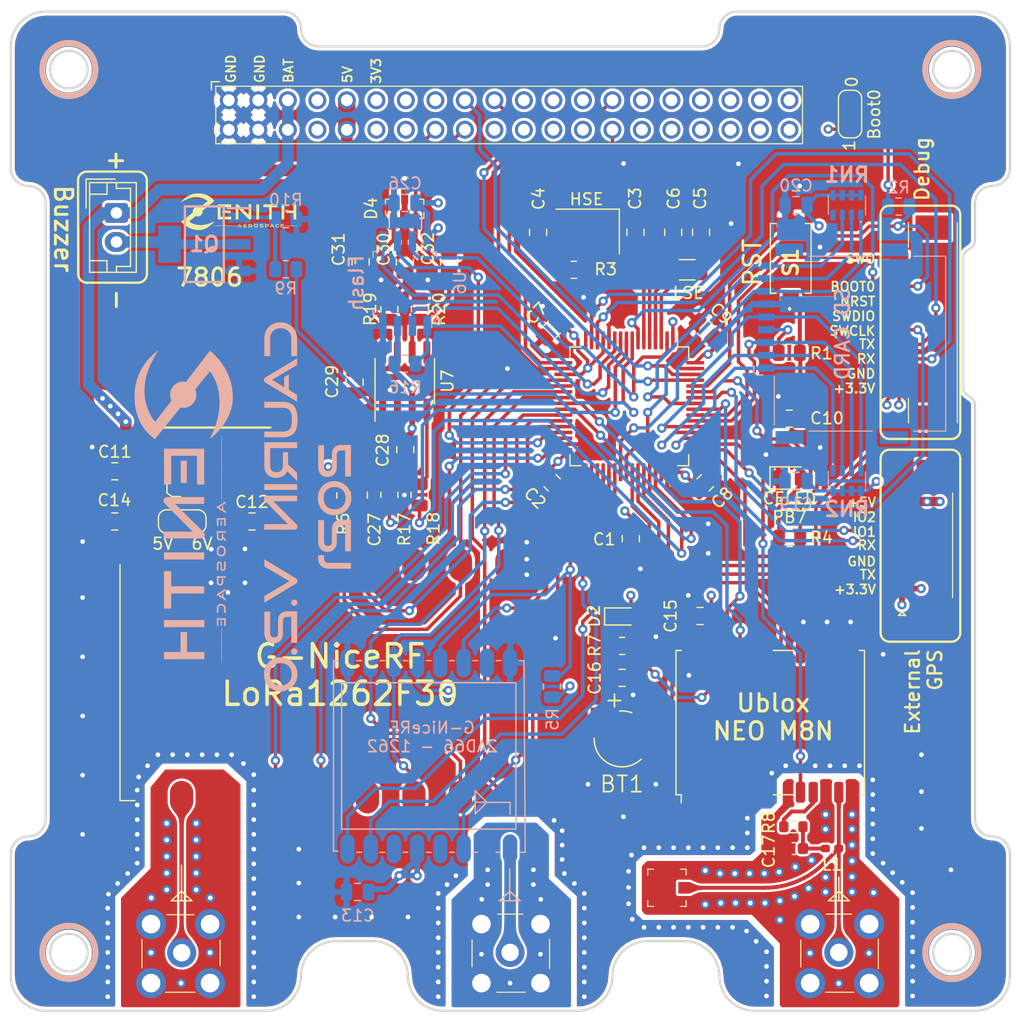
<source format=kicad_pcb>
(kicad_pcb (version 20171130) (host pcbnew "(5.1.10)-1")
  (layers (0 F.Cu signal) (1 In1.Cu power) (2 In2.Cu power) (31 B.Cu signal) (34 B.Paste user hide) (35 F.Paste user hide) (36 B.SilkS user hide) (37 F.SilkS user) (38 B.Mask user) (39 F.Mask user hide) (44 Edge.Cuts user))
  (net 0 "")
  (net 1 GND)
  (net 2 "Net-(16M1-Pad3)")
  (net 3 HSE_IN)
  (net 4 "Net-(BT1-Pad1)")
  (net 5 3V3)
  (net 6 LSE_IN)
  (net 7 LSE_OUT)
  (net 8 NRST)
  (net 9 "Net-(C12-Pad1)")
  (net 10 "Net-(C14-Pad1)")
  (net 11 "Net-(C17-Pad1)")
  (net 12 CAN_TX)
  (net 13 "Net-(C30-Pad2)")
  (net 14 CAN_H)
  (net 15 CAN_L)
  (net 16 "Net-(D1-Pad2)")
  (net 17 "Net-(D2-Pad1)")
  (net 18 "Net-(J1-Pad40)")
  (net 19 "Net-(J1-Pad39)")
  (net 20 "Net-(J1-Pad38)")
  (net 21 "Net-(J1-Pad37)")
  (net 22 "Net-(J1-Pad36)")
  (net 23 "Net-(J1-Pad35)")
  (net 24 "Net-(J1-Pad34)")
  (net 25 "Net-(J1-Pad33)")
  (net 26 "Net-(J1-Pad32)")
  (net 27 "Net-(J1-Pad31)")
  (net 28 "Net-(J1-Pad30)")
  (net 29 "Net-(J1-Pad29)")
  (net 30 BUS_RX1)
  (net 31 BUS_TX1)
  (net 32 "Net-(J1-Pad26)")
  (net 33 "Net-(J1-Pad25)")
  (net 34 "Net-(J1-Pad24)")
  (net 35 "Net-(J1-Pad23)")
  (net 36 "Net-(J1-Pad22)")
  (net 37 "Net-(J1-Pad21)")
  (net 38 "Net-(J1-Pad20)")
  (net 39 BUS_SCL1)
  (net 40 BUS_SDA1)
  (net 41 "Net-(J1-Pad15)")
  (net 42 "Net-(J1-Pad14)")
  (net 43 "Net-(J1-Pad13)")
  (net 44 5V)
  (net 45 "Net-(J1-Pad8)")
  (net 46 "Net-(J1-Pad7)")
  (net 47 BAT+)
  (net 48 SWO)
  (net 49 "Net-(J2-Pad9)")
  (net 50 BOOT0)
  (net 51 SWDIO)
  (net 52 SWCLK)
  (net 53 UART_TX)
  (net 54 UART_RX)
  (net 55 EXT_GPS_RX)
  (net 56 EXT_GPS_GPIO1)
  (net 57 EXT_GPS_GPIO2)
  (net 58 "Net-(J4-Pad1)")
  (net 59 "Net-(J4-Pad2)")
  (net 60 "Net-(J5-Pad1)")
  (net 61 "Net-(J5-Pad2)")
  (net 62 SD_CARD_CD)
  (net 63 SD_CARD_DAT1)
  (net 64 SD_CARD_DAT0)
  (net 65 SD_CARD_CLK)
  (net 66 SD_CARD_CMD)
  (net 67 SD_CARD_DAT3)
  (net 68 SD_CARD_DAT2)
  (net 69 "Net-(JP1-Pad2)")
  (net 70 "Net-(Q1-Pad1)")
  (net 71 HSE_OUT)
  (net 72 DEBUG_LED)
  (net 73 RADIO2_NSS)
  (net 74 RADIO1_NSS)
  (net 75 "Net-(R8-Pad2)")
  (net 76 EXT_BUZZER)
  (net 77 FLASH_NSS)
  (net 78 "Net-(R17-Pad1)")
  (net 79 CAN_RX)
  (net 80 "Net-(R18-Pad1)")
  (net 81 "Net-(RN1-Pad4)")
  (net 82 RADIO2_BUSY)
  (net 83 RADIO2_NRST)
  (net 84 RADIO2_DIO1)
  (net 85 GPS_EXTINT)
  (net 86 GPS_TX)
  (net 87 GPS_RX)
  (net 88 RADIO2_DIO3)
  (net 89 GPS_TIMEPULSE)
  (net 90 FLASH_NRST)
  (net 91 RADIO1_NRST)
  (net 92 FLASH_SPI_CLK)
  (net 93 RADIO1_DIO3)
  (net 94 RADIO1_DIO1)
  (net 95 RADIO1_BUSY)
  (net 96 EXT_GPS_TX)
  (net 97 SPI1_MOSI)
  (net 98 SPI1_MISO)
  (net 99 SPI1_SCK)
  (net 100 FLASH_SPI_MOSI)
  (net 101 FLASH_SPI_MISO)
  (net 102 GPS_RESET)
  (net 103 "Net-(U2-Pad14)")
  (net 104 "Net-(U2-Pad12)")
  (net 105 "Net-(U2-Pad7)")
  (net 106 "Net-(U3-Pad3)")
  (net 107 "Net-(U3-Pad4)")
  (net 108 "Net-(U3-Pad12)")
  (net 109 "Net-(U7-Pad8)")
  (net 110 "Net-(U7-Pad5)")
  (net 111 "Net-(J6-Pad2)")
  (net 112 "Net-(J9-Pad2)")
  (net 113 GNDA)
  (net 114 "Net-(U5-Pad19)")
  (net 115 "Net-(U5-Pad18)")
  (net 116 "Net-(U5-Pad17)")
  (net 117 "Net-(U5-Pad16)")
  (net 118 "Net-(U5-Pad15)")
  (net 119 "Net-(U5-Pad14)")
  (net 120 "Net-(U5-Pad6)")
  (net 121 "Net-(U5-Pad5)")
  (net 122 "Net-(U5-Pad2)")
  (net 123 "Net-(U5-Pad1)")
  (net 124 "Net-(J2-Pad12)")
  (net 125 "Net-(J2-Pad11)")
  (net 126 "Net-(J3-Pad9)")
  (net 127 "Net-(J3-Pad8)")
  (net 128 "Net-(J8-PadMP4)")
  (net 129 "Net-(J8-PadMP3)")
  (net 130 "Net-(J8-PadMP2)")
  (net 131 "Net-(J8-PadMP1)")
  (module RF_Modules_Zenith:2AD66-126x (layer B.Cu) (at 143.2664 119.7356 270)
    (fp_text reference U2 hide)
    (fp_text value 2AD66-1262)
    (pad 16 smd oval (at 8 7 270) (size 2.5 1.25) (layers B.Cu B.Paste B.Mask) (net 82 RADIO2_BUSY))
    (pad 15 smd oval (at 8 5 270) (size 2.5 1.25) (layers B.Cu B.Paste B.Mask) (net 84 RADIO2_DIO1))
    (pad 14 smd oval (at 8 3 270) (size 2.5 1.25) (layers B.Cu B.Paste B.Mask) (net 103 "Net-(U2-Pad14)"))
    (pad 13 smd oval (at 8 1 270) (size 2.5 1.25) (layers B.Cu B.Paste B.Mask) (net 5 3V3))
    (pad 12 smd oval (at 8 -1 270) (size 2.5 1.25) (layers B.Cu B.Paste B.Mask) (net 104 "Net-(U2-Pad12)"))
    (pad 11 smd oval (at 8 -3 270) (size 2.5 1.25) (layers B.Cu B.Paste B.Mask) (net 88 RADIO2_DIO3))
    (pad 10 smd oval (at 8 -5 270) (size 2.5 1.25) (layers B.Cu B.Paste B.Mask) (net 58 "Net-(J4-Pad1)"))
    (pad 9 smd oval (at 8 -7 270) (size 2.5 1.25) (layers B.Cu B.Paste B.Mask) (net 59 "Net-(J4-Pad2)"))
    (pad 8 smd oval (at -8 -7 270) (size 2.5 1.25) (layers B.Cu B.Paste B.Mask) (net 1 GND))
    (pad 7 smd oval (at -8 -5 270) (size 2.5 1.25) (layers B.Cu B.Paste B.Mask) (net 105 "Net-(U2-Pad7)"))
    (pad 6 smd oval (at -8 -3 270) (size 2.5 1.25) (layers B.Cu B.Paste B.Mask) (net 83 RADIO2_NRST))
    (pad 5 smd oval (at -8 -1 270) (size 2.5 1.25) (layers B.Cu B.Paste B.Mask) (net 73 RADIO2_NSS))
    (pad 4 smd oval (at -8 1 270) (size 2.5 1.25) (layers B.Cu B.Paste B.Mask) (net 99 SPI1_SCK))
    (pad 3 smd oval (at -8 3 270) (size 2.5 1.25) (layers B.Cu B.Paste B.Mask) (net 97 SPI1_MOSI))
    (pad 2 smd oval (at -8 5 270) (size 2.5 1.25) (layers B.Cu B.Paste B.Mask) (net 98 SPI1_MISO))
    (pad 1 smd oval (at -8 7 270) (size 2.5 1.25) (layers B.Cu B.Paste B.Mask) (net 1 GND))
  )
  (module RF_Modules_Zenith:LoRa1262F30 (layer F.Cu) (at 135.9916 113.284 90)
    (fp_text reference U3 hide)
    (fp_text value LoRa1262F30)
    (pad 1 smd oval (at 10 -14 90) (size 2.8 2) (layers F.Cu F.Paste F.Mask) (net 10 "Net-(C14-Pad1)"))
    (pad 3 smd oval (at 10 -6 90) (size 2.8 2) (layers F.Cu F.Paste F.Mask) (net 106 "Net-(U3-Pad3)"))
    (pad 2 smd oval (at 10 -10 90) (size 2.8 2) (layers F.Cu F.Paste F.Mask) (net 1 GND))
    (pad 5 smd oval (at 10 2 90) (size 2.8 2) (layers F.Cu F.Paste F.Mask) (net 91 RADIO1_NRST))
    (pad 6 smd oval (at 10 6 90) (size 2.8 2) (layers F.Cu F.Paste F.Mask) (net 95 RADIO1_BUSY))
    (pad 8 smd oval (at 10 14 90) (size 2.8 2) (layers F.Cu F.Paste F.Mask) (net 1 GND))
    (pad 4 smd oval (at 10 -2 90) (size 2.8 2) (layers F.Cu F.Paste F.Mask) (net 107 "Net-(U3-Pad4)"))
    (pad 7 smd oval (at 10 10 90) (size 2.8 2) (layers F.Cu F.Paste F.Mask) (net 74 RADIO1_NSS))
    (pad 9 smd oval (at -10 14 90) (size 2.8 2) (layers F.Cu F.Paste F.Mask) (net 99 SPI1_SCK))
    (pad 10 smd oval (at -10 10 90) (size 2.8 2) (layers F.Cu F.Paste F.Mask) (net 98 SPI1_MISO))
    (pad 11 smd oval (at -10 6 90) (size 2.8 2) (layers F.Cu F.Paste F.Mask) (net 97 SPI1_MOSI))
    (pad 12 smd oval (at -10 2 90) (size 2.8 2) (layers F.Cu F.Paste F.Mask) (net 108 "Net-(U3-Pad12)"))
    (pad 13 smd oval (at -10 -2 90) (size 2.8 2) (layers F.Cu F.Paste F.Mask) (net 94 RADIO1_DIO1))
    (pad 14 smd oval (at -10 -6 90) (size 2.8 2) (layers F.Cu F.Paste F.Mask) (net 93 RADIO1_DIO3))
    (pad 15 smd oval (at -10 -10 90) (size 2.8 2) (layers F.Cu F.Paste F.Mask) (net 60 "Net-(J5-Pad1)"))
    (pad 16 smd oval (at -10 -14 90) (size 2.8 2) (layers F.Cu F.Paste F.Mask) (net 61 "Net-(J5-Pad2)"))
  )
  (module ML414H_IV01E:SEIKO_ML414H_IV01E (layer F.Cu) (at 159.9057 118.2751 90)
    (fp_text reference BT1 (at -3.8989 -0.0127 180) (layer F.SilkS) (effects (font (size 1.402244 1.402244))))
    (fp_text value ML414H_IV01E)
    (fp_text user + (at 3.30504 -0.762702 90) (layer F.SilkS) (effects (font (size 1.401291 1.401291))))
    (pad 1 smd custom (at 2.1 -2.1 90) (size 1 1) (layers F.Cu) (net 4 "Net-(BT1-Pad1)") (options (clearance outline) (anchor rect)) (primitives (gr_poly (pts (xy -1.8 -0.6) (xy 0.6 -0.6) (xy 0.6 1.8)) (width 0.0001))))
    (pad 2 smd rect (at 0.65 1.85 90) (size 4.1 1.7) (layers F.Cu F.Paste F.Mask) (net 1 GND))
  )
  (module digikey-footprints:Coax_Conn_U.FL (layer F.Cu) (at 163.7665 131.0894 90)
    (fp_text reference J6 hide)
    (fp_text value U_FL-R-SMT_10_)
    (pad 2 smd rect (at 0 1.5 90) (size 1 1.05) (layers F.Cu F.Paste F.Mask) (net 111 "Net-(J6-Pad2)"))
    (pad 1 smd rect (at -1.475 0 90) (size 1.05 2.2) (layers F.Cu F.Paste F.Mask) (net 113 GNDA))
    (pad 1 smd rect (at 1.475 0 90) (size 1.05 2.2) (layers F.Cu F.Paste F.Mask) (net 113 GNDA))
  )
  (module Zenith_Homemade_Components:Crystal_SMD_5032-4Pin_5.0x3.2mm_Hand_Soldering (layer F.Cu) (at 156.8704 74.67342 180)
    (fp_text reference 16M1 hide)
    (fp_text value Crystal_GND24)
    (pad 4 smd roundrect (at -1.65 -1 180) (size 2 1.5) (layers F.Cu F.Paste F.Mask) (roundrect_rratio 0.1) (net 1 GND))
    (pad 3 smd roundrect (at 1.65 -1 180) (size 2 1.5) (layers F.Cu F.Paste F.Mask) (roundrect_rratio 0.1) (net 2 "Net-(16M1-Pad3)"))
    (pad 2 smd roundrect (at 1.65 1 180) (size 2 1.5) (layers F.Cu F.Paste F.Mask) (roundrect_rratio 0.1) (net 1 GND))
    (pad 1 smd roundrect (at -1.65 1) (size 2 1.5) (layers F.Cu F.Paste F.Mask) (roundrect_rratio 0.1) (net 3 HSE_IN))
  )
  (module Crystal:Crystal_SMD_3215-2Pin_3.2x1.5mm (layer F.Cu) (at 165.5064 77.89672 180)
    (fp_text reference Y1 hide)
    (fp_text value 32,768k)
    (pad 2 smd rect (at -1.25 0 180) (size 1 1.8) (layers F.Cu F.Paste F.Mask) (net 6 LSE_IN))
    (pad 1 smd rect (at 1.25 0 180) (size 1 1.8) (layers F.Cu F.Paste F.Mask) (net 7 LSE_OUT))
  )
  (module SamacSys_Parts:YC164JR07220RL (layer B.Cu) (at 179.2605 96.0755)
    (fp_text reference RN2 (at 0 2.413 180) (layer B.SilkS) (effects (font (size 1.27 1.27) (thickness 0.254)) (justify mirror)))
    (fp_text value R_Pack_47k hide)
    (pad 8 smd rect (at -1.2 0.85) (size 0.45 0.9) (layers B.Cu B.Paste B.Mask) (net 5 3V3))
    (pad 7 smd rect (at -0.4 0.85) (size 0.45 0.9) (layers B.Cu B.Paste B.Mask) (net 5 3V3))
    (pad 6 smd rect (at 0.4 0.85) (size 0.45 0.9) (layers B.Cu B.Paste B.Mask) (net 5 3V3))
    (pad 5 smd rect (at 1.2 0.85) (size 0.45 0.9) (layers B.Cu B.Paste B.Mask) (net 5 3V3))
    (pad 4 smd rect (at 1.2 -0.85) (size 0.45 0.9) (layers B.Cu B.Paste B.Mask) (net 65 SD_CARD_CLK))
    (pad 3 smd rect (at 0.4 -0.85) (size 0.45 0.9) (layers B.Cu B.Paste B.Mask) (net 66 SD_CARD_CMD))
    (pad 2 smd rect (at -0.4 -0.85) (size 0.45 0.9) (layers B.Cu B.Paste B.Mask) (net 67 SD_CARD_DAT3))
    (pad 1 smd rect (at -1.2 -0.85) (size 0.45 0.9) (layers B.Cu B.Paste B.Mask) (net 68 SD_CARD_DAT2))
  )
  (module SamacSys_Parts:YC164JR07220RL (layer B.Cu) (at 179.2605 72.3265 180)
    (fp_text reference RN1 (at 0 2.6035) (layer B.SilkS) (effects (font (size 1.27 1.27) (thickness 0.254)) (justify mirror)))
    (fp_text value R_Pack_47k hide)
    (pad 8 smd rect (at -1.2 0.85 180) (size 0.45 0.9) (layers B.Cu B.Paste B.Mask) (net 5 3V3))
    (pad 7 smd rect (at -0.4 0.85 180) (size 0.45 0.9) (layers B.Cu B.Paste B.Mask) (net 5 3V3))
    (pad 6 smd rect (at 0.4 0.85 180) (size 0.45 0.9) (layers B.Cu B.Paste B.Mask) (net 5 3V3))
    (pad 5 smd rect (at 1.2 0.85 180) (size 0.45 0.9) (layers B.Cu B.Paste B.Mask) (net 5 3V3))
    (pad 4 smd rect (at 1.2 -0.85 180) (size 0.45 0.9) (layers B.Cu B.Paste B.Mask) (net 81 "Net-(RN1-Pad4)"))
    (pad 3 smd rect (at 0.4 -0.85 180) (size 0.45 0.9) (layers B.Cu B.Paste B.Mask) (net 62 SD_CARD_CD))
    (pad 2 smd rect (at -0.4 -0.85 180) (size 0.45 0.9) (layers B.Cu B.Paste B.Mask) (net 63 SD_CARD_DAT1))
    (pad 1 smd rect (at -1.2 -0.85 180) (size 0.45 0.9) (layers B.Cu B.Paste B.Mask) (net 64 SD_CARD_DAT0))
  )
  (module digikey-footprints:SOIC-8_W5.6mm (layer B.Cu) (at 141.224 79.0725 180)
    (fp_text reference U6 (at -4.7244 0.0531 270) (layer B.SilkS) (effects (justify mirror)))
    (fp_text value W25Q32JVSSIQ_TR)
    (pad 8 smd rect (at -1.905 3.65 180) (size 0.65 1.7) (layers B.Cu B.Paste B.Mask) (net 5 3V3))
    (pad 7 smd rect (at -0.635 3.65 180) (size 0.65 1.7) (layers B.Cu B.Paste B.Mask) (net 90 FLASH_NRST))
    (pad 6 smd rect (at 0.635 3.65 180) (size 0.65 1.7) (layers B.Cu B.Paste B.Mask) (net 92 FLASH_SPI_CLK))
    (pad 5 smd rect (at 1.905 3.65 180) (size 0.65 1.7) (layers B.Cu B.Paste B.Mask) (net 100 FLASH_SPI_MOSI))
    (pad 4 smd rect (at 1.905 -3.65 180) (size 0.65 1.7) (layers B.Cu B.Paste B.Mask) (net 1 GND))
    (pad 3 smd rect (at 0.635 -3.65 180) (size 0.65 1.7) (layers B.Cu B.Paste B.Mask) (net 5 3V3))
    (pad 2 smd rect (at -0.635 -3.65 180) (size 0.65 1.7) (layers B.Cu B.Paste B.Mask) (net 101 FLASH_SPI_MISO))
    (pad 1 smd rect (at -1.905 -3.65 180) (size 0.65 1.7) (layers B.Cu B.Paste B.Mask) (net 77 FLASH_NSS))
  )
  (module SamacSys_Parts:532611071 (layer F.Cu) (at 185.85434 82.44078 90)
    (fp_text reference J2 hide)
    (fp_text value Conn_01x12_Male hide)
    (pad 12 smd rect (at 8.175 0.8 90) (size 2.1 3) (layers F.Cu F.Paste F.Mask) (net 124 "Net-(J2-Pad12)"))
    (pad 11 smd rect (at -8.175 0.8 90) (size 2.1 3) (layers F.Cu F.Paste F.Mask) (net 125 "Net-(J2-Pad11)"))
    (pad 10 smd rect (at 5.625 -2.1 90) (size 0.8 1.6) (layers F.Cu F.Paste F.Mask) (net 48 SWO))
    (pad 9 smd rect (at 4.375 -2.1 90) (size 0.8 1.6) (layers F.Cu F.Paste F.Mask) (net 49 "Net-(J2-Pad9)"))
    (pad 8 smd rect (at 3.125 -2.1 90) (size 0.8 1.6) (layers F.Cu F.Paste F.Mask) (net 50 BOOT0))
    (pad 7 smd rect (at 1.875 -2.1 90) (size 0.8 1.6) (layers F.Cu F.Paste F.Mask) (net 8 NRST))
    (pad 6 smd rect (at 0.625 -2.1 90) (size 0.8 1.6) (layers F.Cu F.Paste F.Mask) (net 51 SWDIO))
    (pad 5 smd rect (at -0.625 -2.1 90) (size 0.8 1.6) (layers F.Cu F.Paste F.Mask) (net 52 SWCLK))
    (pad 4 smd rect (at -1.875 -2.1 90) (size 0.8 1.6) (layers F.Cu F.Paste F.Mask) (net 53 UART_TX))
    (pad 3 smd rect (at -3.125 -2.1 90) (size 0.8 1.6) (layers F.Cu F.Paste F.Mask) (net 54 UART_RX))
    (pad 2 smd rect (at -4.375 -2.1 90) (size 0.8 1.6) (layers F.Cu F.Paste F.Mask) (net 1 GND))
    (pad 1 smd rect (at -5.625 -2.1 90) (size 0.8 1.6) (layers F.Cu F.Paste F.Mask) (net 5 3V3))
  )
  (module SamacSys_Parts:533980771 (layer F.Cu) (at 186.17934 101.6 270)
    (fp_text reference J3 hide)
    (fp_text value Conn_01x09_Male hide)
    (pad 9 smd rect (at 6.3 -0.575 270) (size 2.1 3) (layers F.Cu F.Paste F.Mask) (net 126 "Net-(J3-Pad9)"))
    (pad 8 smd rect (at -6.3 -0.575 270) (size 2.1 3) (layers F.Cu F.Paste F.Mask) (net 127 "Net-(J3-Pad8)"))
    (pad 7 smd rect (at -3.75 2.175 270) (size 0.8 1.3) (layers F.Cu F.Paste F.Mask) (net 44 5V))
    (pad 6 smd rect (at -2.5 2.175 270) (size 0.8 1.3) (layers F.Cu F.Paste F.Mask) (net 56 EXT_GPS_GPIO1))
    (pad 5 smd rect (at -1.25 2.175 270) (size 0.8 1.3) (layers F.Cu F.Paste F.Mask) (net 57 EXT_GPS_GPIO2))
    (pad 4 smd rect (at 0 2.175 270) (size 0.8 1.3) (layers F.Cu F.Paste F.Mask) (net 55 EXT_GPS_RX))
    (pad 3 smd rect (at 1.25 2.175 270) (size 0.8 1.3) (layers F.Cu F.Paste F.Mask) (net 1 GND))
    (pad 2 smd rect (at 2.5 2.175 270) (size 0.8 1.3) (layers F.Cu F.Paste F.Mask) (net 96 EXT_GPS_TX))
    (pad 1 smd rect (at 3.75 2.175 270) (size 0.8 1.3) (layers F.Cu F.Paste F.Mask) (net 5 3V3))
  )
  (module SamacSys_Parts:ST_D2PAK (layer F.Cu) (at 124.4981 82.4738)
    (fp_text reference IC1 hide)
    (fp_text value L7806ABD2T-TR hide)
    (pad 3 smd rect (at 0 2.5 90) (size 9.75 12.2) (layers F.Cu F.Paste F.Mask) (net 1 GND))
    (pad 2 smd rect (at 2.54 12.775) (size 1.6 3.5) (layers F.Cu F.Paste F.Mask) (net 9 "Net-(C12-Pad1)"))
    (pad 1 smd rect (at -2.54 12.775) (size 1.6 3.5) (layers F.Cu F.Paste F.Mask) (net 47 BAT+))
  )
  (module SamacSys_Parts:ESQ-120-Y-X-D (layer F.Cu) (at 126.05512 63.30188 180)
    (fp_text reference J1 hide)
    (fp_text value ESQ-120-39-G-D hide)
    (pad 40 thru_hole circle (at -48.26 -2.54 180) (size 1.55 1.55) (drill 1.02) (layers *.Cu *.Mask) (net 18 "Net-(J1-Pad40)"))
    (pad 39 thru_hole circle (at -48.26 0 180) (size 1.55 1.55) (drill 1.02) (layers *.Cu *.Mask) (net 19 "Net-(J1-Pad39)"))
    (pad 38 thru_hole circle (at -45.72 -2.54 180) (size 1.55 1.55) (drill 1.02) (layers *.Cu *.Mask) (net 20 "Net-(J1-Pad38)"))
    (pad 37 thru_hole circle (at -45.72 0 180) (size 1.55 1.55) (drill 1.02) (layers *.Cu *.Mask) (net 21 "Net-(J1-Pad37)"))
    (pad 36 thru_hole circle (at -43.18 -2.54 180) (size 1.55 1.55) (drill 1.02) (layers *.Cu *.Mask) (net 22 "Net-(J1-Pad36)"))
    (pad 35 thru_hole circle (at -43.18 0 180) (size 1.55 1.55) (drill 1.02) (layers *.Cu *.Mask) (net 23 "Net-(J1-Pad35)"))
    (pad 34 thru_hole circle (at -40.64 -2.54 180) (size 1.55 1.55) (drill 1.02) (layers *.Cu *.Mask) (net 24 "Net-(J1-Pad34)"))
    (pad 33 thru_hole circle (at -40.64 0 180) (size 1.55 1.55) (drill 1.02) (layers *.Cu *.Mask) (net 25 "Net-(J1-Pad33)"))
    (pad 32 thru_hole circle (at -38.1 -2.54 180) (size 1.55 1.55) (drill 1.02) (layers *.Cu *.Mask) (net 26 "Net-(J1-Pad32)"))
    (pad 31 thru_hole circle (at -38.1 0 180) (size 1.55 1.55) (drill 1.02) (layers *.Cu *.Mask) (net 27 "Net-(J1-Pad31)"))
    (pad 30 thru_hole circle (at -35.56 -2.54 180) (size 1.55 1.55) (drill 1.02) (layers *.Cu *.Mask) (net 28 "Net-(J1-Pad30)"))
    (pad 29 thru_hole circle (at -35.56 0 180) (size 1.55 1.55) (drill 1.02) (layers *.Cu *.Mask) (net 29 "Net-(J1-Pad29)"))
    (pad 28 thru_hole circle (at -33.02 -2.54 180) (size 1.55 1.55) (drill 1.02) (layers *.Cu *.Mask) (net 30 BUS_RX1))
    (pad 27 thru_hole circle (at -33.02 0 180) (size 1.55 1.55) (drill 1.02) (layers *.Cu *.Mask) (net 31 BUS_TX1))
    (pad 26 thru_hole circle (at -30.48 -2.54 180) (size 1.55 1.55) (drill 1.02) (layers *.Cu *.Mask) (net 32 "Net-(J1-Pad26)"))
    (pad 25 thru_hole circle (at -30.48 0 180) (size 1.55 1.55) (drill 1.02) (layers *.Cu *.Mask) (net 33 "Net-(J1-Pad25)"))
    (pad 24 thru_hole circle (at -27.94 -2.54 180) (size 1.55 1.55) (drill 1.02) (layers *.Cu *.Mask) (net 34 "Net-(J1-Pad24)"))
    (pad 23 thru_hole circle (at -27.94 0 180) (size 1.55 1.55) (drill 1.02) (layers *.Cu *.Mask) (net 35 "Net-(J1-Pad23)"))
    (pad 22 thru_hole circle (at -25.4 -2.54 180) (size 1.55 1.55) (drill 1.02) (layers *.Cu *.Mask) (net 36 "Net-(J1-Pad22)"))
    (pad 21 thru_hole circle (at -25.4 0 180) (size 1.55 1.55) (drill 1.02) (layers *.Cu *.Mask) (net 37 "Net-(J1-Pad21)"))
    (pad 20 thru_hole circle (at -22.86 -2.54 180) (size 1.55 1.55) (drill 1.02) (layers *.Cu *.Mask) (net 38 "Net-(J1-Pad20)"))
    (pad 19 thru_hole circle (at -22.86 0 180) (size 1.55 1.55) (drill 1.02) (layers *.Cu *.Mask) (net 39 BUS_SCL1))
    (pad 18 thru_hole circle (at -20.32 -2.54 180) (size 1.55 1.55) (drill 1.02) (layers *.Cu *.Mask) (net 15 CAN_L))
    (pad 17 thru_hole circle (at -20.32 0 180) (size 1.55 1.55) (drill 1.02) (layers *.Cu *.Mask) (net 40 BUS_SDA1))
    (pad 16 thru_hole circle (at -17.78 -2.54 180) (size 1.55 1.55) (drill 1.02) (layers *.Cu *.Mask) (net 14 CAN_H))
    (pad 15 thru_hole circle (at -17.78 0 180) (size 1.55 1.55) (drill 1.02) (layers *.Cu *.Mask) (net 41 "Net-(J1-Pad15)"))
    (pad 14 thru_hole circle (at -15.24 -2.54 180) (size 1.55 1.55) (drill 1.02) (layers *.Cu *.Mask) (net 42 "Net-(J1-Pad14)"))
    (pad 13 thru_hole circle (at -15.24 0 180) (size 1.55 1.55) (drill 1.02) (layers *.Cu *.Mask) (net 43 "Net-(J1-Pad13)"))
    (pad 12 thru_hole circle (at -12.7 -2.54 180) (size 1.55 1.55) (drill 1.02) (layers *.Cu *.Mask) (net 5 3V3))
    (pad 11 thru_hole circle (at -12.7 0 180) (size 1.55 1.55) (drill 1.02) (layers *.Cu *.Mask) (net 5 3V3))
    (pad 10 thru_hole circle (at -10.16 -2.54 180) (size 1.55 1.55) (drill 1.02) (layers *.Cu *.Mask) (net 44 5V))
    (pad 9 thru_hole circle (at -10.16 0 180) (size 1.55 1.55) (drill 1.02) (layers *.Cu *.Mask) (net 44 5V))
    (pad 8 thru_hole circle (at -7.62 -2.54 180) (size 1.55 1.55) (drill 1.02) (layers *.Cu *.Mask) (net 45 "Net-(J1-Pad8)"))
    (pad 7 thru_hole circle (at -7.62 0 180) (size 1.55 1.55) (drill 1.02) (layers *.Cu *.Mask) (net 46 "Net-(J1-Pad7)"))
    (pad 6 thru_hole circle (at -5.08 -2.54 180) (size 1.55 1.55) (drill 1.02) (layers *.Cu *.Mask) (net 47 BAT+))
    (pad 5 thru_hole circle (at -5.08 0 180) (size 1.55 1.55) (drill 1.02) (layers *.Cu *.Mask) (net 47 BAT+))
    (pad 4 thru_hole circle (at -2.54 -2.54 180) (size 1.55 1.55) (drill 1.02) (layers *.Cu *.Mask) (net 1 GND))
    (pad 3 thru_hole circle (at -2.54 0 180) (size 1.55 1.55) (drill 1.02) (layers *.Cu *.Mask) (net 1 GND))
    (pad 2 thru_hole circle (at 0 -2.54 180) (size 1.55 1.55) (drill 1.02) (layers *.Cu *.Mask) (net 1 GND))
    (pad 1 thru_hole circle (at 0 0 180) (size 1.55 1.55) (drill 1.02) (layers *.Cu *.Mask) (net 1 GND))
  )
  (module RF_GPS:ublox_NEO (layer F.Cu) (at 172.65904 116.87048 90)
    (fp_text reference U5 hide)
    (fp_text value NEO-M8N)
    (pad 24 smd roundrect (at 6 -7 90) (size 1.8 0.8) (layers F.Cu F.Paste F.Mask) (net 1 GND))
    (pad 23 smd roundrect (at 6 -5.9 90) (size 1.8 0.8) (layers F.Cu F.Paste F.Mask) (net 5 3V3))
    (pad 22 smd roundrect (at 6 -4.8 90) (size 1.8 0.8) (layers F.Cu F.Paste F.Mask) (net 4 "Net-(BT1-Pad1)"))
    (pad 21 smd roundrect (at 6 -3.7 90) (size 1.8 0.8) (layers F.Cu F.Paste F.Mask) (net 87 GPS_RX))
    (pad 20 smd roundrect (at 6 -2.6 90) (size 1.8 0.8) (layers F.Cu F.Paste F.Mask) (net 86 GPS_TX))
    (pad 19 smd roundrect (at 6 -1.5 90) (size 1.8 0.8) (layers F.Cu F.Paste F.Mask) (net 114 "Net-(U5-Pad19)"))
    (pad 18 smd roundrect (at 6 -0.4 90) (size 1.8 0.8) (layers F.Cu F.Paste F.Mask) (net 115 "Net-(U5-Pad18)"))
    (pad 17 smd roundrect (at 6 2.6 90) (size 1.8 0.8) (layers F.Cu F.Paste F.Mask) (net 116 "Net-(U5-Pad17)"))
    (pad 16 smd roundrect (at 6 3.7 90) (size 1.8 0.8) (layers F.Cu F.Paste F.Mask) (net 117 "Net-(U5-Pad16)"))
    (pad 15 smd roundrect (at 6 4.8 90) (size 1.8 0.8) (layers F.Cu F.Paste F.Mask) (net 118 "Net-(U5-Pad15)"))
    (pad 14 smd roundrect (at 6 5.9 90) (size 1.8 0.8) (layers F.Cu F.Paste F.Mask) (net 119 "Net-(U5-Pad14)"))
    (pad 13 smd roundrect (at 6 7 90) (size 1.8 0.8) (layers F.Cu F.Paste F.Mask) (net 1 GND))
    (pad 12 smd roundrect (at -6 7 90) (size 1.8 0.8) (layers F.Cu F.Paste F.Mask) (net 113 GNDA))
    (pad 11 smd roundrect (at -6 5.9 90) (size 1.8 0.8) (layers F.Cu F.Paste F.Mask) (net 111 "Net-(J6-Pad2)"))
    (pad 10 smd roundrect (at -6 4.8 90) (size 1.8 0.8) (layers F.Cu F.Paste F.Mask) (net 113 GNDA))
    (pad 9 smd roundrect (at -6 3.7 90) (size 1.8 0.8) (layers F.Cu F.Paste F.Mask) (net 75 "Net-(R8-Pad2)"))
    (pad 8 smd roundrect (at -6 2.6 90) (size 1.8 0.8) (layers F.Cu F.Paste F.Mask) (net 102 GPS_RESET))
    (pad 7 smd roundrect (at -6 -0.4 90) (size 1.8 0.8) (layers F.Cu F.Paste F.Mask) (net 1 GND))
    (pad 6 smd roundrect (at -6 -1.5 90) (size 1.8 0.8) (layers F.Cu F.Paste F.Mask) (net 120 "Net-(U5-Pad6)"))
    (pad 5 smd roundrect (at -6 -2.6 90) (size 1.8 0.8) (layers F.Cu F.Paste F.Mask) (net 121 "Net-(U5-Pad5)"))
    (pad 4 smd roundrect (at -6 -3.7 90) (size 1.8 0.8) (layers F.Cu F.Paste F.Mask) (net 85 GPS_EXTINT))
    (pad 3 smd roundrect (at -6 -4.8 90) (size 1.8 0.8) (layers F.Cu F.Paste F.Mask) (net 89 GPS_TIMEPULSE))
    (pad 2 smd roundrect (at -6 -5.9 90) (size 1.8 0.8) (layers F.Cu F.Paste F.Mask) (net 122 "Net-(U5-Pad2)"))
    (pad 1 smd roundrect (at -6 -7 90) (size 1.8 0.8) (layers F.Cu F.Paste F.Mask) (net 123 "Net-(U5-Pad1)"))
  )
  (module digikey-footprints:RF_SMA_Vertical_5-1814832-1 (layer F.Cu) (at 178.637 136.752 90)
    (fp_text reference J7 hide)
    (fp_text value CONSMA001-SMD-G)
    (pad 1 thru_hole circle (at -2.54 2.54 90) (size 2.6 2.6) (drill 1.6) (layers *.Cu *.Mask) (net 113 GNDA))
    (pad 1 thru_hole circle (at 2.54 2.54 90) (size 2.6 2.6) (drill 1.6) (layers *.Cu *.Mask) (net 113 GNDA))
    (pad 1 thru_hole circle (at 2.54 -2.54 90) (size 2.6 2.6) (drill 1.6) (layers *.Cu *.Mask) (net 113 GNDA))
    (pad 1 thru_hole circle (at -2.54 -2.54 90) (size 2.6 2.6) (drill 1.6) (layers *.Cu *.Mask) (net 113 GNDA))
    (pad 2 thru_hole circle (at 0.1 -0.075 90) (size 2.5 2.5) (drill 1.5) (layers *.Cu *.Mask) (net 111 "Net-(J6-Pad2)"))
  )
  (module digikey-footprints:RF_SMA_Vertical_5-1814832-1 (layer F.Cu) (at 121.90382 136.752)
    (fp_text reference J5 hide)
    (fp_text value CONSMA001-SMD-G)
    (pad 1 thru_hole circle (at -2.54 2.54) (size 2.6 2.6) (drill 1.6) (layers *.Cu *.Mask) (net 60 "Net-(J5-Pad1)"))
    (pad 1 thru_hole circle (at 2.54 2.54) (size 2.6 2.6) (drill 1.6) (layers *.Cu *.Mask) (net 60 "Net-(J5-Pad1)"))
    (pad 1 thru_hole circle (at 2.54 -2.54) (size 2.6 2.6) (drill 1.6) (layers *.Cu *.Mask) (net 60 "Net-(J5-Pad1)"))
    (pad 1 thru_hole circle (at -2.54 -2.54) (size 2.6 2.6) (drill 1.6) (layers *.Cu *.Mask) (net 60 "Net-(J5-Pad1)"))
    (pad 2 thru_hole circle (at 0.1 -0.075) (size 2.5 2.5) (drill 1.5) (layers *.Cu *.Mask) (net 61 "Net-(J5-Pad2)"))
  )
  (module digikey-footprints:RF_SMA_Vertical_5-1814832-1 (layer F.Cu) (at 150.3426 136.752 90)
    (fp_text reference J4 hide)
    (fp_text value CONSMA001-SMD-G)
    (pad 1 thru_hole circle (at -2.54 2.54 90) (size 2.6 2.6) (drill 1.6) (layers *.Cu *.Mask) (net 58 "Net-(J4-Pad1)"))
    (pad 1 thru_hole circle (at 2.54 2.54 90) (size 2.6 2.6) (drill 1.6) (layers *.Cu *.Mask) (net 58 "Net-(J4-Pad1)"))
    (pad 1 thru_hole circle (at 2.54 -2.54 90) (size 2.6 2.6) (drill 1.6) (layers *.Cu *.Mask) (net 58 "Net-(J4-Pad1)"))
    (pad 1 thru_hole circle (at -2.54 -2.54 90) (size 2.6 2.6) (drill 1.6) (layers *.Cu *.Mask) (net 58 "Net-(J4-Pad1)"))
    (pad 2 thru_hole circle (at 0.1 -0.075 90) (size 2.5 2.5) (drill 1.5) (layers *.Cu *.Mask) (net 59 "Net-(J4-Pad2)"))
  )
  (module LogosZenith:Logo_10,8mm (layer F.Cu) (at 127.254 72.898)
    (fp_text reference G*** hide)
    (fp_text value LOGO hide)
  )
  (module LogosZenith:CaurinLogo2021Under_7,5mm (layer B.Cu) (at 132.842 98.298 270)
    (fp_text reference G*** hide)
    (fp_text value LOGO hide)
  )
  (module LogosZenith:Logo_29,1mm (layer B.Cu) (at 122.174 99.06 270)
    (fp_text reference G*** hide)
    (fp_text value LOGO hide)
  )
  (module LED_SMD:LED_0805_2012Metric (layer F.Cu) (at 174.3202 95.8215)
    (fp_text reference D1 hide)
    (fp_text value LED)
    (pad 2 smd roundrect (at 0.9375 0) (size 0.975 1.4) (layers F.Cu F.Paste F.Mask) (net 16 "Net-(D1-Pad2)"))
    (pad 1 smd roundrect (at -0.9375 0) (size 0.975 1.4) (layers F.Cu F.Paste F.Mask) (net 1 GND))
  )
  (module SamacSys_Parts:MEM20750014001A (layer B.Cu) (at 180.0352 84.2518 270)
    (fp_text reference J8 hide)
    (fp_text value MEM2075-00-140-01-A hide)
    (pad MP4 smd rect (at 8.075 5.725 270) (size 1.1 2.4) (layers B.Cu B.Paste B.Mask) (net 128 "Net-(J8-PadMP4)"))
    (pad MP3 smd rect (at 8.075 -3.275 270) (size 1.1 2.4) (layers B.Cu B.Paste B.Mask) (net 129 "Net-(J8-PadMP3)"))
    (pad MP2 smd rect (at -8.075 -3.275 270) (size 1.1 2.4) (layers B.Cu B.Paste B.Mask) (net 130 "Net-(J8-PadMP2)"))
    (pad MP1 smd rect (at -8.075 5.725 270) (size 1.1 2.4) (layers B.Cu B.Paste B.Mask) (net 131 "Net-(J8-PadMP1)"))
    (pad P9 smd rect (at -6.695 7.725 270) (size 0.62 1.4) (layers B.Cu B.Paste B.Mask) (net 62 SD_CARD_CD))
    (pad P8 smd rect (at -5.595 7.725 270) (size 0.62 1.4) (layers B.Cu B.Paste B.Mask) (net 63 SD_CARD_DAT1))
    (pad P7 smd rect (at -4.495 7.725 270) (size 0.62 1.4) (layers B.Cu B.Paste B.Mask) (net 64 SD_CARD_DAT0))
    (pad P6 smd rect (at -3.395 7.725 270) (size 0.62 1.4) (layers B.Cu B.Paste B.Mask) (net 1 GND))
    (pad P5 smd rect (at -2.295 7.725 270) (size 0.62 1.4) (layers B.Cu B.Paste B.Mask) (net 65 SD_CARD_CLK))
    (pad P4 smd rect (at -1.195 7.725 270) (size 0.62 1.4) (layers B.Cu B.Paste B.Mask) (net 5 3V3))
    (pad P3 smd rect (at -0.095 7.725 270) (size 0.62 1.4) (layers B.Cu B.Paste B.Mask) (net 66 SD_CARD_CMD))
    (pad P2 smd rect (at 1.005 7.725 270) (size 0.62 1.4) (layers B.Cu B.Paste B.Mask) (net 67 SD_CARD_DAT3))
    (pad P1 smd rect (at 2.105 7.725 270) (size 0.62 1.4) (layers B.Cu B.Paste B.Mask) (net 68 SD_CARD_DAT2))
  )
  (module Resistor_SMD:R_0603_1608Metric (layer F.Cu) (at 174.6504 125.8316 180)
    (fp_text reference R8 (at 2.1209 0.3556 90) (layer F.SilkS))
    (fp_text value 10)
    (pad 2 smd roundrect (at 0.825 0 180) (size 0.8 0.95) (layers F.Cu F.Paste F.Mask) (net 75 "Net-(R8-Pad2)"))
    (pad 1 smd roundrect (at -0.825 0 180) (size 0.8 0.95) (layers F.Cu F.Paste F.Mask) (net 11 "Net-(C17-Pad1)"))
  )
  (module Resistor_SMD:R_0805_2012Metric (layer B.Cu) (at 153.8732 113.7666 270)
    (fp_text reference R5 (at 2.8194 -0.0508 270) (layer B.SilkS) (effects (justify mirror)))
    (fp_text value 10K)
    (pad 2 smd roundrect (at 0.9125 0 270) (size 1.025 1.4) (layers B.Cu B.Paste B.Mask) (roundrect_rratio 0.2439004878048781) (net 5 3V3))
    (pad 1 smd roundrect (at -0.9125 0 270) (size 1.025 1.4) (layers B.Cu B.Paste B.Mask) (roundrect_rratio 0.2439004878048781) (net 73 RADIO2_NSS))
  )
  (module Package_QFP:LQFP-64_10x10mm_P0.5mm (layer F.Cu) (at 160.528 89.64676 270)
    (fp_text reference U1 hide)
    (fp_text value STM32L476RGTx)
    (pad 64 smd roundrect (at -3.75 -5.675 270) (size 0.3 1.55) (layers F.Cu F.Paste F.Mask) (net 5 3V3))
    (pad 63 smd roundrect (at -3.25 -5.675 270) (size 0.3 1.55) (layers F.Cu F.Paste F.Mask) (net 1 GND))
    (pad 62 smd roundrect (at -2.75 -5.675 270) (size 0.3 1.55) (layers F.Cu F.Paste F.Mask) (net 40 BUS_SDA1))
    (pad 61 smd roundrect (at -2.25 -5.675 270) (size 0.3 1.55) (layers F.Cu F.Paste F.Mask) (net 39 BUS_SCL1))
    (pad 60 smd roundrect (at -1.75 -5.675 270) (size 0.3 1.55) (layers F.Cu F.Paste F.Mask) (net 50 BOOT0))
    (pad 59 smd roundrect (at -1.25 -5.675 270) (size 0.3 1.55) (layers F.Cu F.Paste F.Mask) (net 72 DEBUG_LED))
    (pad 58 smd roundrect (at -0.75 -5.675 270) (size 0.3 1.55) (layers F.Cu F.Paste F.Mask) (net 56 EXT_GPS_GPIO1))
    (pad 57 smd roundrect (at -0.25 -5.675 270) (size 0.3 1.55) (layers F.Cu F.Paste F.Mask) (net 62 SD_CARD_CD))
    (pad 56 smd roundrect (at 0.25 -5.675 270) (size 0.3 1.55) (layers F.Cu F.Paste F.Mask) (net 57 EXT_GPS_GPIO2))
    (pad 55 smd roundrect (at 0.75 -5.675 270) (size 0.3 1.55) (layers F.Cu F.Paste F.Mask) (net 48 SWO))
    (pad 54 smd roundrect (at 1.25 -5.675 270) (size 0.3 1.55) (layers F.Cu F.Paste F.Mask) (net 66 SD_CARD_CMD))
    (pad 53 smd roundrect (at 1.75 -5.675 270) (size 0.3 1.55) (layers F.Cu F.Paste F.Mask) (net 65 SD_CARD_CLK))
    (pad 52 smd roundrect (at 2.25 -5.675 270) (size 0.3 1.55) (layers F.Cu F.Paste F.Mask) (net 67 SD_CARD_DAT3))
    (pad 51 smd roundrect (at 2.75 -5.675 270) (size 0.3 1.55) (layers F.Cu F.Paste F.Mask) (net 68 SD_CARD_DAT2))
    (pad 50 smd roundrect (at 3.25 -5.675 270) (size 0.3 1.55) (layers F.Cu F.Paste F.Mask) (net 102 GPS_RESET))
    (pad 49 smd roundrect (at 3.75 -5.675 270) (size 0.3 1.55) (layers F.Cu F.Paste F.Mask) (net 52 SWCLK))
    (pad 48 smd roundrect (at 5.675 -3.75 270) (size 1.55 0.3) (layers F.Cu F.Paste F.Mask) (net 5 3V3))
    (pad 47 smd roundrect (at 5.675 -3.25 270) (size 1.55 0.3) (layers F.Cu F.Paste F.Mask) (net 1 GND))
    (pad 46 smd roundrect (at 5.675 -2.75 270) (size 1.55 0.3) (layers F.Cu F.Paste F.Mask) (net 51 SWDIO))
    (pad 45 smd roundrect (at 5.675 -2.25 270) (size 1.55 0.3) (layers F.Cu F.Paste F.Mask) (net 12 CAN_TX))
    (pad 44 smd roundrect (at 5.675 -1.75 270) (size 1.55 0.3) (layers F.Cu F.Paste F.Mask) (net 79 CAN_RX))
    (pad 43 smd roundrect (at 5.675 -1.25 270) (size 1.55 0.3) (layers F.Cu F.Paste F.Mask) (net 55 EXT_GPS_RX))
    (pad 42 smd roundrect (at 5.675 -0.75 270) (size 1.55 0.3) (layers F.Cu F.Paste F.Mask) (net 96 EXT_GPS_TX))
    (pad 41 smd roundrect (at 5.675 -0.25 270) (size 1.55 0.3) (layers F.Cu F.Paste F.Mask) (net 85 GPS_EXTINT))
    (pad 40 smd roundrect (at 5.675 0.25 270) (size 1.55 0.3) (layers F.Cu F.Paste F.Mask) (net 63 SD_CARD_DAT1))
    (pad 39 smd roundrect (at 5.675 0.75 270) (size 1.55 0.3) (layers F.Cu F.Paste F.Mask) (net 64 SD_CARD_DAT0))
    (pad 38 smd roundrect (at 5.675 1.25 270) (size 1.55 0.3) (layers F.Cu F.Paste F.Mask) (net 89 GPS_TIMEPULSE))
    (pad 37 smd roundrect (at 5.675 1.75 270) (size 1.55 0.3) (layers F.Cu F.Paste F.Mask) (net 82 RADIO2_BUSY))
    (pad 36 smd roundrect (at 5.675 2.25 270) (size 1.55 0.3) (layers F.Cu F.Paste F.Mask) (net 84 RADIO2_DIO1))
    (pad 35 smd roundrect (at 5.675 2.75 270) (size 1.55 0.3) (layers F.Cu F.Paste F.Mask) (net 73 RADIO2_NSS))
    (pad 34 smd roundrect (at 5.675 3.25 270) (size 1.55 0.3) (layers F.Cu F.Paste F.Mask) (net 88 RADIO2_DIO3))
    (pad 33 smd roundrect (at 5.675 3.75 270) (size 1.55 0.3) (layers F.Cu F.Paste F.Mask) (net 83 RADIO2_NRST))
    (pad 32 smd roundrect (at 3.75 5.675 270) (size 0.3 1.55) (layers F.Cu F.Paste F.Mask) (net 5 3V3))
    (pad 31 smd roundrect (at 3.25 5.675 270) (size 0.3 1.55) (layers F.Cu F.Paste F.Mask) (net 1 GND))
    (pad 30 smd roundrect (at 2.75 5.675 270) (size 0.3 1.55) (layers F.Cu F.Paste F.Mask) (net 95 RADIO1_BUSY))
    (pad 29 smd roundrect (at 2.25 5.675 270) (size 0.3 1.55) (layers F.Cu F.Paste F.Mask) (net 92 FLASH_SPI_CLK))
    (pad 28 smd roundrect (at 1.75 5.675 270) (size 0.3 1.55) (layers F.Cu F.Paste F.Mask) (net 91 RADIO1_NRST))
    (pad 27 smd roundrect (at 1.25 5.675 270) (size 0.3 1.55) (layers F.Cu F.Paste F.Mask) (net 94 RADIO1_DIO1))
    (pad 26 smd roundrect (at 0.75 5.675 270) (size 0.3 1.55) (layers F.Cu F.Paste F.Mask) (net 93 RADIO1_DIO3))
    (pad 25 smd roundrect (at 0.25 5.675 270) (size 0.3 1.55) (layers F.Cu F.Paste F.Mask) (net 86 GPS_TX))
    (pad 24 smd roundrect (at -0.25 5.675 270) (size 0.3 1.55) (layers F.Cu F.Paste F.Mask) (net 87 GPS_RX))
    (pad 23 smd roundrect (at -0.75 5.675 270) (size 0.3 1.55) (layers F.Cu F.Paste F.Mask) (net 97 SPI1_MOSI))
    (pad 22 smd roundrect (at -1.25 5.675 270) (size 0.3 1.55) (layers F.Cu F.Paste F.Mask) (net 98 SPI1_MISO))
    (pad 21 smd roundrect (at -1.75 5.675 270) (size 0.3 1.55) (layers F.Cu F.Paste F.Mask) (net 99 SPI1_SCK))
    (pad 20 smd roundrect (at -2.25 5.675 270) (size 0.3 1.55) (layers F.Cu F.Paste F.Mask) (net 74 RADIO1_NSS))
    (pad 19 smd roundrect (at -2.75 5.675 270) (size 0.3 1.55) (layers F.Cu F.Paste F.Mask) (net 5 3V3))
    (pad 18 smd roundrect (at -3.25 5.675 270) (size 0.3 1.55) (layers F.Cu F.Paste F.Mask) (net 1 GND))
    (pad 17 smd roundrect (at -3.75 5.675 270) (size 0.3 1.55) (layers F.Cu F.Paste F.Mask) (net 31 BUS_TX1))
    (pad 16 smd roundrect (at -5.675 3.75 270) (size 1.55 0.3) (layers F.Cu F.Paste F.Mask) (net 30 BUS_RX1))
    (pad 15 smd roundrect (at -5.675 3.25 270) (size 1.55 0.3) (layers F.Cu F.Paste F.Mask) (net 54 UART_RX))
    (pad 14 smd roundrect (at -5.675 2.75 270) (size 1.55 0.3) (layers F.Cu F.Paste F.Mask) (net 53 UART_TX))
    (pad 13 smd roundrect (at -5.675 2.25 270) (size 1.55 0.3) (layers F.Cu F.Paste F.Mask) (net 5 3V3))
    (pad 12 smd roundrect (at -5.675 1.75 270) (size 1.55 0.3) (layers F.Cu F.Paste F.Mask) (net 1 GND))
    (pad 11 smd roundrect (at -5.675 1.25 270) (size 1.55 0.3) (layers F.Cu F.Paste F.Mask) (net 100 FLASH_SPI_MOSI))
    (pad 10 smd roundrect (at -5.675 0.75 270) (size 1.55 0.3) (layers F.Cu F.Paste F.Mask) (net 101 FLASH_SPI_MISO))
    (pad 9 smd roundrect (at -5.675 0.25 270) (size 1.55 0.3) (layers F.Cu F.Paste F.Mask) (net 76 EXT_BUZZER))
    (pad 8 smd roundrect (at -5.675 -0.25 270) (size 1.55 0.3) (layers F.Cu F.Paste F.Mask) (net 77 FLASH_NSS))
    (pad 7 smd roundrect (at -5.675 -0.75 270) (size 1.55 0.3) (layers F.Cu F.Paste F.Mask) (net 8 NRST))
    (pad 6 smd roundrect (at -5.675 -1.25 270) (size 1.55 0.3) (layers F.Cu F.Paste F.Mask) (net 71 HSE_OUT))
    (pad 5 smd roundrect (at -5.675 -1.75 270) (size 1.55 0.3) (layers F.Cu F.Paste F.Mask) (net 3 HSE_IN))
    (pad 4 smd roundrect (at -5.675 -2.25 270) (size 1.55 0.3) (layers F.Cu F.Paste F.Mask) (net 7 LSE_OUT))
    (pad 3 smd roundrect (at -5.675 -2.75 270) (size 1.55 0.3) (layers F.Cu F.Paste F.Mask) (net 6 LSE_IN))
    (pad 2 smd roundrect (at -5.675 -3.25 270) (size 1.55 0.3) (layers F.Cu F.Paste F.Mask) (net 90 FLASH_NRST))
    (pad 1 smd roundrect (at -5.675 -3.75 270) (size 1.55 0.3) (layers F.Cu F.Paste F.Mask) (net 5 3V3))
  )
  (module Capacitor_SMD:C_0603_1608Metric (layer F.Cu) (at 174.7012 127.7112 180)
    (fp_text reference C17 (at 2.1717 -0.2413 90) (layer F.SilkS))
    (fp_text value 10nF)
    (pad 2 smd roundrect (at 0.775 0 180) (size 0.9 0.95) (layers F.Cu F.Paste F.Mask) (net 113 GNDA))
    (pad 1 smd roundrect (at -0.775 0 180) (size 0.9 0.95) (layers F.Cu F.Paste F.Mask) (net 11 "Net-(C17-Pad1)"))
  )
  (module Package_SO:SOIC-8_3.9x4.9mm_P1.27mm (layer F.Cu) (at 141.20114 87.48014 90)
    (fp_text reference U7 (at 0.00254 3.68046 90) (layer F.SilkS))
    (fp_text value TCAN330G)
    (pad 8 smd roundrect (at 2.475 -1.905 90) (size 1.95 0.6) (layers F.Cu F.Paste F.Mask) (net 109 "Net-(U7-Pad8)"))
    (pad 7 smd roundrect (at 2.475 -0.635 90) (size 1.95 0.6) (layers F.Cu F.Paste F.Mask) (net 14 CAN_H))
    (pad 6 smd roundrect (at 2.475 0.635 90) (size 1.95 0.6) (layers F.Cu F.Paste F.Mask) (net 15 CAN_L))
    (pad 5 smd roundrect (at 2.475 1.905 90) (size 1.95 0.6) (layers F.Cu F.Paste F.Mask) (net 110 "Net-(U7-Pad5)"))
    (pad 4 smd roundrect (at -2.475 1.905 90) (size 1.95 0.6) (layers F.Cu F.Paste F.Mask) (net 80 "Net-(R18-Pad1)"))
    (pad 3 smd roundrect (at -2.475 0.635 90) (size 1.95 0.6) (layers F.Cu F.Paste F.Mask) (net 5 3V3))
    (pad 2 smd roundrect (at -2.475 -0.635 90) (size 1.95 0.6) (layers F.Cu F.Paste F.Mask) (net 1 GND))
    (pad 1 smd roundrect (at -2.475 -1.905 90) (size 1.95 0.6) (layers F.Cu F.Paste F.Mask) (net 78 "Net-(R17-Pad1)"))
  )
  (module SamacSys_Parts:PTS636SM43JSMTRLFS (layer F.Cu) (at 174.4218 76.9112 90)
    (fp_text reference S1 (at -0.35 0 90) (layer F.SilkS) (effects (font (size 1.27 1.27) (thickness 0.254))))
    (fp_text value PTS636_SM43J_SMTR_LFS hide)
    (pad 2 smd rect (at 3.25 0 90) (size 0.9 1.4) (layers F.Cu F.Paste F.Mask) (net 1 GND))
    (pad 1 smd rect (at -3.25 0 90) (size 0.9 1.4) (layers F.Cu F.Paste F.Mask) (net 8 NRST))
  )
  (module Resistor_SMD:R_0805_2012Metric (layer F.Cu) (at 142.50416 81.28318 270)
    (fp_text reference R20 (at 0 -1.65 90) (layer F.SilkS))
    (fp_text value 60)
    (pad 2 smd roundrect (at 0.9125 0 270) (size 1.025 1.4) (layers F.Cu F.Paste F.Mask) (roundrect_rratio 0.2439004878048781) (net 15 CAN_L))
    (pad 1 smd roundrect (at -0.9125 0 270) (size 1.025 1.4) (layers F.Cu F.Paste F.Mask) (roundrect_rratio 0.2439004878048781) (net 13 "Net-(C30-Pad2)"))
  )
  (module Resistor_SMD:R_0805_2012Metric (layer F.Cu) (at 139.8778 81.28318 90)
    (fp_text reference R19 (at 0 -1.65 90) (layer F.SilkS))
    (fp_text value 60)
    (pad 2 smd roundrect (at 0.9125 0 90) (size 1.025 1.4) (layers F.Cu F.Paste F.Mask) (roundrect_rratio 0.2439004878048781) (net 13 "Net-(C30-Pad2)"))
    (pad 1 smd roundrect (at -0.9125 0 90) (size 1.025 1.4) (layers F.Cu F.Paste F.Mask) (roundrect_rratio 0.2439004878048781) (net 14 CAN_H))
  )
  (module Resistor_SMD:R_0805_2012Metric (layer F.Cu) (at 142.47876 97.26866 270)
    (fp_text reference R18 (at 2.90894 -1.19634 90) (layer F.SilkS))
    (fp_text value 1k)
    (pad 2 smd roundrect (at 0.9125 0 270) (size 1.025 1.4) (layers F.Cu F.Paste F.Mask) (roundrect_rratio 0.2439004878048781) (net 79 CAN_RX))
    (pad 1 smd roundrect (at -0.9125 0 270) (size 1.025 1.4) (layers F.Cu F.Paste F.Mask) (roundrect_rratio 0.2439004878048781) (net 80 "Net-(R18-Pad1)"))
  )
  (module Resistor_SMD:R_0805_2012Metric (layer F.Cu) (at 139.879172 97.26866 270)
    (fp_text reference R17 (at 2.97244 -1.2827 90) (layer F.SilkS))
    (fp_text value 1k)
    (pad 2 smd roundrect (at 0.9125 0 270) (size 1.025 1.4) (layers F.Cu F.Paste F.Mask) (roundrect_rratio 0.2439004878048781) (net 12 CAN_TX))
    (pad 1 smd roundrect (at -0.9125 0 270) (size 1.025 1.4) (layers F.Cu F.Paste F.Mask) (roundrect_rratio 0.2439004878048781) (net 78 "Net-(R17-Pad1)"))
  )
  (module Resistor_SMD:R_0805_2012Metric (layer B.Cu) (at 141.224 85.979 180)
    (fp_text reference R16 (at 0 -2.032 180) (layer B.SilkS) (effects (justify mirror)))
    (fp_text value 10k)
    (pad 2 smd roundrect (at 0.9125 0 180) (size 1.025 1.4) (layers B.Cu B.Paste B.Mask) (roundrect_rratio 0.2439004878048781) (net 5 3V3))
    (pad 1 smd roundrect (at -0.9125 0 180) (size 1.025 1.4) (layers B.Cu B.Paste B.Mask) (roundrect_rratio 0.2439004878048781) (net 77 FLASH_NSS))
  )
  (module Resistor_SMD:R_0805_2012Metric (layer B.Cu) (at 130.9605 73.533 180)
    (fp_text reference R10 (at 0 1.65 180) (layer B.SilkS) (effects (justify mirror)))
    (fp_text value 10k)
    (pad 2 smd roundrect (at 0.9125 0 180) (size 1.025 1.4) (layers B.Cu B.Paste B.Mask) (roundrect_rratio 0.2439004878048781) (net 70 "Net-(Q1-Pad1)"))
    (pad 1 smd roundrect (at -0.9125 0 180) (size 1.025 1.4) (layers B.Cu B.Paste B.Mask) (roundrect_rratio 0.2439004878048781) (net 1 GND))
  )
  (module Resistor_SMD:R_0805_2012Metric (layer B.Cu) (at 130.9605 77.851)
    (fp_text reference R9 (at 0 1.65 180) (layer B.SilkS) (effects (justify mirror)))
    (fp_text value 330)
    (pad 2 smd roundrect (at 0.9125 0) (size 1.025 1.4) (layers B.Cu B.Paste B.Mask) (roundrect_rratio 0.2439004878048781) (net 76 EXT_BUZZER))
    (pad 1 smd roundrect (at -0.9125 0) (size 1.025 1.4) (layers B.Cu B.Paste B.Mask) (roundrect_rratio 0.2439004878048781) (net 70 "Net-(Q1-Pad1)"))
  )
  (module Resistor_SMD:R_0805_2012Metric (layer F.Cu) (at 159.9057 110.271475)
    (fp_text reference R7 (at -2.3622 -0.035475 90) (layer F.SilkS))
    (fp_text value 3.3K)
    (pad 2 smd roundrect (at 0.9125 0) (size 1.025 1.4) (layers F.Cu F.Paste F.Mask) (roundrect_rratio 0.2439004878048781) (net 17 "Net-(D2-Pad1)"))
    (pad 1 smd roundrect (at -0.9125 0) (size 1.025 1.4) (layers F.Cu F.Paste F.Mask) (roundrect_rratio 0.2439004878048781) (net 4 "Net-(BT1-Pad1)"))
  )
  (module Resistor_SMD:R_0805_2012Metric (layer F.Cu) (at 134.62 97.3201 90)
    (fp_text reference R6 (at -2.4384 1.2827 90) (layer F.SilkS))
    (fp_text value 10K)
    (pad 2 smd roundrect (at 0.9125 0 90) (size 1.025 1.4) (layers F.Cu F.Paste F.Mask) (roundrect_rratio 0.2439004878048781) (net 5 3V3))
    (pad 1 smd roundrect (at -0.9125 0 90) (size 1.025 1.4) (layers F.Cu F.Paste F.Mask) (roundrect_rratio 0.2439004878048781) (net 74 RADIO1_NSS))
  )
  (module Resistor_SMD:R_0805_2012Metric (layer F.Cu) (at 174.3202 100.965 180)
    (fp_text reference R4 (at -2.749609 0) (layer F.SilkS))
    (fp_text value 1k)
    (pad 2 smd roundrect (at 0.9125 0 180) (size 1.025 1.4) (layers F.Cu F.Paste F.Mask) (roundrect_rratio 0.2439004878048781) (net 16 "Net-(D1-Pad2)"))
    (pad 1 smd roundrect (at -0.9125 0 180) (size 1.025 1.4) (layers F.Cu F.Paste F.Mask) (roundrect_rratio 0.2439004878048781) (net 72 DEBUG_LED))
  )
  (module Resistor_SMD:R_0805_2012Metric (layer F.Cu) (at 155.7509 77.89672 180)
    (fp_text reference R3 (at -2.7451 0.04572) (layer F.SilkS))
    (fp_text value 390)
    (pad 2 smd roundrect (at 0.9125 0 180) (size 1.025 1.4) (layers F.Cu F.Paste F.Mask) (roundrect_rratio 0.2439004878048781) (net 2 "Net-(16M1-Pad3)"))
    (pad 1 smd roundrect (at -0.9125 0 180) (size 1.025 1.4) (layers F.Cu F.Paste F.Mask) (roundrect_rratio 0.2439004878048781) (net 71 HSE_OUT))
  )
  (module Resistor_SMD:R_0805_2012Metric (layer B.Cu) (at 183.7055 72.4535 180)
    (fp_text reference R2 (at 0 1.65) (layer B.SilkS) (effects (justify mirror)))
    (fp_text value 10k)
    (pad 2 smd roundrect (at 0.9125 0 180) (size 1.025 1.4) (layers B.Cu B.Paste B.Mask) (roundrect_rratio 0.2439004878048781) (net 69 "Net-(JP1-Pad2)"))
    (pad 1 smd roundrect (at -0.9125 0 180) (size 1.025 1.4) (layers B.Cu B.Paste B.Mask) (roundrect_rratio 0.2439004878048781) (net 50 BOOT0))
  )
  (module Resistor_SMD:R_0805_2012Metric (layer F.Cu) (at 174.2948 85.0392)
    (fp_text reference R1 (at 2.775009 0.0508) (layer F.SilkS))
    (fp_text value 10k)
    (pad 2 smd roundrect (at 0.9125 0) (size 1.025 1.4) (layers F.Cu F.Paste F.Mask) (roundrect_rratio 0.2439004878048781) (net 8 NRST))
    (pad 1 smd roundrect (at -0.9125 0) (size 1.025 1.4) (layers F.Cu F.Paste F.Mask) (roundrect_rratio 0.2439004878048781) (net 5 3V3))
  )
  (module SamacSys_Parts:SOT230P700X180-4N (layer B.Cu) (at 123.952 75.692 180)
    (fp_text reference Q1 (at 0 0) (layer B.SilkS) (effects (font (size 1.27 1.27) (thickness 0.254)) (justify mirror)))
    (fp_text value PMT280ENEAX hide)
    (pad 4 smd rect (at 3 0 180) (size 1.95 3.2) (layers B.Cu B.Paste B.Mask) (net 112 "Net-(J9-Pad2)"))
    (pad 3 smd rect (at -3 -2.3 90) (size 0.9 1.95) (layers B.Cu B.Paste B.Mask) (net 1 GND))
    (pad 2 smd rect (at -3 0 90) (size 0.9 1.95) (layers B.Cu B.Paste B.Mask) (net 112 "Net-(J9-Pad2)"))
    (pad 1 smd rect (at -3 2.3 90) (size 0.9 1.95) (layers B.Cu B.Paste B.Mask) (net 70 "Net-(Q1-Pad1)"))
  )
  (module Inductor_SMD:L_0402_1005Metric_Pad0.77x0.64mm_HandSolder (layer F.Cu) (at 177.9778 127.7112)
    (fp_text reference L1 (at 0.0127 1.3843 180) (layer F.SilkS))
    (fp_text value L_Small)
    (pad 2 smd roundrect (at 0.5725 0) (size 0.765 0.64) (layers F.Cu F.Paste F.Mask) (net 111 "Net-(J6-Pad2)"))
    (pad 1 smd roundrect (at -0.5725 0) (size 0.765 0.64) (layers F.Cu F.Paste F.Mask) (net 11 "Net-(C17-Pad1)"))
  )
  (module Jumper:SolderJumper-3_P1.3mm_Open_RoundedPad1.0x1.5mm_NumberLabels (layer F.Cu) (at 122.047 99.5578 180)
    (fp_text reference JP2 hide)
    (fp_text value SolderJumper_3_Open)
    (pad 2 smd rect (at 0 0 180) (size 1 1.5) (layers F.Cu F.Mask) (net 10 "Net-(C14-Pad1)"))
    (pad 3 smd custom (at 1.3 0 180) (size 1 0.5) (layers F.Cu F.Mask) (net 44 5V) (options (clearance outline) (anchor rect)) (primitives (gr_circle (center 0 0.25) (end 0.5 0.25) (width 0)) (gr_circle (center 0 -0.25) (end 0.5 -0.25) (width 0)) (gr_poly (pts (xy -0.55 -0.75) (xy 0 -0.75) (xy 0 0.75) (xy -0.55 0.75)) (width 0))))
    (pad 1 smd custom (at -1.3 0 180) (size 1 0.5) (layers F.Cu F.Mask) (net 9 "Net-(C12-Pad1)") (options (clearance outline) (anchor rect)) (primitives (gr_circle (center 0 0.25) (end 0.5 0.25) (width 0)) (gr_circle (center 0 -0.25) (end 0.5 -0.25) (width 0)) (gr_poly (pts (xy 0.55 -0.75) (xy 0 -0.75) (xy 0 0.75) (xy 0.55 0.75)) (width 0))))
  )
  (module Jumper:SolderJumper-3_P1.3mm_Open_RoundedPad1.0x1.5mm_NumberLabels (layer F.Cu) (at 179.5272 64.4906 270)
    (fp_text reference JP1 hide)
    (fp_text value SolderJumper_3_Open)
    (pad 2 smd rect (at 0 0 270) (size 1 1.5) (layers F.Cu F.Mask) (net 69 "Net-(JP1-Pad2)"))
    (pad 3 smd custom (at 1.3 0 270) (size 1 0.5) (layers F.Cu F.Mask) (net 5 3V3) (options (clearance outline) (anchor rect)) (primitives (gr_circle (center 0 0.25) (end 0.5 0.25) (width 0)) (gr_circle (center 0 -0.25) (end 0.5 -0.25) (width 0)) (gr_poly (pts (xy -0.55 -0.75) (xy 0 -0.75) (xy 0 0.75) (xy -0.55 0.75)) (width 0))))
    (pad 1 smd custom (at -1.3 0 270) (size 1 0.5) (layers F.Cu F.Mask) (net 1 GND) (options (clearance outline) (anchor rect)) (primitives (gr_circle (center 0 0.25) (end 0.5 0.25) (width 0)) (gr_circle (center 0 -0.25) (end 0.5 -0.25) (width 0)) (gr_poly (pts (xy 0.55 -0.75) (xy 0 -0.75) (xy 0 0.75) (xy 0.55 0.75)) (width 0))))
  )
  (module Connector_JST:JST_EH_B2B-EH-A_1x02_P2.50mm_Vertical (layer F.Cu) (at 116.3828 72.9996 270)
    (fp_text reference J9 hide)
    (fp_text value Conn_01x02_Male)
    (pad 2 thru_hole oval (at 2.5 0 270) (size 1.7 2) (drill 1) (layers *.Cu *.Mask) (net 112 "Net-(J9-Pad2)"))
    (pad 1 thru_hole roundrect (at 0 0 270) (size 1.7 2) (drill 1) (layers *.Cu *.Mask) (roundrect_rratio 0.1470588235294118) (net 47 BAT+))
  )
  (module digikey-footprints:SOT-23-3 (layer F.Cu) (at 141.19102 72.64556 90)
    (fp_text reference D4 (at 0.025 -2.88802 90) (layer F.SilkS))
    (fp_text value PESD2CANFD27L-UX)
    (pad 1 smd rect (at -1.05 -0.95 90) (size 1.3 0.6) (layers F.Cu F.Paste F.Mask) (net 14 CAN_H))
    (pad 2 smd rect (at -1.05 0.95 90) (size 1.3 0.6) (layers F.Cu F.Paste F.Mask) (net 15 CAN_L))
    (pad 3 smd rect (at 1.05 0 90) (size 1.3 0.6) (layers F.Cu F.Paste F.Mask) (net 1 GND))
  )
  (module Diode_SMD:D_0603_1608Metric (layer F.Cu) (at 159.8857 107.7341)
    (fp_text reference D2 (at -2.4057 -0.0381 270) (layer F.SilkS))
    (fp_text value D_Schottky_Small)
    (pad 2 smd roundrect (at 0.7875 0) (size 0.875 0.95) (layers F.Cu F.Paste F.Mask) (net 5 3V3))
    (pad 1 smd roundrect (at -0.7875 0) (size 0.875 0.95) (layers F.Cu F.Paste F.Mask) (net 17 "Net-(D2-Pad1)"))
  )
  (module Capacitor_SMD:C_0805_2012Metric (layer F.Cu) (at 145.0213 77.21596 270)
    (fp_text reference C32 (at -1.14296 1.8288 90) (layer F.SilkS))
    (fp_text value 33p)
    (pad 2 smd roundrect (at 0.95 0 270) (size 1 1.45) (layers F.Cu F.Paste F.Mask) (net 15 CAN_L))
    (pad 1 smd roundrect (at -0.95 0 270) (size 1 1.45) (layers F.Cu F.Paste F.Mask) (net 1 GND))
  )
  (module Capacitor_SMD:C_0805_2012Metric (layer F.Cu) (at 137.4013 77.21596 270)
    (fp_text reference C31 (at -1.07946 1.8923 90) (layer F.SilkS))
    (fp_text value 33p)
    (pad 2 smd roundrect (at 0.95 0 270) (size 1 1.45) (layers F.Cu F.Paste F.Mask) (net 14 CAN_H))
    (pad 1 smd roundrect (at -0.95 0 270) (size 1 1.45) (layers F.Cu F.Paste F.Mask) (net 1 GND))
  )
  (module Capacitor_SMD:C_0805_2012Metric (layer F.Cu) (at 141.2113 77.21596 270)
    (fp_text reference C30 (at -1.07946 1.8288 90) (layer F.SilkS))
    (fp_text value 4.7n)
    (pad 2 smd roundrect (at 0.95 0 270) (size 1 1.45) (layers F.Cu F.Paste F.Mask) (net 13 "Net-(C30-Pad2)"))
    (pad 1 smd roundrect (at -0.95 0 270) (size 1 1.45) (layers F.Cu F.Paste F.Mask) (net 1 GND))
  )
  (module Capacitor_SMD:C_0805_2012Metric (layer F.Cu) (at 136.8806 87.5538 270)
    (fp_text reference C29 (at -0.0254 1.9304 90) (layer F.SilkS))
    (fp_text value 4.7u)
    (pad 2 smd roundrect (at 0.95 0 270) (size 1 1.45) (layers F.Cu F.Paste F.Mask) (net 1 GND))
    (pad 1 smd roundrect (at -0.95 0 270) (size 1 1.45) (layers F.Cu F.Paste F.Mask) (net 5 3V3))
  )
  (module Capacitor_SMD:C_0805_2012Metric (layer F.Cu) (at 141.2494 93.3704 270)
    (fp_text reference C28 (at 0.06032 1.9558 90) (layer F.SilkS))
    (fp_text value 100n)
    (pad 2 smd roundrect (at 0.95 0 270) (size 1 1.45) (layers F.Cu F.Paste F.Mask) (net 1 GND))
    (pad 1 smd roundrect (at -0.95 0 270) (size 1 1.45) (layers F.Cu F.Paste F.Mask) (net 5 3V3))
  )
  (module Capacitor_SMD:C_0805_2012Metric (layer F.Cu) (at 137.249586 97.29406 270)
    (fp_text reference C27 (at 2.97244 -1.3462 90) (layer F.SilkS))
    (fp_text value 33p)
    (pad 2 smd roundrect (at 0.95 0 270) (size 1 1.45) (layers F.Cu F.Paste F.Mask) (net 12 CAN_TX))
    (pad 1 smd roundrect (at -0.95 0 270) (size 1 1.45) (layers F.Cu F.Paste F.Mask) (net 1 GND))
  )
  (module Capacitor_SMD:C_0805_2012Metric (layer B.Cu) (at 141.224 72.136 180)
    (fp_text reference C26 (at 0 1.68 180) (layer B.SilkS) (effects (justify mirror)))
    (fp_text value 100n)
    (pad 2 smd roundrect (at 0.95 0 180) (size 1 1.45) (layers B.Cu B.Paste B.Mask) (net 1 GND))
    (pad 1 smd roundrect (at -0.95 0 180) (size 1 1.45) (layers B.Cu B.Paste B.Mask) (net 5 3V3))
  )
  (module Capacitor_SMD:C_0805_2012Metric (layer B.Cu) (at 174.879 72.3265 180)
    (fp_text reference C20 (at 0 1.68) (layer B.SilkS) (effects (justify mirror)))
    (fp_text value 4.7u)
    (pad 2 smd roundrect (at 0.95 0 180) (size 1 1.45) (layers B.Cu B.Paste B.Mask) (net 1 GND))
    (pad 1 smd roundrect (at -0.95 0 180) (size 1 1.45) (layers B.Cu B.Paste B.Mask) (net 5 3V3))
  )
  (module Capacitor_SMD:C_0805_2012Metric (layer B.Cu) (at 174.879 96.0755 180)
    (fp_text reference C19 (at 0 -1.9685) (layer B.SilkS) (effects (justify mirror)))
    (fp_text value 100n)
    (pad 2 smd roundrect (at 0.95 0 180) (size 1 1.45) (layers B.Cu B.Paste B.Mask) (net 1 GND))
    (pad 1 smd roundrect (at -0.95 0 180) (size 1 1.45) (layers B.Cu B.Paste B.Mask) (net 5 3V3))
  )
  (module Capacitor_SMD:C_0805_2012Metric (layer F.Cu) (at 159.9057 113.01885)
    (fp_text reference C16 (at -2.3622 0.01115 90) (layer F.SilkS))
    (fp_text value 1uF)
    (pad 2 smd roundrect (at 0.95 0) (size 1 1.45) (layers F.Cu F.Paste F.Mask) (net 1 GND))
    (pad 1 smd roundrect (at -0.95 0) (size 1 1.45) (layers F.Cu F.Paste F.Mask) (net 4 "Net-(BT1-Pad1)"))
  )
  (module Capacitor_SMD:C_0805_2012Metric (layer F.Cu) (at 166.624 107.696 180)
    (fp_text reference C15 (at 2.54 0 90) (layer F.SilkS))
    (fp_text value 1uF)
    (pad 2 smd roundrect (at 0.95 0 180) (size 1 1.45) (layers F.Cu F.Paste F.Mask) (net 1 GND))
    (pad 1 smd roundrect (at -0.95 0 180) (size 1 1.45) (layers F.Cu F.Paste F.Mask) (net 5 3V3))
  )
  (module Capacitor_SMD:C_0805_2012Metric (layer F.Cu) (at 116.2431 99.5578 180)
    (fp_text reference C14 (at 0.0381 1.8313 180) (layer F.SilkS))
    (fp_text value 1uF)
    (pad 2 smd roundrect (at 0.95 0 180) (size 1 1.45) (layers F.Cu F.Paste F.Mask) (net 1 GND))
    (pad 1 smd roundrect (at -0.95 0 180) (size 1 1.45) (layers F.Cu F.Paste F.Mask) (net 10 "Net-(C14-Pad1)"))
  )
  (module Capacitor_SMD:C_0805_2012Metric (layer B.Cu) (at 137.1346 131.445 180)
    (fp_text reference C13 (at -0.0254 -2.032 180) (layer B.SilkS) (effects (justify mirror)))
    (fp_text value 1uF)
    (pad 2 smd roundrect (at 0.95 0 180) (size 1 1.45) (layers B.Cu B.Paste B.Mask) (net 1 GND))
    (pad 1 smd roundrect (at -0.95 0 180) (size 1 1.45) (layers B.Cu B.Paste B.Mask) (net 5 3V3))
  )
  (module Capacitor_SMD:C_0805_2012Metric (layer F.Cu) (at 128.0516 99.5578)
    (fp_text reference C12 (at 0 -1.68 180) (layer F.SilkS))
    (fp_text value 100n)
    (pad 2 smd roundrect (at 0.95 0) (size 1 1.45) (layers F.Cu F.Paste F.Mask) (net 1 GND))
    (pad 1 smd roundrect (at -0.95 0) (size 1 1.45) (layers F.Cu F.Paste F.Mask) (net 9 "Net-(C12-Pad1)"))
  )
  (module Capacitor_SMD:C_0805_2012Metric (layer F.Cu) (at 116.2431 95.2373)
    (fp_text reference C11 (at 0 -1.68 180) (layer F.SilkS))
    (fp_text value 330n)
    (pad 2 smd roundrect (at 0.95 0) (size 1 1.45) (layers F.Cu F.Paste F.Mask) (net 47 BAT+))
    (pad 1 smd roundrect (at -0.95 0) (size 1 1.45) (layers F.Cu F.Paste F.Mask) (net 1 GND))
  )
  (module Capacitor_SMD:C_0805_2012Metric (layer F.Cu) (at 174.2948 90.70848 180)
    (fp_text reference C10 (at -3.2512 0.03048) (layer F.SilkS))
    (fp_text value 1u)
    (pad 2 smd roundrect (at 0.95 0 180) (size 1 1.45) (layers F.Cu F.Paste F.Mask) (net 1 GND))
    (pad 1 smd roundrect (at -0.95 0 180) (size 1 1.45) (layers F.Cu F.Paste F.Mask) (net 8 NRST))
  )
  (module Capacitor_SMD:C_0805_2012Metric (layer F.Cu) (at 167.067151 83.0199 135)
    (fp_text reference C9 (at 0.017007 1.904768 135) (layer F.SilkS))
    (fp_text value 100n)
    (pad 2 smd roundrect (at 0.95 0 135) (size 1 1.45) (layers F.Cu F.Paste F.Mask) (net 1 GND))
    (pad 1 smd roundrect (at -0.95 0 135) (size 1 1.45) (layers F.Cu F.Paste F.Mask) (net 5 3V3))
  )
  (module Capacitor_SMD:C_0805_2012Metric (layer F.Cu) (at 167.067151 96.2279 45)
    (fp_text reference C8 (at 0.108717 1.95865 45) (layer F.SilkS))
    (fp_text value 100n)
    (pad 2 smd roundrect (at 0.95 0 45) (size 1 1.45) (layers F.Cu F.Paste F.Mask) (net 1 GND))
    (pad 1 smd roundrect (at -0.95 0 45) (size 1 1.45) (layers F.Cu F.Paste F.Mask) (net 5 3V3))
  )
  (module Capacitor_SMD:C_0805_2012Metric (layer F.Cu) (at 153.8859 83.0199 225)
    (fp_text reference C7 (at 0 1.921775 45) (layer F.SilkS))
    (fp_text value 100n)
    (pad 2 smd roundrect (at 0.95 0 225) (size 1 1.45) (layers F.Cu F.Paste F.Mask) (net 1 GND))
    (pad 1 smd roundrect (at -0.95 0 225) (size 1 1.45) (layers F.Cu F.Paste F.Mask) (net 5 3V3))
  )
  (module Capacitor_SMD:C_0805_2012Metric (layer F.Cu) (at 164.30752 74.67342 270)
    (fp_text reference C6 (at -2.91842 -0.03048 90) (layer F.SilkS))
    (fp_text value 7p)
    (pad 2 smd roundrect (at 0.95 0 270) (size 1 1.45) (layers F.Cu F.Paste F.Mask) (net 7 LSE_OUT))
    (pad 1 smd roundrect (at -0.95 0 270) (size 1 1.45) (layers F.Cu F.Paste F.Mask) (net 1 GND))
  )
  (module Capacitor_SMD:C_0805_2012Metric (layer F.Cu) (at 166.70528 74.67342 90)
    (fp_text reference C5 (at 2.91842 -0.08128 90) (layer F.SilkS))
    (fp_text value 7p)
    (pad 2 smd roundrect (at 0.95 0 90) (size 1 1.45) (layers F.Cu F.Paste F.Mask) (net 1 GND))
    (pad 1 smd roundrect (at -0.95 0 90) (size 1 1.45) (layers F.Cu F.Paste F.Mask) (net 6 LSE_IN))
  )
  (module Capacitor_SMD:C_0805_2012Metric (layer F.Cu) (at 152.6794 74.67342 270)
    (fp_text reference C4 (at -2.89302 -0.0381 270) (layer F.SilkS))
    (fp_text value 24p)
    (pad 2 smd roundrect (at 0.95 0 270) (size 1 1.45) (layers F.Cu F.Paste F.Mask) (net 2 "Net-(16M1-Pad3)"))
    (pad 1 smd roundrect (at -0.95 0 270) (size 1 1.45) (layers F.Cu F.Paste F.Mask) (net 1 GND))
  )
  (module Capacitor_SMD:C_0805_2012Metric (layer F.Cu) (at 161.0614 74.67342 90)
    (fp_text reference C3 (at 2.90572 -0.0381 90) (layer F.SilkS))
    (fp_text value 24p)
    (pad 2 smd roundrect (at 0.95 0 90) (size 1 1.45) (layers F.Cu F.Paste F.Mask) (net 1 GND))
    (pad 1 smd roundrect (at -0.95 0 90) (size 1 1.45) (layers F.Cu F.Paste F.Mask) (net 3 HSE_IN))
  )
  (module Capacitor_SMD:C_0805_2012Metric (layer F.Cu) (at 153.8859 96.2279 315)
    (fp_text reference C2 (at -0.125724 1.975656 135) (layer F.SilkS))
    (fp_text value 100n)
    (pad 2 smd roundrect (at 0.95 0 315) (size 1 1.45) (layers F.Cu F.Paste F.Mask) (net 1 GND))
    (pad 1 smd roundrect (at -0.95 0 315) (size 1 1.45) (layers F.Cu F.Paste F.Mask) (net 5 3V3))
  )
  (module Capacitor_SMD:C_0805_2012Metric (layer F.Cu) (at 160.655 101.0412 270)
    (fp_text reference C1 (at 0.0508 2.286) (layer F.SilkS))
    (fp_text value 4.7u)
    (pad 1 smd roundrect (at -0.95 0 270) (size 1 1.45) (layers F.Cu F.Paste F.Mask) (net 5 3V3))
    (pad 2 smd roundrect (at 0.95 0 270) (size 1 1.45) (layers F.Cu F.Paste F.Mask) (net 1 GND))
  )
  (gr_line (start 113.8428 69.4436) (end 118.237 69.4436) (layer F.SilkS) (width 0.2))
  (gr_arc (start 113.8428 70.2056) (end 113.8428 69.4436) (angle -90) (layer F.SilkS) (width 0.2))
  (gr_arc (start 118.237 70.2056) (end 118.999 70.2056) (angle -90) (layer F.SilkS) (width 0.2))
  (gr_line (start 113.0935 78.2447) (end 113.0808 70.2056) (layer F.SilkS) (width 0.2))
  (gr_arc (start 113.8555 78.2447) (end 113.0935 78.2447) (angle -90) (layer F.SilkS) (width 0.2))
  (gr_line (start 118.2497 79.0067) (end 113.8555 79.0067) (layer F.SilkS) (width 0.2))
  (gr_arc (start 118.2497 78.2447) (end 118.2497 79.0067) (angle -90) (layer F.SilkS) (width 0.2))
  (gr_line (start 118.999 70.2056) (end 119.0117 78.2447) (layer F.SilkS) (width 0.2))
  (gr_line (start 184.3024 107.6452) (end 183.6928 107.6452) (layer F.SilkS) (width 0.12))
  (gr_line (start 183.9976 107.3404) (end 184.3024 107.6452) (layer F.SilkS) (width 0.12))
  (gr_line (start 183.9976 107.3404) (end 183.6928 107.6452) (layer F.SilkS) (width 0.12))
  (gr_arc (start 182.9181 109.1438) (end 182.1561 109.1438) (angle -90) (layer F.SilkS) (width 0.2))
  (gr_line (start 188.2521 109.9058) (end 182.9181 109.9058) (layer F.SilkS) (width 0.2))
  (gr_line (start 189.0141 94.1451) (end 189.0141 109.1438) (layer F.SilkS) (width 0.2))
  (gr_arc (start 188.2521 94.1451) (end 189.0141 94.1451) (angle -90) (layer F.SilkS) (width 0.2))
  (gr_line (start 182.9181 93.3831) (end 188.2521 93.3831) (layer F.SilkS) (width 0.2))
  (gr_arc (start 182.9181 94.1451) (end 182.9181 93.3831) (angle -90) (layer F.SilkS) (width 0.2))
  (gr_arc (start 188.2521 109.1438) (end 188.2521 109.9058) (angle -90) (layer F.SilkS) (width 0.2))
  (gr_line (start 182.1561 109.1438) (end 182.1561 94.1451) (layer F.SilkS) (width 0.2))
  (gr_arc (start 182.9181 91.694) (end 182.1561 91.694) (angle -90) (layer F.SilkS) (width 0.2))
  (gr_line (start 188.2521 92.456) (end 182.9181 92.456) (layer F.SilkS) (width 0.2))
  (gr_line (start 189.0141 73.1393) (end 189.0141 91.694) (layer F.SilkS) (width 0.2))
  (gr_arc (start 188.2521 73.1393) (end 189.0141 73.1393) (angle -90) (layer F.SilkS) (width 0.2))
  (gr_line (start 182.9181 72.3773) (end 188.2521 72.3773) (layer F.SilkS) (width 0.2))
  (gr_arc (start 182.9181 73.1393) (end 182.9181 72.3773) (angle -90) (layer F.SilkS) (width 0.2))
  (gr_arc (start 188.2521 91.694) (end 188.2521 92.456) (angle -90) (layer F.SilkS) (width 0.2))
  (gr_line (start 182.1561 91.694) (end 182.1561 73.1393) (layer F.SilkS) (width 0.2))
  (gr_text Debug (at 185.7248 69.215 90) (layer F.SilkS) (effects (font (size 1.2 1.2) (thickness 0.2))))
  (gr_text HSE (at 156.845 71.8185) (layer F.SilkS) (effects (font (size 1 1))))
  (gr_circle (center 112.2934 60.6552) (end 114.577958 60.607658) (layer F.SilkS) (width 0.5))
  (gr_circle (center 188.288758 60.645617) (end 190.574758 60.620217) (layer B.SilkS) (width 0.5))
  (gr_circle (center 112.2934 60.6552) (end 114.577958 60.633058) (layer B.SilkS) (width 0.5))
  (gr_circle (center 188.288758 136.667958) (end 190.574758 136.607716) (layer B.SilkS) (width 0.5))
  (gr_circle (center 112.291958 136.642558) (end 114.577958 136.566358) (layer B.SilkS) (width 0.5))
  (gr_circle (center 112.291958 136.642558) (end 114.577958 136.566358) (layer F.SilkS) (width 0.5))
  (gr_circle (center 188.288758 136.667958) (end 190.574758 136.607716) (layer F.SilkS) (width 0.5))
  (gr_circle (center 188.288758 60.645617) (end 190.574758 60.620217) (layer F.SilkS) (width 0.5))
  (gr_text "CELED\nPB7" (at 174.3202 98.3742) (layer F.SilkS) (effects (font (size 1 1))))
  (gr_arc (start 189.58 75.388699) (end 190.28 75.362998) (angle 59.25662012) (layer Edge.Cuts) (width 0.2))
  (gr_arc (start 189.98 76.838299) (end 189.2808 76.838299) (angle 52.33155767) (layer Edge.Cuts) (width 0.2))
  (gr_line (start 189.552725 76.28484) (end 189.959925 75.977187) (layer Edge.Cuts) (width 0.2))
  (gr_line (start 189.552725 88.613459) (end 189.959925 88.921112) (layer Edge.Cuts) (width 0.2))
  (gr_line (start 190.279899 125.161053) (end 190.28 89.535301) (layer Edge.Cuts) (width 0.2))
  (gr_arc (start 189.58 89.5096) (end 190.28 89.535301) (angle -59.25662012) (layer Edge.Cuts) (width 0.2))
  (gr_arc (start 189.98 88.06) (end 189.2808 88.06) (angle -52.33155767) (layer Edge.Cuts) (width 0.2))
  (gr_line (start 189.2808 76.838299) (end 189.2808 88.06) (layer Edge.Cuts) (width 0.2))
  (gr_line (start 190.270492 55.67) (end 169.7 55.67) (layer Edge.Cuts) (width 0.2))
  (gr_line (start 110.309508 141.67) (end 129.250492 141.67) (layer Edge.Cuts) (width 0.2))
  (gr_arc (start 110.301408 138.6586) (end 110.309508 141.67) (angle 90.23619176) (layer Edge.Cuts) (width 0.2))
  (gr_arc (start 108.7975 128.179832) (end 108.77 126.67) (angle -85.5) (layer Edge.Cuts) (width 0.2))
  (gr_line (start 108.77 70.67) (end 108.81 70.67) (layer Edge.Cuts) (width 0.2))
  (gr_line (start 107.29 58.685714) (end 107.290165 69.251213) (layer Edge.Cuts) (width 0.2))
  (gr_arc (start 108.789968 72.18) (end 108.81 70.67) (angle 89.2) (layer Edge.Cuts) (width 0.2))
  (gr_line (start 110.300101 125.161053) (end 110.3 72.177894) (layer Edge.Cuts) (width 0.2))
  (gr_arc (start 108.7975 69.160168) (end 108.77 70.67) (angle 85.5) (layer Edge.Cuts) (width 0.2))
  (gr_line (start 107.29 138.654286) (end 107.290165 128.088787) (layer Edge.Cuts) (width 0.2))
  (gr_arc (start 108.789968 125.16) (end 108.81 126.67) (angle -89.2) (layer Edge.Cuts) (width 0.2))
  (gr_line (start 108.77 126.67) (end 108.81 126.67) (layer Edge.Cuts) (width 0.2))
  (gr_arc (start 138.4581 138.6914) (end 138.45 135.68) (angle 89.44812371) (layer Edge.Cuts) (width 0.2))
  (gr_arc (start 135.2819 138.6914) (end 135.29 135.68) (angle -89.44812371) (layer Edge.Cuts) (width 0.2))
  (gr_arc (start 129.258592 138.6586) (end 129.250492 141.67) (angle -90.23619176) (layer Edge.Cuts) (width 0.2))
  (gr_line (start 138.45 135.68) (end 135.29 135.68) (layer Edge.Cuts) (width 0.2))
  (gr_arc (start 144.481408 138.6586) (end 144.489508 141.67) (angle 90.23619176) (layer Edge.Cuts) (width 0.2))
  (gr_line (start 156.060492 141.67) (end 144.489508 141.67) (layer Edge.Cuts) (width 0.2))
  (gr_arc (start 162.0919 138.6914) (end 162.1 135.68) (angle -89.44812371) (layer Edge.Cuts) (width 0.2))
  (gr_arc (start 156.068592 138.6586) (end 156.060492 141.67) (angle -90.23619176) (layer Edge.Cuts) (width 0.2))
  (gr_line (start 165.26 135.68) (end 162.1 135.68) (layer Edge.Cuts) (width 0.2))
  (gr_arc (start 165.2681 138.6914) (end 165.26 135.68) (angle 89.44812371) (layer Edge.Cuts) (width 0.2))
  (gr_arc (start 171.291408 138.6586) (end 171.299508 141.67) (angle 90.23619176) (layer Edge.Cuts) (width 0.2))
  (gr_line (start 191.81 126.67) (end 191.77 126.67) (layer Edge.Cuts) (width 0.2))
  (gr_line (start 193.29 138.654286) (end 193.289835 128.088787) (layer Edge.Cuts) (width 0.2))
  (gr_arc (start 191.790032 125.16) (end 191.77 126.67) (angle 89.2) (layer Edge.Cuts) (width 0.2))
  (gr_arc (start 191.7825 128.179832) (end 191.81 126.67) (angle 85.5) (layer Edge.Cuts) (width 0.2))
  (gr_line (start 190.270492 141.67) (end 171.299508 141.67) (layer Edge.Cuts) (width 0.2))
  (gr_arc (start 190.278592 138.6586) (end 190.270492 141.67) (angle -90.23619176) (layer Edge.Cuts) (width 0.2))
  (gr_line (start 190.28 75.361499) (end 190.28 72.177894) (layer Edge.Cuts) (width 0.2))
  (gr_line (start 191.81 70.67) (end 191.77 70.67) (layer Edge.Cuts) (width 0.2))
  (gr_line (start 193.29 58.685714) (end 193.289835 69.251213) (layer Edge.Cuts) (width 0.2))
  (gr_arc (start 191.7825 69.160168) (end 191.81 70.67) (angle -85.5) (layer Edge.Cuts) (width 0.2))
  (gr_arc (start 191.790032 72.18) (end 191.77 70.67) (angle -89.2) (layer Edge.Cuts) (width 0.2))
  (gr_arc (start 190.278592 58.6814) (end 190.270492 55.67) (angle 90.23619176) (layer Edge.Cuts) (width 0.2))
  (gr_arc (start 169.791045 57.177335) (end 168.281213 57.149835) (angle 85.5) (layer Edge.Cuts) (width 0.2))
  (gr_arc (start 166.77 57.159867) (end 168.28 57.179899) (angle 89.2) (layer Edge.Cuts) (width 0.2))
  (gr_line (start 168.281213 57.149835) (end 168.28 57.179899) (layer Edge.Cuts) (width 0.2))
  (gr_line (start 133.788947 58.67) (end 166.771053 58.67) (layer Edge.Cuts) (width 0.2))
  (gr_line (start 132.278787 57.149835) (end 132.28 57.179899) (layer Edge.Cuts) (width 0.2))
  (gr_line (start 110.309508 55.67) (end 130.86 55.67) (layer Edge.Cuts) (width 0.2))
  (gr_arc (start 133.79 57.159867) (end 132.28 57.179899) (angle -89.2) (layer Edge.Cuts) (width 0.2))
  (gr_arc (start 130.768955 57.177335) (end 132.278787 57.149835) (angle -85.5) (layer Edge.Cuts) (width 0.2))
  (gr_arc (start 110.301408 58.6814) (end 110.309508 55.67) (angle -90.23619176) (layer Edge.Cuts) (width 0.2))
  (gr_circle (center 112.29 60.667842) (end 113.907842 60.667842) (layer Edge.Cuts) (width 0.2))
  (gr_circle (center 112.29 136.67) (end 113.907842 136.67) (layer Edge.Cuts) (width 0.2))
  (gr_circle (center 188.3 136.67) (end 189.917842 136.67) (layer Edge.Cuts) (width 0.2))
  (gr_circle (center 188.3 60.667842) (end 189.917842 60.667842) (layer Edge.Cuts) (width 0.2))
  (gr_text GND (at 126.238 60.59169 90) (layer F.SilkS) (effects (font (size 0.8 0.8))))
  (gr_text GND (at 128.7145 60.59169 90) (layer F.SilkS) (effects (font (size 0.8 0.8))))
  (gr_text BAT (at 131.191 60.763119 90) (layer F.SilkS) (effects (font (size 0.8 0.8))))
  (gr_text 5V (at 136.271 61.086928 90) (layer F.SilkS) (effects (font (size 0.8 0.8))))
  (gr_text 3V3 (at 138.7475 60.7822 90) (layer F.SilkS) (effects (font (size 0.8 0.8))))
  (gr_line (start 178.562 131.3815) (end 179.451 132.207) (layer F.SilkS) (width 0.12))
  (gr_line (start 178.562 130.175) (end 178.562 132.207) (layer F.SilkS) (width 0.12))
  (gr_line (start 178.562 131.3815) (end 177.673 132.207) (layer F.SilkS) (width 0.12))
  (gr_line (start 177.673 132.207) (end 179.451 132.207) (layer F.SilkS) (width 0.12))
  (gr_line (start 121.9835 131.3815) (end 122.8725 132.207) (layer F.SilkS) (width 0.12))
  (gr_line (start 121.9835 129.159) (end 121.9835 132.207) (layer F.SilkS) (width 0.12))
  (gr_line (start 121.9835 131.3815) (end 121.0945 132.207) (layer F.SilkS) (width 0.12))
  (gr_line (start 121.0945 132.207) (end 122.8725 132.207) (layer F.SilkS) (width 0.12))
  (gr_line (start 150.241 131.3815) (end 151.13 132.207) (layer F.SilkS) (width 0.12))
  (gr_line (start 150.241 129.4765) (end 150.241 132.207) (layer F.SilkS) (width 0.12))
  (gr_line (start 150.241 131.3815) (end 149.352 132.207) (layer F.SilkS) (width 0.12))
  (gr_line (start 149.352 132.207) (end 151.13 132.207) (layer F.SilkS) (width 0.12))
  (gr_line (start 151.13 132.207) (end 149.352 132.207) (layer B.SilkS) (width 0.12))
  (gr_line (start 150.241 131.3815) (end 151.13 132.207) (layer B.SilkS) (width 0.12))
  (gr_line (start 150.241 131.3815) (end 149.352 132.207) (layer B.SilkS) (width 0.12))
  (gr_line (start 150.241 129.4765) (end 150.241 132.207) (layer B.SilkS) (width 0.12))
  (gr_text "G-NiceRF\n2AD66 - 1262" (at 143.5735 118.11) (layer B.SilkS) (effects (font (size 1 1)) (justify mirror)))
  (gr_text Flash (at 137.033 79.0448 90) (layer B.SilkS) (effects (font (size 1.2 1.2) (thickness 0.2)) (justify mirror)))
  (gr_circle (center 144.0815 82.3595) (end 143.9037 82.1817) (layer B.SilkS) (width 0.12))
  (gr_text RST (at 171.1198 77.261201 90) (layer F.SilkS) (effects (font (size 1.5 1.5) (thickness 0.22))))
  (gr_text "Ublox\nNEO M8N" (at 172.9105 116.3955) (layer F.SilkS) (effects (font (size 1.5 1.5) (thickness 0.25))))
  (gr_text "G-NiceRF\nLoRa1262F30" (at 135.636 112.776) (layer F.SilkS) (effects (font (size 2 2) (thickness 0.3))))
  (gr_text Boot0 (at 181.61 64.516 90) (layer F.SilkS) (effects (font (size 1 1))))
  (gr_text "SD CARD" (at 178.8795 83.439 90) (layer B.SilkS) (effects (font (size 1.2 1.2) (thickness 0.2)) (justify mirror)))
  (gr_text 0 (at 179.6796 61.722 90) (layer F.SilkS) (effects (font (size 1 1))))
  (gr_text 1 (at 179.451 67.2084 90) (layer F.SilkS) (effects (font (size 1 1))))
  (gr_text SWO (at 180.428905 76.9366) (layer F.SilkS) (effects (font (size 0.8 0.8))))
  (gr_text BOOT0 (at 179.762238 79.3496) (layer F.SilkS) (effects (font (size 0.8 0.8))))
  (gr_text NRST (at 180.181286 80.6196) (layer F.SilkS) (effects (font (size 0.8 0.8))))
  (gr_text SWCLK (at 179.724143 83.1596) (layer F.SilkS) (effects (font (size 0.8 0.8))))
  (gr_text RX (at 180.905095 85.5726) (layer F.SilkS) (effects (font (size 0.8 0.8))))
  (gr_text SWDIO (at 179.838429 81.8896) (layer F.SilkS) (effects (font (size 0.8 0.8))))
  (gr_text GND (at 180.467 86.8426) (layer F.SilkS) (effects (font (size 0.8 0.8))))
  (gr_text TX (at 181.000333 84.3026) (layer F.SilkS) (effects (font (size 0.8 0.8))))
  (gr_text +3.3V (at 179.895572 88.1126) (layer F.SilkS) (effects (font (size 0.8 0.8))))
  (gr_text "+5V\n" (at 180.530428 97.917) (layer F.SilkS) (effects (font (size 0.8 0.8))))
  (gr_text IO2 (at 180.759 99.187) (layer F.SilkS) (effects (font (size 0.8 0.8))))
  (gr_text IO1 (at 180.759 100.457) (layer F.SilkS) (effects (font (size 0.8 0.8))))
  (gr_text RX (at 180.968523 101.6) (layer F.SilkS) (effects (font (size 0.8 0.8))))
  (gr_text GND (at 180.530428 102.997) (layer F.SilkS) (effects (font (size 0.8 0.8))))
  (gr_text TX (at 181.063761 104.14) (layer F.SilkS) (effects (font (size 0.8 0.8))))
  (gr_text +3.3V (at 179.959 105.41) (layer F.SilkS) (effects (font (size 0.8 0.8))))
  (gr_text "External\nGPS" (at 185.8772 110.4392 90) (layer F.SilkS) (effects (font (size 1.2 1.2) (thickness 0.2)) (justify right)))
  (gr_text LSE (at 165.608 79.883) (layer F.SilkS) (effects (font (size 1 1))))
  (gr_text 6V (at 123.7488 101.473) (layer F.SilkS) (effects (font (size 1 1))))
  (gr_text 5V (at 120.3706 101.473) (layer F.SilkS) (effects (font (size 1 1))))
  (gr_text - (at 116.2685 80.4926 90) (layer F.SilkS) (effects (font (size 1.5 1.5) (thickness 0.25))))
  (gr_text + (at 116.459 68.5038 -90) (layer F.SilkS) (effects (font (size 1.5 1.5) (thickness 0.25))))
  (gr_text Buzzer (at 111.8108 74.3712 -90) (layer F.SilkS) (effects (font (size 1.5 1.5) (thickness 0.25))))
  (gr_text 7806 (at 124.3965 78.5495) (layer F.SilkS) (effects (font (size 1.5 1.5) (thickness 0.25))))
  (via (at 118.1735 122.682) (size 0.8) (drill 0.4) (layers F.Cu B.Cu) (net 1))
  (via (at 128.2065 126.492) (size 0.8) (drill 0.4) (layers F.Cu B.Cu) (net 1))
  (via (at 128.2065 127.762) (size 0.8) (drill 0.4) (layers F.Cu B.Cu) (net 1))
  (via (at 128.2065 129.032) (size 0.8) (drill 0.4) (layers F.Cu B.Cu) (net 1))
  (via (at 128.2065 130.302) (size 0.8) (drill 0.4) (layers F.Cu B.Cu) (net 1))
  (via (at 144.0815 136.652) (size 0.8) (drill 0.4) (layers F.Cu B.Cu) (net 1))
  (via (at 156.6545 132.842) (size 0.8) (drill 0.4) (layers F.Cu B.Cu) (net 1))
  (via (at 156.6545 136.652) (size 0.8) (drill 0.4) (layers F.Cu B.Cu) (net 1))
  (via (at 144.0815 134.112) (size 0.8) (drill 0.4) (layers F.Cu B.Cu) (net 1))
  (via (at 156.6545 139.192) (size 0.8) (drill 0.4) (layers F.Cu B.Cu) (net 1))
  (via (at 144.0815 137.922) (size 0.8) (drill 0.4) (layers F.Cu B.Cu) (net 1))
  (via (at 144.0815 135.382) (size 0.8) (drill 0.4) (layers F.Cu B.Cu) (net 1))
  (via (at 144.0815 131.572) (size 0.8) (drill 0.4) (layers F.Cu B.Cu) (net 1))
  (via (at 156.6545 140.462) (size 0.8) (drill 0.4) (layers F.Cu B.Cu) (net 1))
  (via (at 144.0815 132.842) (size 0.8) (drill 0.4) (layers F.Cu B.Cu) (net 1))
  (via (at 156.6545 135.382) (size 0.8) (drill 0.4) (layers F.Cu B.Cu) (net 1))
  (via (at 156.6545 134.112) (size 0.8) (drill 0.4) (layers F.Cu B.Cu) (net 1))
  (via (at 144.0815 139.192) (size 0.8) (drill 0.4) (layers F.Cu B.Cu) (net 1))
  (via (at 156.6545 131.572) (size 0.8) (drill 0.4) (layers F.Cu B.Cu) (net 1))
  (via (at 156.6545 137.922) (size 0.8) (drill 0.4) (layers F.Cu B.Cu) (net 1))
  (via (at 144.0815 140.462) (size 0.8) (drill 0.4) (layers F.Cu B.Cu) (net 1))
  (via (at 155.79725 130.71475) (size 0.8) (drill 0.4) (layers F.Cu B.Cu) (net 1))
  (via (at 145.6055 130.048) (size 0.8) (drill 0.4) (layers F.Cu B.Cu) (net 1))
  (via (at 154.94 129.8575) (size 0.8) (drill 0.4) (layers F.Cu B.Cu) (net 1))
  (via (at 144.8435 130.81) (size 0.8) (drill 0.4) (layers F.Cu B.Cu) (net 1))
  (via (at 181.483 123.063) (size 0.8) (drill 0.4) (layers F.Cu B.Cu) (net 1))
  (via (at 181.483 124.333) (size 0.8) (drill 0.4) (layers F.Cu B.Cu) (net 1))
  (via (at 181.483 125.603) (size 0.8) (drill 0.4) (layers F.Cu B.Cu) (net 1))
  (via (at 181.483 126.873) (size 0.8) (drill 0.4) (layers F.Cu B.Cu) (net 1))
  (via (at 184.912 140.3985) (size 0.8) (drill 0.4) (layers F.Cu B.Cu) (net 1))
  (via (at 184.912 137.8585) (size 0.8) (drill 0.4) (layers F.Cu B.Cu) (net 1))
  (via (at 184.912 136.5885) (size 0.8) (drill 0.4) (layers F.Cu B.Cu) (net 1))
  (via (at 184.912 134.0485) (size 0.8) (drill 0.4) (layers F.Cu B.Cu) (net 1))
  (via (at 184.912 132.7785) (size 0.8) (drill 0.4) (layers F.Cu B.Cu) (net 1))
  (via (at 182.372 128.9685) (size 0.8) (drill 0.4) (layers F.Cu B.Cu) (net 1))
  (via (at 183.1975 129.794) (size 0.8) (drill 0.4) (layers F.Cu B.Cu) (net 1))
  (via (at 184.023 130.6195) (size 0.8) (drill 0.4) (layers F.Cu B.Cu) (net 1))
  (via (at 184.912 135.3185) (size 0.8) (drill 0.4) (layers F.Cu B.Cu) (net 1))
  (segment (start 141.2113 71.61584) (end 141.19102 71.59556) (width 0.35) (layer F.Cu) (net 1))
  (segment (start 141.2113 76.26596) (end 141.2113 71.61584) (width 0.35) (layer F.Cu) (net 1))
  (segment (start 141.20884 76.26596) (end 139.2936 78.1812) (width 0.35) (layer F.Cu) (net 1))
  (segment (start 141.2113 76.26596) (end 141.20884 76.26596) (width 0.35) (layer F.Cu) (net 1))
  (segment (start 141.21376 76.26596) (end 143.129 78.1812) (width 0.35) (layer F.Cu) (net 1))
  (segment (start 141.2113 76.26596) (end 141.21376 76.26596) (width 0.35) (layer F.Cu) (net 1))
  (via (at 173.355 88.7984) (size 0.8) (drill 0.4) (layers F.Cu B.Cu) (net 1))
  (segment (start 173.3448 88.8086) (end 173.355 88.7984) (width 0.3) (layer F.Cu) (net 1))
  (segment (start 173.3448 90.70848) (end 173.3448 88.8086) (width 0.3) (layer F.Cu) (net 1))
  (segment (start 166.203 86.39676) (end 164.95896 86.39676) (width 0.3) (layer F.Cu) (net 1))
  (segment (start 164.95896 86.39676) (end 164.6682 86.106) (width 0.3) (layer F.Cu) (net 1))
  (segment (start 164.6682 86.106) (end 164.6682 85.5218) (width 0.3) (layer F.Cu) (net 1))
  (segment (start 166.3954 83.7946) (end 166.3954 82.348149) (width 0.3) (layer F.Cu) (net 1))
  (segment (start 164.6682 85.5218) (end 166.3954 83.7946) (width 0.3) (layer F.Cu) (net 1))
  (via (at 165.6588 112.8014) (size 0.8) (drill 0.4) (layers F.Cu B.Cu) (net 1))
  (segment (start 165.65904 112.80116) (end 165.6588 112.8014) (width 0.3) (layer F.Cu) (net 1))
  (segment (start 165.65904 110.87048) (end 165.65904 112.80116) (width 0.3) (layer F.Cu) (net 1))
  (segment (start 167.9702 97.1042) (end 167.9702 95.787447) (width 0.3) (layer F.Cu) (net 1))
  (segment (start 167.9702 95.787447) (end 167.738902 95.556149) (width 0.3) (layer F.Cu) (net 1))
  (segment (start 166.878 98.1964) (end 167.9702 97.1042) (width 0.3) (layer F.Cu) (net 1))
  (segment (start 165.481 98.1964) (end 166.878 98.1964) (width 0.3) (layer F.Cu) (net 1))
  (segment (start 163.778 96.4934) (end 165.481 98.1964) (width 0.3) (layer F.Cu) (net 1))
  (segment (start 163.778 95.32176) (end 163.778 96.4934) (width 0.3) (layer F.Cu) (net 1))
  (segment (start 149.9916 103.3856) (end 150.2842 103.3856) (width 0.5) (layer F.Cu) (net 1))
  (via (at 154.178 109.601) (size 0.8) (drill 0.4) (layers F.Cu B.Cu) (net 1))
  (via (at 161.4805 103.632) (size 0.8) (drill 0.4) (layers F.Cu B.Cu) (net 1))
  (segment (start 141.19102 71.59556) (end 141.19102 70.03538) (width 0.35) (layer F.Cu) (net 1))
  (via (at 141.19102 70.03538) (size 0.8) (drill 0.4) (layers F.Cu B.Cu) (net 1))
  (via (at 176.9618 93.1926) (size 0.8) (drill 0.4) (layers F.Cu B.Cu) (net 1))
  (via (at 172.2882 93.8022) (size 0.8) (drill 0.4) (layers F.Cu B.Cu) (net 1))
  (segment (start 173.4452 94.9592) (end 172.2882 93.8022) (width 0.3) (layer F.Cu) (net 1))
  (segment (start 173.4452 95.8215) (end 173.4452 94.9592) (width 0.3) (layer F.Cu) (net 1))
  (segment (start 154.853 92.89676) (end 156.19356 92.89676) (width 0.3) (layer F.Cu) (net 1))
  (via (at 128.2065 136.652) (size 0.8) (drill 0.4) (layers F.Cu B.Cu) (net 1))
  (via (at 128.2065 137.922) (size 0.8) (drill 0.4) (layers F.Cu B.Cu) (net 1))
  (via (at 128.2065 139.192) (size 0.8) (drill 0.4) (layers F.Cu B.Cu) (net 1))
  (via (at 128.2065 140.462) (size 0.8) (drill 0.4) (layers F.Cu B.Cu) (net 1))
  (via (at 128.2065 135.382) (size 0.8) (drill 0.4) (layers F.Cu B.Cu) (net 1))
  (via (at 128.2065 134.112) (size 0.8) (drill 0.4) (layers F.Cu B.Cu) (net 1))
  (via (at 128.2065 132.842) (size 0.8) (drill 0.4) (layers F.Cu B.Cu) (net 1))
  (via (at 128.2065 131.572) (size 0.8) (drill 0.4) (layers F.Cu B.Cu) (net 1))
  (via (at 115.6335 136.652) (size 0.8) (drill 0.4) (layers F.Cu B.Cu) (net 1))
  (via (at 115.6335 137.922) (size 0.8) (drill 0.4) (layers F.Cu B.Cu) (net 1))
  (via (at 115.6335 139.192) (size 0.8) (drill 0.4) (layers F.Cu B.Cu) (net 1))
  (via (at 115.6335 140.462) (size 0.8) (drill 0.4) (layers F.Cu B.Cu) (net 1))
  (via (at 115.6335 135.382) (size 0.8) (drill 0.4) (layers F.Cu B.Cu) (net 1))
  (via (at 115.6335 134.112) (size 0.8) (drill 0.4) (layers F.Cu B.Cu) (net 1))
  (via (at 115.6335 132.842) (size 0.8) (drill 0.4) (layers F.Cu B.Cu) (net 1))
  (via (at 118.1735 128.9685) (size 0.8) (drill 0.4) (layers F.Cu B.Cu) (net 1))
  (via (at 117.348 129.8575) (size 0.8) (drill 0.4) (layers F.Cu B.Cu) (net 1))
  (via (at 116.49075 130.71475) (size 0.8) (drill 0.4) (layers F.Cu B.Cu) (net 1))
  (via (at 115.697 131.6355) (size 0.8) (drill 0.4) (layers F.Cu B.Cu) (net 1))
  (via (at 118.1735 127.762) (size 0.8) (drill 0.4) (layers F.Cu B.Cu) (net 1))
  (via (at 118.1735 126.492) (size 0.8) (drill 0.4) (layers F.Cu B.Cu) (net 1))
  (via (at 164.338 134.493) (size 0.8) (drill 0.4) (layers F.Cu B.Cu) (net 1))
  (via (at 165.608 134.493) (size 0.8) (drill 0.4) (layers F.Cu B.Cu) (net 1))
  (via (at 163.068 134.493) (size 0.8) (drill 0.4) (layers F.Cu B.Cu) (net 1))
  (via (at 166.878 134.493) (size 0.8) (drill 0.4) (layers F.Cu B.Cu) (net 1))
  (via (at 168.148 134.493) (size 0.8) (drill 0.4) (layers F.Cu B.Cu) (net 1))
  (via (at 169.418 134.493) (size 0.8) (drill 0.4) (layers F.Cu B.Cu) (net 1))
  (via (at 170.6245 134.8105) (size 0.8) (drill 0.4) (layers F.Cu B.Cu) (net 1))
  (via (at 171.45 135.6995) (size 0.8) (drill 0.4) (layers F.Cu B.Cu) (net 1))
  (via (at 161.798 134.493) (size 0.8) (drill 0.4) (layers F.Cu B.Cu) (net 1))
  (via (at 170.688 125.095) (size 0.8) (drill 0.4) (layers F.Cu B.Cu) (net 1))
  (via (at 170.688 127.635) (size 0.8) (drill 0.4) (layers F.Cu B.Cu) (net 1))
  (via (at 170.688 126.365) (size 0.8) (drill 0.4) (layers F.Cu B.Cu) (net 1))
  (via (at 161.798 127.635) (size 0.8) (drill 0.4) (layers F.Cu B.Cu) (net 1))
  (via (at 160.7185 128.27) (size 0.8) (drill 0.4) (layers F.Cu B.Cu) (net 1))
  (via (at 163.068 127.635) (size 0.8) (drill 0.4) (layers F.Cu B.Cu) (net 1))
  (via (at 164.338 127.635) (size 0.8) (drill 0.4) (layers F.Cu B.Cu) (net 1))
  (via (at 165.608 127.635) (size 0.8) (drill 0.4) (layers F.Cu B.Cu) (net 1))
  (via (at 166.878 127.635) (size 0.8) (drill 0.4) (layers F.Cu B.Cu) (net 1))
  (via (at 168.148 127.635) (size 0.8) (drill 0.4) (layers F.Cu B.Cu) (net 1))
  (via (at 169.418 127.635) (size 0.8) (drill 0.4) (layers F.Cu B.Cu) (net 1))
  (via (at 160.782 133.7945) (size 0.8) (drill 0.4) (layers F.Cu B.Cu) (net 1))
  (via (at 160.4645 129.667) (size 0.8) (drill 0.4) (layers F.Cu B.Cu) (net 1))
  (via (at 160.4645 131.064) (size 0.8) (drill 0.4) (layers F.Cu B.Cu) (net 1))
  (via (at 160.4645 132.461) (size 0.8) (drill 0.4) (layers F.Cu B.Cu) (net 1))
  (via (at 172.339 136.5885) (size 0.8) (drill 0.4) (layers F.Cu B.Cu) (net 1))
  (via (at 172.339 140.3985) (size 0.8) (drill 0.4) (layers F.Cu B.Cu) (net 1))
  (via (at 172.339 139.1285) (size 0.8) (drill 0.4) (layers F.Cu B.Cu) (net 1))
  (via (at 172.339 137.8585) (size 0.8) (drill 0.4) (layers F.Cu B.Cu) (net 1))
  (via (at 184.912 131.5085) (size 0.8) (drill 0.4) (layers F.Cu B.Cu) (net 1))
  (via (at 184.912 139.1285) (size 0.8) (drill 0.4) (layers F.Cu B.Cu) (net 1))
  (via (at 181.483 128.143) (size 0.8) (drill 0.4) (layers F.Cu B.Cu) (net 1))
  (via (at 181.483 121.793) (size 0.8) (drill 0.4) (layers F.Cu B.Cu) (net 1))
  (via (at 139.1666 78.7654) (size 0.8) (drill 0.4) (layers F.Cu B.Cu) (net 1))
  (via (at 143.1798 78.7654) (size 0.8) (drill 0.4) (layers F.Cu B.Cu) (net 1))
  (segment (start 155.1704 73.72342) (end 155.2204 73.67342) (width 0.3) (layer F.Cu) (net 1))
  (segment (start 152.6794 73.72342) (end 155.1704 73.72342) (width 0.3) (layer F.Cu) (net 1))
  (segment (start 152.6794 72.8472) (end 152.0317 72.1995) (width 0.3) (layer F.Cu) (net 1))
  (segment (start 152.6794 73.72342) (end 152.6794 72.8472) (width 0.3) (layer F.Cu) (net 1))
  (segment (start 161.0614 72.8345) (end 161.6964 72.1995) (width 0.3) (layer F.Cu) (net 1))
  (segment (start 161.0614 73.72342) (end 161.0614 72.8345) (width 0.3) (layer F.Cu) (net 1))
  (segment (start 164.30752 73.72342) (end 166.70528 73.72342) (width 0.3) (layer F.Cu) (net 1))
  (segment (start 167.7416 72.6871) (end 167.7416 72.1995) (width 0.3) (layer F.Cu) (net 1))
  (segment (start 166.70528 73.72342) (end 167.7416 72.6871) (width 0.3) (layer F.Cu) (net 1))
  (segment (start 164.30752 73.72342) (end 164.30752 73.04532) (width 0.3) (layer F.Cu) (net 1))
  (segment (start 164.30752 73.04532) (end 163.4617 72.1995) (width 0.3) (layer F.Cu) (net 1))
  (via (at 176.9364 75.9333) (size 0.8) (drill 0.4) (layers F.Cu B.Cu) (net 1))
  (via (at 160.0327 68.7451) (size 0.8) (drill 0.4) (layers F.Cu B.Cu) (net 1))
  (via (at 169.926 68.7705) (size 0.8) (drill 0.4) (layers F.Cu B.Cu) (net 1))
  (via (at 156.591 80.264) (size 0.8) (drill 0.4) (layers F.Cu B.Cu) (net 1))
  (segment (start 152.0317 72.1995) (end 152.0317 72.1995) (width 0.3) (layer F.Cu) (net 1))
  (segment (start 166.3954 81.981198) (end 166.37 81.955798) (width 0.3) (layer F.Cu) (net 1))
  (segment (start 166.3954 82.348149) (end 166.3954 81.981198) (width 0.3) (layer F.Cu) (net 1))
  (via (at 169.291 73.914) (size 0.8) (drill 0.4) (layers F.Cu B.Cu) (net 1))
  (via (at 118.1735 125.222) (size 0.8) (drill 0.4) (layers F.Cu B.Cu) (net 1))
  (via (at 118.1735 123.952) (size 0.8) (drill 0.4) (layers F.Cu B.Cu) (net 1))
  (via (at 119.9515 119.634) (size 0.8) (drill 0.4) (layers F.Cu B.Cu) (net 1))
  (via (at 121.2215 119.634) (size 0.8) (drill 0.4) (layers F.Cu B.Cu) (net 1))
  (via (at 122.4915 119.634) (size 0.8) (drill 0.4) (layers F.Cu B.Cu) (net 1))
  (via (at 123.7615 119.634) (size 0.8) (drill 0.4) (layers F.Cu B.Cu) (net 1))
  (via (at 125.0315 119.634) (size 0.8) (drill 0.4) (layers F.Cu B.Cu) (net 1))
  (via (at 126.3015 119.634) (size 0.8) (drill 0.4) (layers F.Cu B.Cu) (net 1))
  (via (at 128.2065 125.222) (size 0.8) (drill 0.4) (layers F.Cu B.Cu) (net 1))
  (via (at 128.2065 123.952) (size 0.8) (drill 0.4) (layers F.Cu B.Cu) (net 1))
  (via (at 154.7495 128.651) (size 0.8) (drill 0.4) (layers F.Cu B.Cu) (net 1))
  (via (at 154.7495 127.41275) (size 0.8) (drill 0.4) (layers F.Cu B.Cu) (net 1))
  (via (at 154.7495 126.1745) (size 0.8) (drill 0.4) (layers F.Cu B.Cu) (net 1))
  (via (at 154.051 125.2855) (size 0.8) (drill 0.4) (layers F.Cu B.Cu) (net 1))
  (via (at 114.3 93.1545) (size 0.8) (drill 0.4) (layers F.Cu B.Cu) (net 1))
  (via (at 113.4745 101.2825) (size 0.8) (drill 0.4) (layers F.Cu B.Cu) (net 1))
  (via (at 167.3225 102.2985) (size 0.8) (drill 0.4) (layers F.Cu B.Cu) (net 1))
  (via (at 167.3225 99.7585) (size 0.8) (drill 0.4) (layers F.Cu B.Cu) (net 1))
  (via (at 172.7835 121.2215) (size 0.8) (drill 0.4) (layers F.Cu B.Cu) (net 1))
  (via (at 173.99 120.5865) (size 0.8) (drill 0.4) (layers F.Cu B.Cu) (net 1))
  (via (at 176.53 120.5865) (size 0.8) (drill 0.4) (layers F.Cu B.Cu) (net 1))
  (via (at 177.8 120.5865) (size 0.8) (drill 0.4) (layers F.Cu B.Cu) (net 1))
  (via (at 179.07 120.5865) (size 0.8) (drill 0.4) (layers F.Cu B.Cu) (net 1))
  (via (at 180.34 120.5865) (size 0.8) (drill 0.4) (layers F.Cu B.Cu) (net 1))
  (via (at 175.1965 70.6755) (size 0.8) (drill 0.4) (layers F.Cu B.Cu) (net 1))
  (segment (start 155.81702 73.67342) (end 155.2204 73.67342) (width 0.3) (layer F.Cu) (net 1))
  (segment (start 157.81702 75.67342) (end 155.81702 73.67342) (width 0.3) (layer F.Cu) (net 1))
  (segment (start 158.5204 75.67342) (end 157.81702 75.67342) (width 0.3) (layer F.Cu) (net 1))
  (via (at 139.9286 88.2396) (size 0.8) (drill 0.4) (layers F.Cu B.Cu) (net 1))
  (segment (start 140.56614 88.87714) (end 140.56614 89.95514) (width 0.5) (layer F.Cu) (net 1))
  (segment (start 139.9286 88.2396) (end 140.56614 88.87714) (width 0.5) (layer F.Cu) (net 1))
  (via (at 141.1732 97.282) (size 0.8) (drill 0.4) (layers F.Cu B.Cu) (net 1))
  (segment (start 154.612498 85.09) (end 153.214149 83.691651) (width 0.3) (layer F.Cu) (net 1))
  (segment (start 155.5496 85.09) (end 154.612498 85.09) (width 0.3) (layer F.Cu) (net 1))
  (segment (start 154.853 86.39676) (end 155.84304 86.39676) (width 0.3) (layer F.Cu) (net 1))
  (segment (start 155.84304 86.39676) (end 156.1084 86.1314) (width 0.3) (layer F.Cu) (net 1))
  (segment (start 156.1084 85.6488) (end 155.5496 85.09) (width 0.3) (layer F.Cu) (net 1))
  (segment (start 156.1084 86.1314) (end 156.1084 85.6488) (width 0.3) (layer F.Cu) (net 1))
  (segment (start 153.214149 83.691651) (end 152.5016 82.979102) (width 0.3) (layer F.Cu) (net 1))
  (via (at 153.0604 81.026) (size 0.8) (drill 0.4) (layers F.Cu B.Cu) (net 1))
  (segment (start 152.5016 81.5848) (end 153.0604 81.026) (width 0.3) (layer F.Cu) (net 1))
  (segment (start 152.5016 82.979102) (end 152.5016 81.5848) (width 0.3) (layer F.Cu) (net 1))
  (segment (start 151.7015 71.8693) (end 152.0317 72.1995) (width 0.3) (layer F.Cu) (net 1))
  (segment (start 151.7015 71.6915) (end 151.7015 71.8693) (width 0.3) (layer F.Cu) (net 1))
  (segment (start 162.0139 71.882) (end 161.6964 72.1995) (width 0.3) (layer F.Cu) (net 1))
  (segment (start 163.1442 71.882) (end 162.0139 71.882) (width 0.3) (layer F.Cu) (net 1))
  (segment (start 163.4617 72.1995) (end 163.1442 71.882) (width 0.3) (layer F.Cu) (net 1))
  (segment (start 151.9428 71.9328) (end 151.7015 71.6915) (width 0.3) (layer F.Cu) (net 1))
  (segment (start 161.6964 71.9836) (end 161.6456 71.9328) (width 0.3) (layer F.Cu) (net 1))
  (segment (start 161.6964 72.1995) (end 161.6964 71.9836) (width 0.3) (layer F.Cu) (net 1))
  (segment (start 168.1099 72.1995) (end 167.7416 72.1995) (width 0.3) (layer F.Cu) (net 1))
  (segment (start 168.5544 72.644) (end 168.1099 72.1995) (width 0.3) (layer F.Cu) (net 1))
  (via (at 150.0378 86.3981) (size 0.8) (drill 0.4) (layers F.Cu B.Cu) (net 1))
  (segment (start 154.853 86.39676) (end 150.03914 86.39676) (width 0.3) (layer F.Cu) (net 1))
  (segment (start 150.03914 86.39676) (end 150.0378 86.3981) (width 0.3) (layer F.Cu) (net 1))
  (via (at 124.5489 101.9429) (size 0.8) (drill 0.4) (layers F.Cu B.Cu) (net 1))
  (segment (start 125.9916 103.3856) (end 124.5489 101.9429) (width 0.5) (layer F.Cu) (net 1))
  (segment (start 125.9916 103.3856) (end 125.9916 103.3704) (width 0.5) (layer F.Cu) (net 1))
  (segment (start 125.9916 103.3704) (end 127.4445 101.9175) (width 0.5) (layer F.Cu) (net 1))
  (via (at 127.4445 101.9175) (size 0.8) (drill 0.4) (layers F.Cu B.Cu) (net 1))
  (segment (start 158.778 83.97176) (end 158.778 83.0046) (width 0.3) (layer F.Cu) (net 1))
  (via (at 160.855684 114.480316) (size 0.8) (drill 0.4) (layers F.Cu B.Cu) (net 1))
  (segment (start 160.8557 113.01885) (end 160.8557 114.4803) (width 0.3) (layer F.Cu) (net 1))
  (segment (start 160.8557 114.4803) (end 160.855684 114.480316) (width 0.3) (layer F.Cu) (net 1))
  (via (at 113.4745 106.1085) (size 0.8) (drill 0.4) (layers F.Cu B.Cu) (net 1))
  (via (at 113.4745 111.204375) (size 0.8) (drill 0.4) (layers F.Cu B.Cu) (net 1))
  (via (at 113.4745 116.30025) (size 0.8) (drill 0.4) (layers F.Cu B.Cu) (net 1))
  (via (at 113.4745 121.396125) (size 0.8) (drill 0.4) (layers F.Cu B.Cu) (net 1))
  (via (at 113.4745 126.492) (size 0.8) (drill 0.4) (layers F.Cu B.Cu) (net 1))
  (via (at 177.546 108.204) (size 0.8) (drill 0.4) (layers F.Cu B.Cu) (net 1))
  (via (at 179.578 108.204) (size 0.8) (drill 0.4) (layers F.Cu B.Cu) (net 1))
  (via (at 182.372 110.998) (size 0.8) (drill 0.4) (layers F.Cu B.Cu) (net 1))
  (via (at 175.514 108.204) (size 0.8) (drill 0.4) (layers F.Cu B.Cu) (net 1))
  (via (at 162.814 109.474) (size 0.8) (drill 0.4) (layers F.Cu B.Cu) (net 1))
  (via (at 165.608 105.918) (size 0.8) (drill 0.4) (layers F.Cu B.Cu) (net 1))
  (via (at 162.814 122.174) (size 0.8) (drill 0.4) (layers F.Cu B.Cu) (net 1))
  (via (at 156.972 122.174) (size 0.8) (drill 0.4) (layers F.Cu B.Cu) (net 1))
  (via (at 160.02 124.968) (size 0.8) (drill 0.4) (layers F.Cu B.Cu) (net 1))
  (via (at 132.08 127.762) (size 0.8) (drill 0.4) (layers F.Cu B.Cu) (net 1))
  (via (at 132.08 130.683) (size 0.8) (drill 0.4) (layers F.Cu B.Cu) (net 1))
  (via (at 141.478 133.604) (size 0.8) (drill 0.4) (layers F.Cu B.Cu) (net 1))
  (via (at 138.345332 133.604) (size 0.8) (drill 0.4) (layers F.Cu B.Cu) (net 1))
  (via (at 135.212666 133.604) (size 0.8) (drill 0.4) (layers F.Cu B.Cu) (net 1))
  (via (at 132.08 133.604) (size 0.8) (drill 0.4) (layers F.Cu B.Cu) (net 1))
  (via (at 188.214 129.54) (size 0.8) (drill 0.4) (layers F.Cu B.Cu) (net 1))
  (via (at 185.674 125.984) (size 0.8) (drill 0.4) (layers F.Cu B.Cu) (net 1))
  (via (at 185.674 122.809) (size 0.8) (drill 0.4) (layers F.Cu B.Cu) (net 1))
  (via (at 185.674 119.634) (size 0.8) (drill 0.4) (layers F.Cu B.Cu) (net 1))
  (via (at 127.4445 104.838496) (size 0.8) (drill 0.4) (layers F.Cu B.Cu) (net 1))
  (segment (start 125.9916 103.3856) (end 127.444496 104.838496) (width 0.5) (layer F.Cu) (net 1))
  (segment (start 127.444496 104.838496) (end 127.4445 104.838496) (width 0.5) (layer F.Cu) (net 1))
  (via (at 124.523514 104.8385) (size 0.8) (drill 0.4) (layers F.Cu B.Cu) (net 1))
  (segment (start 125.9916 103.3856) (end 124.5387 104.8385) (width 0.5) (layer F.Cu) (net 1))
  (segment (start 124.5387 104.8385) (end 124.523514 104.8385) (width 0.5) (layer F.Cu) (net 1))
  (via (at 125.984 105.664) (size 0.8) (drill 0.4) (layers F.Cu B.Cu) (net 1))
  (segment (start 125.9916 103.3856) (end 125.9916 105.6564) (width 0.5) (layer F.Cu) (net 1))
  (segment (start 125.9916 105.6564) (end 125.984 105.664) (width 0.5) (layer F.Cu) (net 1))
  (via (at 151.7015 104.14) (size 0.8) (drill 0.4) (layers F.Cu B.Cu) (net 1))
  (segment (start 149.9916 103.3856) (end 150.746 104.14) (width 0.5) (layer F.Cu) (net 1))
  (segment (start 150.746 104.14) (end 151.7015 104.14) (width 0.5) (layer F.Cu) (net 1))
  (via (at 151.7015 102.8065) (size 0.8) (drill 0.4) (layers F.Cu B.Cu) (net 1))
  (via (at 151.7015 101.346006) (size 0.8) (drill 0.4) (layers F.Cu B.Cu) (net 1))
  (segment (start 151.701494 101.346006) (end 151.7015 101.346006) (width 0.5) (layer F.Cu) (net 1))
  (segment (start 149.9916 103.0559) (end 151.701494 101.346006) (width 0.5) (layer F.Cu) (net 1))
  (segment (start 149.9916 103.3856) (end 149.9916 103.0559) (width 0.5) (layer F.Cu) (net 1))
  (segment (start 151.1224 103.3856) (end 151.7015 102.8065) (width 0.5) (layer F.Cu) (net 1))
  (segment (start 149.9916 103.3856) (end 151.1224 103.3856) (width 0.5) (layer F.Cu) (net 1))
  (via (at 128.2065 122.682) (size 0.8) (drill 0.4) (layers F.Cu B.Cu) (net 1))
  (via (at 119.0625 120.5865) (size 0.8) (drill 0.4) (layers F.Cu B.Cu) (net 1))
  (via (at 118.3005 121.539) (size 0.8) (drill 0.4) (layers F.Cu B.Cu) (net 1))
  (via (at 127.3175 120.396) (size 0.8) (drill 0.4) (layers F.Cu B.Cu) (net 1))
  (via (at 128.2065 121.3485) (size 0.8) (drill 0.4) (layers F.Cu B.Cu) (net 1))
  (segment (start 154.8384 76.05542) (end 155.2204 75.67342) (width 0.3) (layer F.Cu) (net 2))
  (segment (start 154.8384 77.89672) (end 154.8384 76.05542) (width 0.3) (layer F.Cu) (net 2))
  (segment (start 152.7294 75.67342) (end 152.6794 75.62342) (width 0.3) (layer F.Cu) (net 2))
  (segment (start 155.2204 75.67342) (end 152.7294 75.67342) (width 0.3) (layer F.Cu) (net 2))
  (segment (start 162.278 76.84002) (end 161.0614 75.62342) (width 0.3) (layer F.Cu) (net 3))
  (segment (start 159.1114 73.67342) (end 161.0614 75.62342) (width 0.3) (layer F.Cu) (net 3))
  (segment (start 158.5204 73.67342) (end 159.1114 73.67342) (width 0.3) (layer F.Cu) (net 3))
  (segment (start 162.278 79.37648) (end 162.278 83.97176) (width 0.3) (layer F.Cu) (net 3))
  (segment (start 162.278 76.84002) (end 162.278 79.37648) (width 0.3) (layer F.Cu) (net 3))
  (segment (start 158.9557 115.0251) (end 157.8057 116.1751) (width 0.35) (layer F.Cu) (net 4))
  (segment (start 158.9557 113.01885) (end 158.9557 115.0251) (width 0.35) (layer F.Cu) (net 4))
  (segment (start 158.9557 110.308975) (end 158.9932 110.271475) (width 0.35) (layer F.Cu) (net 4))
  (segment (start 158.9557 113.01885) (end 158.9557 110.308975) (width 0.35) (layer F.Cu) (net 4))
  (segment (start 158.9932 110.271475) (end 158.9932 112.9792) (width 0.3) (layer F.Cu) (net 4))
  (via (at 166.7764 114.706402) (size 0.8) (drill 0.4) (layers F.Cu B.Cu) (net 4))
  (segment (start 166.776398 114.7064) (end 166.7764 114.706402) (width 0.29337) (layer B.Cu) (net 4))
  (segment (start 167.85904 110.87048) (end 167.85904 113.623762) (width 0.3) (layer F.Cu) (net 4))
  (segment (start 167.85904 113.623762) (end 166.7764 114.706402) (width 0.3) (layer F.Cu) (net 4))
  (segment (start 158.9932 110.271475) (end 158.9932 111.0507) (width 0.3) (layer F.Cu) (net 4))
  (via (at 162.7505 112.7125) (size 0.8) (drill 0.4) (layers F.Cu B.Cu) (net 4))
  (segment (start 161.671 111.633) (end 162.7505 112.7125) (width 0.3) (layer F.Cu) (net 4))
  (segment (start 159.766 111.633) (end 161.671 111.633) (width 0.3) (layer F.Cu) (net 4))
  (segment (start 158.9557 112.4433) (end 159.766 111.633) (width 0.3) (layer F.Cu) (net 4))
  (segment (start 158.9557 113.01885) (end 158.9557 112.4433) (width 0.3) (layer F.Cu) (net 4))
  (segment (start 164.744402 114.706402) (end 162.7505 112.7125) (width 0.3) (layer B.Cu) (net 4))
  (segment (start 166.7764 114.706402) (end 164.744402 114.706402) (width 0.3) (layer B.Cu) (net 4))
  (segment (start 176.679 71.4765) (end 175.829 72.3265) (width 0.3) (layer B.Cu) (net 5))
  (segment (start 180.4605 71.4765) (end 176.679 71.4765) (width 0.3) (layer B.Cu) (net 5))
  (via (at 176.8602 74.1172) (size 0.8) (drill 0.4) (layers F.Cu B.Cu) (net 5))
  (segment (start 175.829 73.086) (end 176.8602 74.1172) (width 0.3) (layer B.Cu) (net 5))
  (segment (start 175.829 72.3265) (end 175.829 73.086) (width 0.3) (layer B.Cu) (net 5))
  (segment (start 176.679 96.9255) (end 175.829 96.0755) (width 0.3) (layer B.Cu) (net 5))
  (segment (start 180.4605 96.9255) (end 176.679 96.9255) (width 0.3) (layer B.Cu) (net 5))
  (via (at 181.7878 96.1136) (size 0.8) (drill 0.4) (layers F.Cu B.Cu) (net 5))
  (segment (start 180.9759 96.9255) (end 181.7878 96.1136) (width 0.3) (layer B.Cu) (net 5))
  (segment (start 180.4605 96.9255) (end 180.9759 96.9255) (width 0.3) (layer B.Cu) (net 5))
  (via (at 183.7182 89.535) (size 0.8) (drill 0.4) (layers F.Cu B.Cu) (net 5))
  (segment (start 183.75434 89.49886) (end 183.7182 89.535) (width 0.3) (layer F.Cu) (net 5))
  (segment (start 183.75434 88.06578) (end 183.75434 89.49886) (width 0.3) (layer F.Cu) (net 5))
  (segment (start 154.557651 82.348149) (end 154.557651 82.269251) (width 0.3) (layer F.Cu) (net 5))
  (via (at 174.1678 83.058) (size 0.8) (drill 0.4) (layers F.Cu B.Cu) (net 5))
  (segment (start 174.1519 83.0739) (end 174.1678 83.058) (width 0.3) (layer B.Cu) (net 5))
  (segment (start 173.3823 83.8435) (end 173.3823 85.0392) (width 0.3) (layer F.Cu) (net 5))
  (segment (start 174.1678 83.058) (end 173.3823 83.8435) (width 0.3) (layer F.Cu) (net 5))
  (via (at 185.6486 105.3338) (size 0.8) (drill 0.4) (layers F.Cu B.Cu) (net 5))
  (via (at 183.9976 106.7308) (size 0.8) (drill 0.4) (layers F.Cu B.Cu) (net 5))
  (via (at 165.354 95.5802) (size 0.8) (drill 0.4) (layers F.Cu B.Cu) (net 5))
  (segment (start 166.3954 96.6216) (end 165.354 95.5802) (width 0.3) (layer F.Cu) (net 5))
  (segment (start 166.3954 96.899651) (end 166.3954 96.6216) (width 0.3) (layer F.Cu) (net 5))
  (segment (start 165.09556 95.32176) (end 164.278 95.32176) (width 0.3) (layer F.Cu) (net 5))
  (segment (start 166.3954 96.6216) (end 165.09556 95.32176) (width 0.3) (layer F.Cu) (net 5))
  (segment (start 158.278 84.8762) (end 158.278 83.97176) (width 0.3) (layer F.Cu) (net 5))
  (segment (start 160.655 99.1616) (end 160.147 98.6536) (width 0.3) (layer F.Cu) (net 5))
  (segment (start 160.655 100.0912) (end 160.655 99.1616) (width 0.3) (layer F.Cu) (net 5))
  (via (at 160.147 98.6536) (size 0.8) (drill 0.4) (layers F.Cu B.Cu) (net 5))
  (segment (start 142.3645 127.5797) (end 142.2664 127.4816) (width 0.3) (layer B.Cu) (net 5))
  (via (at 140.716 130.048) (size 0.8) (drill 0.4) (layers F.Cu B.Cu) (net 5))
  (via (at 134.62 94.8436) (size 0.8) (drill 0.4) (layers F.Cu B.Cu) (net 5))
  (segment (start 134.62 96.4076) (end 134.62 94.8436) (width 0.3) (layer F.Cu) (net 5))
  (segment (start 154.853 93.39676) (end 154.853 93.917298) (width 0.3) (layer F.Cu) (net 5))
  (segment (start 154.4593 114.6791) (end 155.4226 113.7158) (width 0.3) (layer B.Cu) (net 5))
  (via (at 155.4226 113.7158) (size 0.8) (drill 0.4) (layers F.Cu B.Cu) (net 5))
  (segment (start 153.8732 114.6791) (end 154.4593 114.6791) (width 0.3) (layer B.Cu) (net 5))
  (via (at 182.7022 89.535) (size 0.8) (drill 0.4) (layers F.Cu B.Cu) (net 5))
  (segment (start 182.7022 89.11792) (end 182.7022 89.535) (width 0.3) (layer F.Cu) (net 5))
  (segment (start 183.75434 88.06578) (end 182.7022 89.11792) (width 0.3) (layer F.Cu) (net 5))
  (via (at 154.382549 94.387749) (size 0.8) (drill 0.4) (layers F.Cu B.Cu) (net 5))
  (segment (start 153.214149 95.556149) (end 154.382549 94.387749) (width 0.3) (layer F.Cu) (net 5))
  (segment (start 154.853 93.917298) (end 154.382549 94.387749) (width 0.3) (layer F.Cu) (net 5))
  (segment (start 154.557651 82.348149) (end 155.764151 83.554649) (width 0.3) (layer F.Cu) (net 5))
  (via (at 155.764151 83.554649) (size 0.8) (drill 0.4) (layers F.Cu B.Cu) (net 5))
  (segment (start 139.6492 131.191) (end 141.224 129.6162) (width 0.3) (layer B.Cu) (net 5))
  (via (at 142.2654 130.048) (size 0.8) (drill 0.4) (layers F.Cu B.Cu) (net 5))
  (segment (start 141.224006 129.616206) (end 141.224 129.6162) (width 0.3) (layer B.Cu) (net 5))
  (via (at 144.0815 72.136) (size 0.8) (drill 0.4) (layers F.Cu B.Cu) (net 5))
  (via (at 144.0815 74.295) (size 0.8) (drill 0.4) (layers F.Cu B.Cu) (net 5))
  (segment (start 141.83614 89.95514) (end 141.83614 88.85936) (width 0.5) (layer F.Cu) (net 5))
  (segment (start 140.589 85.7015) (end 140.3115 85.979) (width 0.5) (layer B.Cu) (net 5))
  (segment (start 140.589 82.7225) (end 140.589 85.7015) (width 0.5) (layer B.Cu) (net 5))
  (segment (start 143.129 73.091) (end 142.174 72.136) (width 0.5) (layer B.Cu) (net 5))
  (segment (start 143.129 75.4225) (end 143.129 73.091) (width 0.5) (layer B.Cu) (net 5))
  (segment (start 142.174 72.136) (end 144.0815 72.136) (width 0.5) (layer B.Cu) (net 5))
  (segment (start 143.129 75.2475) (end 143.129 75.4225) (width 0.5) (layer B.Cu) (net 5))
  (segment (start 144.0815 74.295) (end 143.129 75.2475) (width 0.5) (layer B.Cu) (net 5))
  (via (at 164.278 82.363) (size 0.8) (drill 0.4) (layers F.Cu B.Cu) (net 5))
  (segment (start 164.278 83.97176) (end 164.278 82.363) (width 0.3) (layer F.Cu) (net 5))
  (segment (start 142.2664 128.5738) (end 142.2664 127.4816) (width 0.5) (layer B.Cu) (net 5))
  (segment (start 138.0846 131.191) (end 139.6492 131.191) (width 0.5) (layer B.Cu) (net 5))
  (segment (start 139.6492 131.191) (end 141.48435 129.35585) (width 0.5) (layer B.Cu) (net 5))
  (segment (start 141.48435 129.35585) (end 142.2664 128.5738) (width 0.5) (layer B.Cu) (net 5))
  (segment (start 141.224 129.6162) (end 141.48435 129.35585) (width 0.5) (layer B.Cu) (net 5))
  (segment (start 174.1666 83.0568) (end 174.1678 83.058) (width 0.3) (layer B.Cu) (net 5))
  (segment (start 172.3102 83.0568) (end 174.1666 83.0568) (width 0.3) (layer B.Cu) (net 5))
  (via (at 167.3098 85.1662) (size 0.8) (drill 0.4) (layers F.Cu B.Cu) (net 5))
  (segment (start 166.203 85.89676) (end 166.93356 85.1662) (width 0.3) (layer F.Cu) (net 5))
  (segment (start 167.738902 83.691651) (end 167.738902 84.737098) (width 0.35) (layer F.Cu) (net 5))
  (segment (start 167.738902 84.737098) (end 167.3098 85.1662) (width 0.35) (layer F.Cu) (net 5))
  (segment (start 166.93356 85.1662) (end 167.3098 85.1662) (width 0.3) (layer F.Cu) (net 5))
  (via (at 177.652219 65.790619) (size 0.8) (drill 0.4) (layers F.Cu B.Cu) (net 5))
  (segment (start 179.5272 65.7906) (end 177.652238 65.7906) (width 0.3) (layer F.Cu) (net 5))
  (segment (start 177.652238 65.7906) (end 177.652219 65.790619) (width 0.3) (layer F.Cu) (net 5))
  (segment (start 140.3115 86.5905) (end 141.8336 88.1126) (width 0.5) (layer B.Cu) (net 5))
  (segment (start 140.3115 85.979) (end 140.3115 86.5905) (width 0.5) (layer B.Cu) (net 5))
  (segment (start 141.83614 88.11514) (end 141.8336 88.1126) (width 0.5) (layer F.Cu) (net 5))
  (segment (start 141.83614 89.95514) (end 141.83614 88.11514) (width 0.5) (layer F.Cu) (net 5))
  (via (at 141.8336 88.1126) (size 0.8) (drill 0.4) (layers F.Cu B.Cu) (net 5))
  (segment (start 141.83614 91.83366) (end 141.83614 91.53906) (width 0.5) (layer F.Cu) (net 5))
  (segment (start 141.2494 92.4204) (end 141.83614 91.83366) (width 0.5) (layer F.Cu) (net 5))
  (segment (start 141.83614 91.53906) (end 141.83614 89.95514) (width 0.5) (layer F.Cu) (net 5))
  (via (at 141.83614 91.53906) (size 0.8) (drill 0.4) (layers F.Cu B.Cu) (net 5))
  (segment (start 140.843 87.122) (end 141.8336 88.1126) (width 0.5) (layer F.Cu) (net 5))
  (segment (start 138.938 87.122) (end 140.843 87.122) (width 0.5) (layer F.Cu) (net 5))
  (segment (start 138.4198 86.6038) (end 138.938 87.122) (width 0.5) (layer F.Cu) (net 5))
  (segment (start 136.8806 86.6038) (end 138.4198 86.6038) (width 0.5) (layer F.Cu) (net 5))
  (segment (start 156.40984 86.89676) (end 156.9466 86.36) (width 0.3) (layer F.Cu) (net 5))
  (via (at 156.9466 86.36) (size 0.8) (drill 0.4) (layers F.Cu B.Cu) (net 5))
  (segment (start 154.853 86.89676) (end 156.40984 86.89676) (width 0.3) (layer F.Cu) (net 5))
  (segment (start 158.278 85.0286) (end 156.9466 86.36) (width 0.3) (layer F.Cu) (net 5))
  (segment (start 158.278 83.97176) (end 158.278 85.0286) (width 0.3) (layer F.Cu) (net 5))
  (segment (start 156.9466 85.6996) (end 156.9466 86.36) (width 0.3) (layer F.Cu) (net 5))
  (segment (start 156.1084 84.8614) (end 156.9466 85.6996) (width 0.3) (layer F.Cu) (net 5))
  (segment (start 156.1084 83.898898) (end 156.1084 84.8614) (width 0.3) (layer F.Cu) (net 5))
  (segment (start 155.764151 83.554649) (end 156.1084 83.898898) (width 0.3) (layer F.Cu) (net 5))
  (segment (start 183.9976 105.35674) (end 184.00434 105.35) (width 0.5) (layer F.Cu) (net 5))
  (segment (start 183.9976 106.7308) (end 183.9976 105.35674) (width 0.5) (layer F.Cu) (net 5))
  (segment (start 184.02054 105.3338) (end 184.00434 105.35) (width 0.5) (layer F.Cu) (net 5))
  (segment (start 185.6486 105.3338) (end 184.02054 105.3338) (width 0.5) (layer F.Cu) (net 5))
  (segment (start 167.574 108.7145) (end 167.574 107.696) (width 0.3) (layer F.Cu) (net 5))
  (segment (start 166.75904 109.52946) (end 167.574 108.7145) (width 0.3) (layer F.Cu) (net 5))
  (segment (start 166.75904 110.87048) (end 166.75904 109.52946) (width 0.3) (layer F.Cu) (net 5))
  (via (at 167.5765 105.918) (size 0.8) (drill 0.4) (layers F.Cu B.Cu) (net 5))
  (segment (start 167.574 107.696) (end 167.574 105.9205) (width 0.3) (layer F.Cu) (net 5))
  (segment (start 167.574 105.9205) (end 167.5765 105.918) (width 0.3) (layer F.Cu) (net 5))
  (via (at 160.655002 105.918) (size 0.8) (drill 0.4) (layers F.Cu B.Cu) (net 5))
  (segment (start 160.6732 107.7341) (end 160.6732 105.936198) (width 0.3) (layer F.Cu) (net 5))
  (segment (start 160.6732 105.936198) (end 160.655002 105.918) (width 0.3) (layer F.Cu) (net 5))
  (segment (start 142.2654 127.4826) (end 142.2664 127.4816) (width 0.5) (layer B.Cu) (net 5))
  (segment (start 142.2654 130.048) (end 142.2654 127.4826) (width 0.5) (layer B.Cu) (net 5))
  (segment (start 140.716 130.048) (end 142.2654 130.048) (width 0.5) (layer B.Cu) (net 5))
  (segment (start 166.70528 77.8456) (end 166.7564 77.89672) (width 0.3) (layer F.Cu) (net 6))
  (segment (start 166.70528 75.62342) (end 166.70528 77.8456) (width 0.3) (layer F.Cu) (net 6))
  (segment (start 166.7564 77.89672) (end 166.50208 77.89672) (width 0.3) (layer F.Cu) (net 6))
  (segment (start 166.7564 77.9472) (end 166.7564 77.89672) (width 0.3) (layer F.Cu) (net 6))
  (segment (start 165.2778 79.4258) (end 166.7564 77.9472) (width 0.3) (layer F.Cu) (net 6))
  (segment (start 164.0078 79.4258) (end 165.2778 79.4258) (width 0.3) (layer F.Cu) (net 6))
  (segment (start 163.278 80.1556) (end 164.0078 79.4258) (width 0.3) (layer F.Cu) (net 6))
  (segment (start 163.278 83.095702) (end 163.278 83.97176) (width 0.3) (layer F.Cu) (net 6))
  (segment (start 163.278 80.1556) (end 163.278 83.095702) (width 0.3) (layer F.Cu) (net 6))
  (segment (start 164.30752 77.8456) (end 164.2564 77.89672) (width 0.3) (layer F.Cu) (net 7))
  (segment (start 164.30752 75.62342) (end 164.30752 77.8456) (width 0.3) (layer F.Cu) (net 7))
  (segment (start 164.2564 78.3136) (end 164.2564 77.89672) (width 0.3) (layer F.Cu) (net 7))
  (segment (start 162.778 79.792) (end 164.2564 78.3136) (width 0.3) (layer F.Cu) (net 7))
  (segment (start 162.778 83.97176) (end 162.778 79.792) (width 0.3) (layer F.Cu) (net 7))
  (segment (start 175.2448 85.0767) (end 175.2073 85.0392) (width 0.35) (layer F.Cu) (net 8))
  (segment (start 175.2448 90.70848) (end 175.2448 85.0767) (width 0.35) (layer F.Cu) (net 8))
  (segment (start 175.2073 80.9467) (end 174.4218 80.1612) (width 0.35) (layer F.Cu) (net 8))
  (segment (start 175.2073 85.0392) (end 175.2073 80.9467) (width 0.35) (layer F.Cu) (net 8))
  (segment (start 174.82638 80.56578) (end 174.4218 80.1612) (width 0.3) (layer F.Cu) (net 8))
  (segment (start 183.75434 80.56578) (end 174.82638 80.56578) (width 0.3) (layer F.Cu) (net 8))
  (via (at 160.7439 82.4484) (size 0.8) (drill 0.4) (layers F.Cu B.Cu) (net 8))
  (segment (start 161.278 83.97176) (end 161.278 82.9825) (width 0.3) (layer F.Cu) (net 8))
  (segment (start 161.278 82.9825) (end 160.7439 82.4484) (width 0.3) (layer F.Cu) (net 8))
  (via (at 181.483 78.105) (size 0.8) (drill 0.4) (layers F.Cu B.Cu) (net 8))
  (segment (start 183.75434 80.56578) (end 182.65434 80.56578) (width 0.3) (layer F.Cu) (net 8))
  (segment (start 182.65434 80.56578) (end 181.483 79.39444) (width 0.3) (layer F.Cu) (net 8))
  (segment (start 181.483 79.39444) (end 181.483 78.105) (width 0.3) (layer F.Cu) (net 8))
  (segment (start 180.4289 69.7865) (end 181.483 70.8406) (width 0.3) (layer B.Cu) (net 8))
  (segment (start 174.244 69.7865) (end 180.4289 69.7865) (width 0.3) (layer B.Cu) (net 8))
  (segment (start 172.847 71.1835) (end 174.244 69.7865) (width 0.3) (layer B.Cu) (net 8))
  (segment (start 172.847 75.057) (end 172.847 71.1835) (width 0.3) (layer B.Cu) (net 8))
  (segment (start 166.497 81.407) (end 172.847 75.057) (width 0.3) (layer B.Cu) (net 8))
  (segment (start 161.7853 81.407) (end 166.497 81.407) (width 0.3) (layer B.Cu) (net 8))
  (segment (start 181.483 70.8406) (end 181.483 78.105) (width 0.3) (layer B.Cu) (net 8))
  (segment (start 160.7439 82.4484) (end 161.7853 81.407) (width 0.3) (layer B.Cu) (net 8))
  (segment (start 123.44735 99.5578) (end 127.1016 99.5578) (width 1) (layer F.Cu) (net 9))
  (segment (start 127.0381 99.4943) (end 127.1016 99.5578) (width 1) (layer F.Cu) (net 9))
  (segment (start 127.0381 95.2488) (end 127.0381 99.4943) (width 1) (layer F.Cu) (net 9))
  (segment (start 121.4328 103.284) (end 122.1186 103.9698) (width 1) (layer F.Cu) (net 10))
  (segment (start 119.0193 103.284) (end 121.4328 103.284) (width 1) (layer F.Cu) (net 10))
  (segment (start 117.1931 101.4578) (end 119.0193 103.284) (width 1) (layer F.Cu) (net 10))
  (segment (start 117.1931 99.5578) (end 117.1931 101.4578) (width 1) (layer F.Cu) (net 10))
  (segment (start 121.9916 103.8428) (end 122.1186 103.9698) (width 1) (layer F.Cu) (net 10))
  (segment (start 121.9916 103.284) (end 121.9916 103.8428) (width 1) (layer F.Cu) (net 10))
  (segment (start 122.047 103.2286) (end 121.9916 103.284) (width 0.8) (layer F.Cu) (net 10))
  (segment (start 122.047 99.5578) (end 122.047 103.2286) (width 0.8) (layer F.Cu) (net 10))
  (segment (start 175.4754 127.7104) (end 175.4762 127.7112) (width 0.335589) (layer F.Cu) (net 11))
  (segment (start 175.4754 125.8316) (end 175.4754 127.7104) (width 0.335589) (layer F.Cu) (net 11))
  (segment (start 177.4053 127.7112) (end 175.4762 127.7112) (width 0.335589) (layer F.Cu) (net 11))
  (segment (start 139.9673 98.24406) (end 140.0048 98.20656) (width 0.3) (layer F.Cu) (net 12))
  (segment (start 139.9794 98.23196) (end 140.0048 98.20656) (width 0.3) (layer F.Cu) (net 12))
  (via (at 165.85001 101.0285) (size 0.8) (drill 0.4) (layers F.Cu B.Cu) (net 12))
  (segment (start 165.85001 99.688825) (end 165.85001 101.0285) (width 0.3) (layer F.Cu) (net 12))
  (segment (start 162.778 96.616815) (end 165.85001 99.688825) (width 0.3) (layer F.Cu) (net 12))
  (segment (start 162.778 95.32176) (end 162.778 96.616815) (width 0.3) (layer F.Cu) (net 12))
  (segment (start 139.816272 98.24406) (end 139.879172 98.18116) (width 0.3) (layer F.Cu) (net 12))
  (segment (start 137.249586 98.24406) (end 139.816272 98.24406) (width 0.3) (layer F.Cu) (net 12))
  (via (at 139.9794 99.644178) (size 0.8) (drill 0.4) (layers F.Cu B.Cu) (net 12))
  (segment (start 139.879172 98.18116) (end 139.879172 99.54395) (width 0.3) (layer F.Cu) (net 12))
  (segment (start 139.879172 99.54395) (end 139.9794 99.644178) (width 0.3) (layer F.Cu) (net 12))
  (segment (start 140.703322 99.644178) (end 139.9794 99.644178) (width 0.3) (layer B.Cu) (net 12))
  (segment (start 142.7226 97.6249) (end 140.703322 99.644178) (width 0.3) (layer B.Cu) (net 12))
  (segment (start 142.7226 91.2749) (end 142.7226 97.6249) (width 0.3) (layer B.Cu) (net 12))
  (segment (start 144.018 89.9795) (end 142.7226 91.2749) (width 0.3) (layer B.Cu) (net 12))
  (segment (start 154.235325 89.9795) (end 144.018 89.9795) (width 0.3) (layer B.Cu) (net 12))
  (segment (start 165.284325 101.0285) (end 154.235325 89.9795) (width 0.3) (layer B.Cu) (net 12))
  (segment (start 165.85001 101.0285) (end 165.284325 101.0285) (width 0.3) (layer B.Cu) (net 12))
  (segment (start 141.2113 79.03718) (end 139.8778 80.37068) (width 0.35) (layer F.Cu) (net 13))
  (segment (start 141.2113 78.16596) (end 141.2113 79.03718) (width 0.35) (layer F.Cu) (net 13))
  (segment (start 141.2113 79.07782) (end 142.50416 80.37068) (width 0.35) (layer F.Cu) (net 13))
  (segment (start 141.2113 78.16596) (end 141.2113 79.07782) (width 0.35) (layer F.Cu) (net 13))
  (segment (start 137.4013 80.2513) (end 137.4013 78.16596) (width 0.35) (layer F.Cu) (net 14))
  (segment (start 139.34568 82.19568) (end 137.4013 80.2513) (width 0.35) (layer F.Cu) (net 14))
  (segment (start 139.8778 82.19568) (end 139.34568 82.19568) (width 0.35) (layer F.Cu) (net 14))
  (segment (start 140.56614 82.88402) (end 140.56614 85.00514) (width 0.35) (layer F.Cu) (net 14))
  (segment (start 139.8778 82.19568) (end 140.56614 82.88402) (width 0.35) (layer F.Cu) (net 14))
  (segment (start 140.24102 75.32624) (end 140.24102 73.69556) (width 0.35) (layer F.Cu) (net 14))
  (segment (start 137.4013 78.16596) (end 140.24102 75.32624) (width 0.35) (layer F.Cu) (net 14))
  (segment (start 142.3416 67.3354) (end 143.83512 65.84188) (width 0.3) (layer F.Cu) (net 14))
  (segment (start 140.24102 69.43598) (end 142.3416 67.3354) (width 0.3) (layer F.Cu) (net 14))
  (segment (start 140.24102 73.69556) (end 140.24102 69.43598) (width 0.3) (layer F.Cu) (net 14))
  (segment (start 143.07692 82.19568) (end 145.0213 80.2513) (width 0.35) (layer F.Cu) (net 15))
  (segment (start 142.50416 82.19568) (end 143.07692 82.19568) (width 0.35) (layer F.Cu) (net 15))
  (segment (start 141.83614 82.8637) (end 141.83614 85.00514) (width 0.35) (layer F.Cu) (net 15))
  (segment (start 142.50416 82.19568) (end 141.83614 82.8637) (width 0.35) (layer F.Cu) (net 15))
  (segment (start 142.1384 75.28306) (end 145.0213 78.16596) (width 0.35) (layer F.Cu) (net 15))
  (segment (start 142.1384 73.69818) (end 142.1384 75.28306) (width 0.35) (layer F.Cu) (net 15))
  (segment (start 142.14102 73.69556) (end 142.1384 73.69818) (width 0.35) (layer F.Cu) (net 15))
  (segment (start 145.0213 80.2513) (end 145.0213 78.16596) (width 0.35) (layer F.Cu) (net 15))
  (segment (start 146.24812 65.84188) (end 146.37512 65.84188) (width 0.3) (layer F.Cu) (net 15))
  (segment (start 142.14102 69.94898) (end 146.24812 65.84188) (width 0.3) (layer F.Cu) (net 15))
  (segment (start 142.14102 73.69556) (end 142.14102 69.94898) (width 0.3) (layer F.Cu) (net 15))
  (segment (start 173.4452 100.9275) (end 173.4077 100.965) (width 0.3) (layer F.Cu) (net 16))
  (segment (start 173.4077 100.965) (end 173.4077 98.3215) (width 0.3) (layer F.Cu) (net 16))
  (segment (start 175.1952 96.534) (end 175.1952 95.8215) (width 0.3) (layer F.Cu) (net 16))
  (segment (start 173.4077 98.3215) (end 175.1952 96.534) (width 0.3) (layer F.Cu) (net 16))
  (segment (start 160.8182 109.7896) (end 160.8182 110.271475) (width 0.35) (layer F.Cu) (net 17))
  (segment (start 159.0982 108.0696) (end 160.8182 109.7896) (width 0.35) (layer F.Cu) (net 17))
  (segment (start 159.0982 107.7341) (end 159.0982 108.0696) (width 0.35) (layer F.Cu) (net 17))
  (segment (start 159.07512 66.89598) (end 159.07512 65.84188) (width 0.3) (layer F.Cu) (net 30))
  (segment (start 157.0355 68.9356) (end 159.07512 66.89598) (width 0.3) (layer F.Cu) (net 30))
  (segment (start 150.2 70.2847) (end 151.5491 68.9356) (width 0.3) (layer F.Cu) (net 30))
  (segment (start 150.2 76.54) (end 150.2 70.2847) (width 0.3) (layer F.Cu) (net 30))
  (segment (start 151.5491 68.9356) (end 157.0355 68.9356) (width 0.3) (layer F.Cu) (net 30))
  (segment (start 156.778 83.118) (end 150.2 76.54) (width 0.3) (layer F.Cu) (net 30))
  (segment (start 156.778 83.97176) (end 156.778 83.118) (width 0.3) (layer F.Cu) (net 30))
  (segment (start 157.8102 66.6877) (end 157.8102 64.5668) (width 0.3) (layer F.Cu) (net 31))
  (segment (start 156.4005 68.0974) (end 157.8102 66.6877) (width 0.3) (layer F.Cu) (net 31))
  (segment (start 157.8102 64.5668) (end 159.07512 63.30188) (width 0.3) (layer F.Cu) (net 31))
  (segment (start 149.27 69.9066) (end 151.0792 68.0974) (width 0.3) (layer F.Cu) (net 31))
  (segment (start 151.0792 68.0974) (end 156.4005 68.0974) (width 0.3) (layer F.Cu) (net 31))
  (segment (start 149.27 76.88) (end 149.27 69.9066) (width 0.3) (layer F.Cu) (net 31))
  (segment (start 151.5872 79.1972) (end 149.27 76.88) (width 0.3) (layer F.Cu) (net 31))
  (segment (start 151.5872 84.6328) (end 151.5872 79.1972) (width 0.3) (layer F.Cu) (net 31))
  (segment (start 152.85116 85.89676) (end 151.5872 84.6328) (width 0.3) (layer F.Cu) (net 31))
  (segment (start 154.853 85.89676) (end 152.85116 85.89676) (width 0.3) (layer F.Cu) (net 31))
  (via (at 162.1155 87.503) (size 0.8) (drill 0.4) (layers F.Cu B.Cu) (net 39))
  (segment (start 166.203 87.39676) (end 162.22174 87.39676) (width 0.3) (layer F.Cu) (net 39))
  (segment (start 162.22174 87.39676) (end 162.1155 87.503) (width 0.3) (layer F.Cu) (net 39))
  (via (at 148.0185 69.5325) (size 0.8) (drill 0.4) (layers F.Cu B.Cu) (net 39))
  (segment (start 162.1155 87.503) (end 161.163 87.503) (width 0.3) (layer B.Cu) (net 39))
  (segment (start 148.0185 74.3585) (end 148.0185 69.5325) (width 0.3) (layer B.Cu) (net 39))
  (segment (start 161.163 87.503) (end 148.0185 74.3585) (width 0.3) (layer B.Cu) (net 39))
  (segment (start 148.91512 63.30188) (end 150.1902 64.57696) (width 0.3) (layer F.Cu) (net 39))
  (segment (start 150.1902 64.57696) (end 150.1902 67.3608) (width 0.3) (layer F.Cu) (net 39))
  (segment (start 150.1902 67.3608) (end 148.0185 69.5325) (width 0.3) (layer F.Cu) (net 39))
  (via (at 162.1155 86.1695) (size 0.8) (drill 0.4) (layers F.Cu B.Cu) (net 40))
  (segment (start 161.0106 86.1695) (end 162.1155 86.1695) (width 0.3) (layer B.Cu) (net 40))
  (segment (start 148.9964 74.1553) (end 161.0106 86.1695) (width 0.3) (layer B.Cu) (net 40))
  (segment (start 148.9964 68.8975) (end 148.9964 74.1553) (width 0.3) (layer B.Cu) (net 40))
  (segment (start 147.6502 67.5513) (end 148.9964 68.8975) (width 0.3) (layer B.Cu) (net 40))
  (segment (start 147.6502 64.57696) (end 147.6502 67.5513) (width 0.3) (layer B.Cu) (net 40))
  (segment (start 146.37512 63.30188) (end 147.6502 64.57696) (width 0.3) (layer B.Cu) (net 40))
  (segment (start 163.5125 86.1695) (end 162.1155 86.1695) (width 0.3) (layer F.Cu) (net 40))
  (segment (start 164.23976 86.89676) (end 163.5125 86.1695) (width 0.3) (layer F.Cu) (net 40))
  (segment (start 166.203 86.89676) (end 164.23976 86.89676) (width 0.3) (layer F.Cu) (net 40))
  (via (at 187.2742 97.8408) (size 0.8) (drill 0.4) (layers F.Cu B.Cu) (net 44))
  (segment (start 184.01354 97.8408) (end 184.00434 97.85) (width 0.8) (layer F.Cu) (net 44))
  (segment (start 136.21512 63.30188) (end 136.21512 65.84188) (width 1.5) (layer F.Cu) (net 44))
  (segment (start 186.1592 97.8408) (end 184.01354 97.8408) (width 0.8) (layer F.Cu) (net 44))
  (via (at 186.1592 97.8408) (size 0.8) (drill 0.4) (layers F.Cu B.Cu) (net 44))
  (segment (start 186.1592 97.8408) (end 187.2742 97.8408) (width 0.8) (layer F.Cu) (net 44))
  (segment (start 118.5728 97.3836) (end 120.747 99.5578) (width 1) (layer F.Cu) (net 44))
  (segment (start 112.4712 95.6564) (end 114.1984 97.3836) (width 1) (layer F.Cu) (net 44))
  (segment (start 112.4712 72.0344) (end 112.4712 95.6564) (width 1) (layer F.Cu) (net 44))
  (segment (start 114.1984 97.3836) (end 118.5728 97.3836) (width 1) (layer F.Cu) (net 44))
  (segment (start 115.1636 69.342) (end 112.4712 72.0344) (width 1) (layer F.Cu) (net 44))
  (segment (start 134.239 69.342) (end 115.1636 69.342) (width 1) (layer F.Cu) (net 44))
  (segment (start 136.21512 67.36588) (end 134.239 69.342) (width 1) (layer F.Cu) (net 44))
  (segment (start 136.21512 65.84188) (end 136.21512 67.36588) (width 1) (layer F.Cu) (net 44))
  (segment (start 117.2046 95.2488) (end 117.1931 95.2373) (width 1) (layer F.Cu) (net 47))
  (segment (start 121.9581 95.2488) (end 117.2046 95.2488) (width 1) (layer F.Cu) (net 47))
  (segment (start 117.1931 95.2373) (end 117.1931 90.9676) (width 1) (layer F.Cu) (net 47))
  (segment (start 117.1931 90.9676) (end 117.1931 90.9676) (width 1) (layer F.Cu) (net 47))
  (via (at 117.1931 90.9676) (size 0.8) (drill 0.4) (layers F.Cu B.Cu) (net 47))
  (segment (start 117.1931 90.9676) (end 115.91925 89.69375) (width 1) (layer F.Cu) (net 47))
  (segment (start 115.91925 89.69375) (end 115.85575 89.63025) (width 1) (layer F.Cu) (net 47))
  (via (at 116.5225 90.297) (size 0.8) (drill 0.4) (layers F.Cu B.Cu) (net 47))
  (segment (start 117.1575 90.932) (end 116.5225 90.297) (width 1) (layer B.Cu) (net 47))
  (segment (start 115.85575 89.63025) (end 115.189 88.9635) (width 1) (layer F.Cu) (net 47))
  (via (at 115.85575 89.63025) (size 0.8) (drill 0.4) (layers F.Cu B.Cu) (net 47))
  (via (at 115.189 88.9635) (size 0.8) (drill 0.4) (layers F.Cu B.Cu) (net 47))
  (segment (start 115.06201 88.83651) (end 116.5225 90.297) (width 1) (layer B.Cu) (net 47))
  (segment (start 113.9825 87.757) (end 115.06201 88.83651) (width 1) (layer B.Cu) (net 47))
  (segment (start 113.9825 74.2315) (end 113.9825 87.757) (width 1) (layer B.Cu) (net 47))
  (segment (start 115.2144 72.9996) (end 113.9825 74.2315) (width 1) (layer B.Cu) (net 47))
  (segment (start 116.3828 72.9996) (end 115.2144 72.9996) (width 1) (layer B.Cu) (net 47))
  (segment (start 131.13512 68.73748) (end 131.13512 63.30188) (width 1) (layer B.Cu) (net 47))
  (segment (start 128.8796 70.993) (end 131.13512 68.73748) (width 1) (layer B.Cu) (net 47))
  (segment (start 120.0785 70.993) (end 128.8796 70.993) (width 1) (layer B.Cu) (net 47))
  (segment (start 118.0719 72.9996) (end 120.0785 70.993) (width 1) (layer B.Cu) (net 47))
  (segment (start 116.3828 72.9996) (end 118.0719 72.9996) (width 1) (layer B.Cu) (net 47))
  (segment (start 173.65362 76.81578) (end 183.75434 76.81578) (width 0.3) (layer F.Cu) (net 48))
  (segment (start 169.926 80.5434) (end 173.65362 76.81578) (width 0.3) (layer F.Cu) (net 48))
  (segment (start 169.926 85.8012) (end 169.926 80.5434) (width 0.3) (layer F.Cu) (net 48))
  (segment (start 170.6626 86.5378) (end 169.926 85.8012) (width 0.3) (layer F.Cu) (net 48))
  (segment (start 170.6626 88.7222) (end 170.6626 86.5378) (width 0.3) (layer F.Cu) (net 48))
  (segment (start 168.98804 90.39676) (end 170.6626 88.7222) (width 0.3) (layer F.Cu) (net 48))
  (segment (start 166.203 90.39676) (end 168.98804 90.39676) (width 0.3) (layer F.Cu) (net 48))
  (via (at 183.642 74.1426) (size 0.8) (drill 0.4) (layers F.Cu B.Cu) (net 50))
  (segment (start 184.618 73.1666) (end 184.618 72.4535) (width 0.3) (layer B.Cu) (net 50))
  (segment (start 183.642 74.1426) (end 184.618 73.1666) (width 0.3) (layer B.Cu) (net 50))
  (via (at 185.3565 79.3115) (size 0.8) (drill 0.4) (layers F.Cu B.Cu) (net 50))
  (segment (start 185.35222 79.31578) (end 185.3565 79.3115) (width 0.3) (layer F.Cu) (net 50))
  (segment (start 183.75434 79.31578) (end 185.35222 79.31578) (width 0.3) (layer F.Cu) (net 50))
  (segment (start 186.182 78.486) (end 185.3565 79.3115) (width 0.3) (layer B.Cu) (net 50))
  (segment (start 186.182 74.93) (end 186.182 78.486) (width 0.3) (layer B.Cu) (net 50))
  (segment (start 185.3946 74.1426) (end 186.182 74.93) (width 0.3) (layer B.Cu) (net 50))
  (segment (start 183.642 74.1426) (end 185.3946 74.1426) (width 0.3) (layer B.Cu) (net 50))
  (segment (start 181.1909 74.1426) (end 183.642 74.1426) (width 0.3) (layer F.Cu) (net 50))
  (segment (start 180.3527 74.9808) (end 181.1909 74.1426) (width 0.3) (layer F.Cu) (net 50))
  (segment (start 173.3804 74.9808) (end 180.3527 74.9808) (width 0.3) (layer F.Cu) (net 50))
  (segment (start 169.164 79.1972) (end 173.3804 74.9808) (width 0.3) (layer F.Cu) (net 50))
  (segment (start 167.22084 87.89676) (end 169.164 85.9536) (width 0.3) (layer F.Cu) (net 50))
  (segment (start 169.164 85.9536) (end 169.164 79.1972) (width 0.3) (layer F.Cu) (net 50))
  (segment (start 166.203 87.89676) (end 167.22084 87.89676) (width 0.3) (layer F.Cu) (net 50))
  (segment (start 163.278 94.405) (end 163.278 95.32176) (width 0.3) (layer F.Cu) (net 51))
  (segment (start 168.021 94.0054) (end 163.6776 94.0054) (width 0.3) (layer F.Cu) (net 51))
  (segment (start 170.4848 101.5746) (end 170.4848 96.4692) (width 0.3) (layer F.Cu) (net 51))
  (segment (start 176.583161 101.794489) (end 175.81245 102.5652) (width 0.3) (layer F.Cu) (net 51))
  (segment (start 176.583161 98.244839) (end 176.583161 101.794489) (width 0.3) (layer F.Cu) (net 51))
  (segment (start 175.81245 102.5652) (end 171.4754 102.5652) (width 0.3) (layer F.Cu) (net 51))
  (segment (start 181.356 93.472) (end 176.583161 98.244839) (width 0.3) (layer F.Cu) (net 51))
  (segment (start 181.356 83.11412) (end 181.356 93.472) (width 0.3) (layer F.Cu) (net 51))
  (segment (start 163.6776 94.0054) (end 163.278 94.405) (width 0.3) (layer F.Cu) (net 51))
  (segment (start 171.4754 102.5652) (end 170.4848 101.5746) (width 0.3) (layer F.Cu) (net 51))
  (segment (start 182.65434 81.81578) (end 181.356 83.11412) (width 0.3) (layer F.Cu) (net 51))
  (segment (start 170.4848 96.4692) (end 168.021 94.0054) (width 0.3) (layer F.Cu) (net 51))
  (segment (start 183.75434 81.81578) (end 182.65434 81.81578) (width 0.3) (layer F.Cu) (net 51))
  (segment (start 168.86016 93.39676) (end 170.8404 95.377) (width 0.3) (layer F.Cu) (net 52))
  (segment (start 166.203 93.39676) (end 168.86016 93.39676) (width 0.3) (layer F.Cu) (net 52))
  (via (at 170.8404 95.377) (size 0.8) (drill 0.4) (layers F.Cu B.Cu) (net 52))
  (segment (start 183.75434 83.06578) (end 185.34872 83.06578) (width 0.3) (layer F.Cu) (net 52))
  (via (at 185.34872 83.06578) (size 0.8) (drill 0.4) (layers F.Cu B.Cu) (net 52))
  (segment (start 185.801 83.51806) (end 185.34872 83.06578) (width 0.3) (layer B.Cu) (net 52))
  (segment (start 185.801 93.8784) (end 185.801 83.51806) (width 0.3) (layer B.Cu) (net 52))
  (segment (start 181.4322 98.2472) (end 185.801 93.8784) (width 0.3) (layer B.Cu) (net 52))
  (segment (start 173.7106 98.2472) (end 181.4322 98.2472) (width 0.3) (layer B.Cu) (net 52))
  (segment (start 170.8404 95.377) (end 173.7106 98.2472) (width 0.3) (layer B.Cu) (net 52))
  (segment (start 157.778 82.449436) (end 158.277218 81.950218) (width 0.3) (layer F.Cu) (net 53))
  (via (at 158.277218 81.950218) (size 0.8) (drill 0.4) (layers F.Cu B.Cu) (net 53))
  (segment (start 157.778 83.97176) (end 157.778 82.449436) (width 0.3) (layer F.Cu) (net 53))
  (via (at 186.9186 81.1784) (size 0.8) (drill 0.4) (layers F.Cu B.Cu) (net 53))
  (segment (start 186.9186 83.0834) (end 186.9186 81.1784) (width 0.3) (layer F.Cu) (net 53))
  (segment (start 185.68622 84.31578) (end 186.9186 83.0834) (width 0.3) (layer F.Cu) (net 53))
  (segment (start 183.75434 84.31578) (end 185.68622 84.31578) (width 0.3) (layer F.Cu) (net 53))
  (segment (start 186.9186 71.882) (end 186.9186 81.1784) (width 0.3) (layer B.Cu) (net 53))
  (segment (start 183.8706 68.834) (end 186.9186 71.882) (width 0.3) (layer B.Cu) (net 53))
  (segment (start 173.7995 68.834) (end 183.8706 68.834) (width 0.3) (layer B.Cu) (net 53))
  (segment (start 171.958 74.93) (end 171.958 70.6755) (width 0.3) (layer B.Cu) (net 53))
  (segment (start 171.958 70.6755) (end 173.7995 68.834) (width 0.3) (layer B.Cu) (net 53))
  (segment (start 166.1795 80.7085) (end 171.958 74.93) (width 0.3) (layer B.Cu) (net 53))
  (segment (start 159.518936 80.7085) (end 166.1795 80.7085) (width 0.3) (layer B.Cu) (net 53))
  (segment (start 158.277218 81.950218) (end 159.518936 80.7085) (width 0.3) (layer B.Cu) (net 53))
  (via (at 186.56982 85.56578) (size 0.8) (drill 0.4) (layers F.Cu B.Cu) (net 54))
  (segment (start 183.75434 85.56578) (end 186.56982 85.56578) (width 0.3) (layer F.Cu) (net 54))
  (via (at 158.280104 80.5942) (size 0.8) (drill 0.4) (layers F.Cu B.Cu) (net 54))
  (segment (start 157.278 83.97176) (end 157.278 81.596304) (width 0.3) (layer F.Cu) (net 54))
  (segment (start 157.278 81.596304) (end 158.280104 80.5942) (width 0.3) (layer F.Cu) (net 54))
  (segment (start 188.1124 84.0232) (end 186.56982 85.56578) (width 0.3) (layer B.Cu) (net 54))
  (segment (start 184.5818 67.9196) (end 188.1124 71.4502) (width 0.3) (layer B.Cu) (net 54))
  (segment (start 173.1772 67.9196) (end 184.5818 67.9196) (width 0.3) (layer B.Cu) (net 54))
  (segment (start 170.9674 70.1294) (end 173.1772 67.9196) (width 0.3) (layer B.Cu) (net 54))
  (segment (start 170.9674 74.9046) (end 170.9674 70.1294) (width 0.3) (layer B.Cu) (net 54))
  (segment (start 165.862 80.01) (end 170.9674 74.9046) (width 0.3) (layer B.Cu) (net 54))
  (segment (start 158.864304 80.01) (end 165.862 80.01) (width 0.3) (layer B.Cu) (net 54))
  (segment (start 188.1124 71.4502) (end 188.1124 84.0232) (width 0.3) (layer B.Cu) (net 54))
  (segment (start 158.280104 80.5942) (end 158.864304 80.01) (width 0.3) (layer B.Cu) (net 54))
  (segment (start 161.778 97.389) (end 161.778 95.32176) (width 0.3) (layer F.Cu) (net 55))
  (segment (start 163.8935 99.5045) (end 161.778 97.389) (width 0.3) (layer F.Cu) (net 55))
  (segment (start 163.8935 102.4255) (end 163.8935 99.5045) (width 0.3) (layer F.Cu) (net 55))
  (segment (start 164.8206 103.3526) (end 163.8935 102.4255) (width 0.3) (layer F.Cu) (net 55))
  (segment (start 180.82895 103.3526) (end 164.8206 103.3526) (width 0.3) (layer F.Cu) (net 55))
  (segment (start 182.58155 101.6) (end 180.82895 103.3526) (width 0.3) (layer F.Cu) (net 55))
  (segment (start 184.00434 101.6) (end 182.58155 101.6) (width 0.3) (layer F.Cu) (net 55))
  (via (at 179.0065 100.33) (size 0.8) (drill 0.4) (layers F.Cu B.Cu) (net 56))
  (segment (start 177.2285 100.33) (end 177.228492 100.330008) (width 0.3) (layer B.Cu) (net 56))
  (segment (start 179.0065 100.33) (end 177.2285 100.33) (width 0.3) (layer B.Cu) (net 56))
  (segment (start 177.228492 100.330008) (end 177.546 100.330008) (width 0.3) (layer B.Cu) (net 56))
  (segment (start 181.0385 100.33) (end 179.0065 100.33) (width 0.3) (layer F.Cu) (net 56))
  (segment (start 182.2685 99.1) (end 181.0385 100.33) (width 0.3) (layer F.Cu) (net 56))
  (segment (start 184.00434 99.1) (end 182.2685 99.1) (width 0.3) (layer F.Cu) (net 56))
  (via (at 169.3164 88.4428) (size 0.8) (drill 0.4) (layers F.Cu B.Cu) (net 56))
  (segment (start 169.716399 88.842799) (end 169.3164 88.4428) (width 0.3) (layer B.Cu) (net 56))
  (segment (start 166.203 88.89676) (end 168.07504 88.89676) (width 0.3) (layer F.Cu) (net 56))
  (segment (start 173.913808 100.330008) (end 169.716399 96.132599) (width 0.3) (layer B.Cu) (net 56))
  (segment (start 168.07504 88.89676) (end 168.529 88.4428) (width 0.3) (layer F.Cu) (net 56))
  (segment (start 177.228492 100.330008) (end 173.913808 100.330008) (width 0.3) (layer B.Cu) (net 56))
  (segment (start 168.529 88.4428) (end 169.3164 88.4428) (width 0.3) (layer F.Cu) (net 56))
  (segment (start 169.716399 96.132599) (end 169.716399 88.842799) (width 0.3) (layer B.Cu) (net 56))
  (segment (start 168.345042 89.89676) (end 168.808402 89.4334) (width 0.3) (layer F.Cu) (net 57))
  (via (at 168.808402 89.4334) (size 0.8) (drill 0.4) (layers F.Cu B.Cu) (net 57))
  (segment (start 166.203 89.89676) (end 168.345042 89.89676) (width 0.3) (layer F.Cu) (net 57))
  (segment (start 168.808402 96.545402) (end 173.470002 101.207002) (width 0.3) (layer B.Cu) (net 57))
  (segment (start 168.808402 89.4334) (end 168.808402 96.545402) (width 0.3) (layer B.Cu) (net 57))
  (segment (start 173.470002 101.207002) (end 178.446998 101.207002) (width 0.3) (layer B.Cu) (net 57))
  (via (at 179.7685 101.219) (size 0.8) (drill 0.4) (layers F.Cu B.Cu) (net 57))
  (segment (start 179.756502 101.207002) (end 179.7685 101.219) (width 0.3) (layer B.Cu) (net 57))
  (segment (start 178.446998 101.207002) (end 179.756502 101.207002) (width 0.3) (layer B.Cu) (net 57))
  (segment (start 182.352 100.35) (end 184.00434 100.35) (width 0.3) (layer F.Cu) (net 57))
  (segment (start 181.483 101.219) (end 182.352 100.35) (width 0.3) (layer F.Cu) (net 57))
  (segment (start 179.7685 101.219) (end 181.483 101.219) (width 0.3) (layer F.Cu) (net 57))
  (segment (start 152.8826 134.212) (end 152.8826 136.8044) (width 0.29337) (layer B.Cu) (net 58))
  (segment (start 152.8826 139.292) (end 150.268 139.292) (width 0.29337) (layer B.Cu) (net 58))
  (segment (start 147.8026 139.292) (end 147.8026 136.8044) (width 0.29337) (layer B.Cu) (net 58))
  (via (at 148.336 130.81) (size 0.8) (drill 0.4) (layers F.Cu B.Cu) (net 58))
  (segment (start 147.8026 136.8044) (end 147.8026 134.212) (width 0.29337) (layer B.Cu) (net 58))
  (via (at 147.8026 136.8044) (size 0.8) (drill 0.4) (layers F.Cu B.Cu) (net 58))
  (segment (start 152.8826 136.8044) (end 152.8826 139.292) (width 0.29337) (layer B.Cu) (net 58))
  (via (at 152.8826 136.8044) (size 0.8) (drill 0.4) (layers F.Cu B.Cu) (net 58))
  (segment (start 150.268 139.292) (end 147.8026 139.292) (width 0.29337) (layer B.Cu) (net 58))
  (via (at 150.268 139.292) (size 0.8) (drill 0.4) (layers F.Cu B.Cu) (net 58))
  (via (at 148.336 129.54) (size 0.8) (drill 0.4) (layers F.Cu B.Cu) (net 58))
  (via (at 147.828 132.08) (size 0.8) (drill 0.4) (layers F.Cu B.Cu) (net 58))
  (via (at 152.908 132.08) (size 0.8) (drill 0.4) (layers F.Cu B.Cu) (net 58))
  (via (at 152.273 130.81) (size 0.8) (drill 0.4) (layers F.Cu B.Cu) (net 58))
  (via (at 152.273 129.54) (size 0.8) (drill 0.4) (layers F.Cu B.Cu) (net 58))
  (segment (start 150.2664 136.6508) (end 150.2676 136.652) (width 1) (layer B.Cu) (net 59))
  (segment (start 150.2664 127.4816) (end 150.2664 136.6508) (width 1) (layer B.Cu) (net 59))
  (segment (start 125.9916 123.8936) (end 125.5852 123.8936) (width 1) (layer F.Cu) (net 60))
  (segment (start 119.36382 134.212) (end 119.36382 136.66818) (width 0.3795) (layer F.Cu) (net 60))
  (segment (start 119.36382 139.292) (end 121.947 139.292) (width 0.3795) (layer F.Cu) (net 60))
  (segment (start 124.44382 139.292) (end 124.44382 136.66818) (width 0.3795) (layer F.Cu) (net 60))
  (via (at 123.2535 125.5395) (size 0.8) (drill 0.4) (layers F.Cu B.Cu) (net 60))
  (via (at 123.2535 126.96825) (size 0.8) (drill 0.4) (layers F.Cu B.Cu) (net 60))
  (via (at 123.2535 128.397) (size 0.8) (drill 0.4) (layers F.Cu B.Cu) (net 60))
  (via (at 123.2535 129.82575) (size 0.8) (drill 0.4) (layers F.Cu B.Cu) (net 60))
  (via (at 123.2535 131.2545) (size 0.8) (drill 0.4) (layers F.Cu B.Cu) (net 60))
  (via (at 120.7135 125.5395) (size 0.8) (drill 0.4) (layers F.Cu B.Cu) (net 60))
  (via (at 120.7135 126.96825) (size 0.8) (drill 0.4) (layers F.Cu B.Cu) (net 60))
  (via (at 120.7135 128.397) (size 0.8) (drill 0.4) (layers F.Cu B.Cu) (net 60))
  (via (at 120.7135 129.82575) (size 0.8) (drill 0.4) (layers F.Cu B.Cu) (net 60))
  (via (at 120.7135 131.2545) (size 0.8) (drill 0.4) (layers F.Cu B.Cu) (net 60))
  (via (at 124.46 131.953) (size 0.8) (drill 0.4) (layers F.Cu B.Cu) (net 60))
  (via (at 119.38 131.953) (size 0.8) (drill 0.4) (layers F.Cu B.Cu) (net 60))
  (segment (start 119.36382 136.66818) (end 119.36382 139.292) (width 0.3795) (layer F.Cu) (net 60))
  (via (at 119.36382 136.66818) (size 0.8) (drill 0.4) (layers F.Cu B.Cu) (net 60))
  (segment (start 124.44382 136.66818) (end 124.44382 134.212) (width 0.3795) (layer F.Cu) (net 60))
  (via (at 124.44382 136.66818) (size 0.8) (drill 0.4) (layers F.Cu B.Cu) (net 60))
  (segment (start 121.947 139.292) (end 124.44382 139.292) (width 0.3795) (layer F.Cu) (net 60))
  (via (at 121.947 139.292) (size 0.8) (drill 0.4) (layers F.Cu B.Cu) (net 60))
  (segment (start 121.9916 136.66478) (end 122.00382 136.677) (width 0.3795) (layer F.Cu) (net 61))
  (segment (start 121.9916 123.8936) (end 121.9916 136.66478) (width 0.3795) (layer F.Cu) (net 61))
  (segment (start 178.8605 75.711) (end 178.8605 73.1765) (width 0.3) (layer B.Cu) (net 62))
  (segment (start 176.9976 77.5739) (end 178.8605 75.711) (width 0.3) (layer B.Cu) (net 62))
  (via (at 162.1155 88.8365) (size 0.8) (drill 0.4) (layers F.Cu B.Cu) (net 62))
  (segment (start 163.449 88.8365) (end 162.1155 88.8365) (width 0.3) (layer F.Cu) (net 62))
  (segment (start 164.00926 89.39676) (end 163.449 88.8365) (width 0.3) (layer F.Cu) (net 62))
  (segment (start 166.203 89.39676) (end 164.00926 89.39676) (width 0.3) (layer F.Cu) (net 62))
  (segment (start 171.3124 77.5568) (end 172.3102 77.5568) (width 0.3) (layer B.Cu) (net 62))
  (segment (start 162.929001 85.940199) (end 171.3124 77.5568) (width 0.3) (layer B.Cu) (net 62))
  (segment (start 162.929001 88.022999) (end 162.929001 85.940199) (width 0.3) (layer B.Cu) (net 62))
  (segment (start 162.1155 88.8365) (end 162.929001 88.022999) (width 0.3) (layer B.Cu) (net 62))
  (segment (start 172.3273 77.5739) (end 172.3102 77.5568) (width 0.3) (layer B.Cu) (net 62))
  (segment (start 176.9976 77.5739) (end 172.3273 77.5739) (width 0.3) (layer B.Cu) (net 62))
  (via (at 162.1155 90.17) (size 0.8) (drill 0.4) (layers F.Cu B.Cu) (net 63))
  (segment (start 160.278 93.9125) (end 160.278 95.32176) (width 0.3) (layer F.Cu) (net 63))
  (segment (start 162.1155 92.075) (end 160.278 93.9125) (width 0.3) (layer F.Cu) (net 63))
  (segment (start 162.1155 90.17) (end 162.1155 92.075) (width 0.3) (layer F.Cu) (net 63))
  (segment (start 163.703 88.5825) (end 162.1155 90.17) (width 0.3) (layer B.Cu) (net 63))
  (segment (start 163.703 86.1822) (end 163.703 88.5825) (width 0.3) (layer B.Cu) (net 63))
  (segment (start 171.2284 78.6568) (end 163.703 86.1822) (width 0.3) (layer B.Cu) (net 63))
  (segment (start 172.3102 78.6568) (end 171.2284 78.6568) (width 0.3) (layer B.Cu) (net 63))
  (segment (start 177.5276 78.6568) (end 179.6605 76.5239) (width 0.3) (layer B.Cu) (net 63))
  (segment (start 179.6605 76.5239) (end 179.6605 73.1765) (width 0.3) (layer B.Cu) (net 63))
  (segment (start 172.3102 78.6568) (end 177.5276 78.6568) (width 0.3) (layer B.Cu) (net 63))
  (via (at 160.909 91.5035) (size 0.8) (drill 0.4) (layers F.Cu B.Cu) (net 64))
  (segment (start 159.778 95.32176) (end 159.778 92.6345) (width 0.3) (layer F.Cu) (net 64))
  (segment (start 159.778 92.6345) (end 160.909 91.5035) (width 0.3) (layer F.Cu) (net 64))
  (segment (start 171.2714 79.7568) (end 172.3102 79.7568) (width 0.3) (layer B.Cu) (net 64))
  (segment (start 164.6682 86.36) (end 171.2714 79.7568) (width 0.3) (layer B.Cu) (net 64))
  (segment (start 164.6682 88.9508) (end 164.6682 86.36) (width 0.3) (layer B.Cu) (net 64))
  (segment (start 162.1155 91.5035) (end 164.6682 88.9508) (width 0.3) (layer B.Cu) (net 64))
  (segment (start 160.909 91.5035) (end 162.1155 91.5035) (width 0.3) (layer B.Cu) (net 64))
  (segment (start 173.955 79.7568) (end 172.3102 79.7568) (width 0.3) (layer B.Cu) (net 64))
  (segment (start 173.9721 79.7739) (end 173.955 79.7568) (width 0.3) (layer B.Cu) (net 64))
  (segment (start 177.9091 79.7739) (end 173.9721 79.7739) (width 0.3) (layer B.Cu) (net 64))
  (segment (start 180.4605 77.2225) (end 177.9091 79.7739) (width 0.3) (layer B.Cu) (net 64))
  (segment (start 180.4605 73.1765) (end 180.4605 77.2225) (width 0.3) (layer B.Cu) (net 64))
  (via (at 163.322 91.5289) (size 0.8) (drill 0.4) (layers F.Cu B.Cu) (net 65))
  (segment (start 163.45414 91.39676) (end 163.322 91.5289) (width 0.3) (layer F.Cu) (net 65))
  (segment (start 166.203 91.39676) (end 163.45414 91.39676) (width 0.3) (layer F.Cu) (net 65))
  (segment (start 169.3672 83.3882) (end 170.7986 81.9568) (width 0.3) (layer B.Cu) (net 65))
  (segment (start 169.3672 84.3534) (end 169.3672 83.3882) (width 0.3) (layer B.Cu) (net 65))
  (segment (start 170.7986 81.9568) (end 172.3102 81.9568) (width 0.3) (layer B.Cu) (net 65))
  (segment (start 165.9763 87.7443) (end 169.3672 84.3534) (width 0.3) (layer B.Cu) (net 65))
  (segment (start 165.9763 88.8746) (end 165.9763 87.7443) (width 0.3) (layer B.Cu) (net 65))
  (segment (start 163.322 91.5289) (end 165.9763 88.8746) (width 0.3) (layer B.Cu) (net 65))
  (segment (start 180.4605 85.7693) (end 180.4605 95.2255) (width 0.3) (layer B.Cu) (net 65))
  (segment (start 176.648 81.9568) (end 180.4605 85.7693) (width 0.3) (layer B.Cu) (net 65))
  (segment (start 172.3102 81.9568) (end 176.648 81.9568) (width 0.3) (layer B.Cu) (net 65))
  (segment (start 172.77562 84.201) (end 172.74852 84.1739) (width 0.3) (layer B.Cu) (net 66))
  (via (at 170.8284 84.3026) (size 0.8) (drill 0.4) (layers F.Cu B.Cu) (net 66))
  (segment (start 170.9742 84.1568) (end 170.8284 84.3026) (width 0.3) (layer B.Cu) (net 66))
  (segment (start 172.3102 84.1568) (end 170.9742 84.1568) (width 0.3) (layer B.Cu) (net 66))
  (segment (start 171.2976 85.8012) (end 170.8284 85.332) (width 0.3) (layer F.Cu) (net 66))
  (segment (start 171.2976 88.9254) (end 171.2976 85.8012) (width 0.3) (layer F.Cu) (net 66))
  (segment (start 169.32624 90.89676) (end 171.2976 88.9254) (width 0.3) (layer F.Cu) (net 66))
  (segment (start 170.8284 85.332) (end 170.8284 84.3026) (width 0.3) (layer F.Cu) (net 66))
  (segment (start 166.203 90.89676) (end 169.32624 90.89676) (width 0.3) (layer F.Cu) (net 66))
  (segment (start 179.6605 86.5187) (end 179.6605 95.2255) (width 0.3) (layer B.Cu) (net 66))
  (segment (start 177.2986 84.1568) (end 179.6605 86.5187) (width 0.3) (layer B.Cu) (net 66))
  (segment (start 172.3102 84.1568) (end 177.2986 84.1568) (width 0.3) (layer B.Cu) (net 66))
  (segment (start 164.401942 91.89676) (end 163.322002 92.9767) (width 0.3) (layer F.Cu) (net 67))
  (via (at 163.322002 92.9767) (size 0.8) (drill 0.4) (layers F.Cu B.Cu) (net 67))
  (segment (start 166.203 91.89676) (end 164.401942 91.89676) (width 0.3) (layer F.Cu) (net 67))
  (segment (start 166.9161 89.382602) (end 163.322002 92.9767) (width 0.3) (layer B.Cu) (net 67))
  (segment (start 166.9161 87.8967) (end 166.9161 89.382602) (width 0.3) (layer B.Cu) (net 67))
  (segment (start 169.5389 85.2739) (end 166.9161 87.8967) (width 0.3) (layer B.Cu) (net 67))
  (segment (start 172.2931 85.2739) (end 169.5389 85.2739) (width 0.3) (layer B.Cu) (net 67))
  (segment (start 172.3102 85.2568) (end 172.2931 85.2739) (width 0.3) (layer B.Cu) (net 67))
  (segment (start 172.3273 85.2739) (end 172.3102 85.2568) (width 0.3) (layer B.Cu) (net 67))
  (segment (start 176.9044 85.2739) (end 172.3273 85.2739) (width 0.3) (layer B.Cu) (net 67))
  (segment (start 178.8605 87.23) (end 176.9044 85.2739) (width 0.3) (layer B.Cu) (net 67))
  (segment (start 178.8605 95.2255) (end 178.8605 87.23) (width 0.3) (layer B.Cu) (net 67))
  (segment (start 165.13384 92.39676) (end 164.5412 92.9894) (width 0.3) (layer F.Cu) (net 68))
  (segment (start 164.528498 92.976698) (end 164.5412 92.9894) (width 0.3) (layer F.Cu) (net 68))
  (segment (start 166.203 92.39676) (end 165.13384 92.39676) (width 0.3) (layer F.Cu) (net 68))
  (segment (start 164.528498 92.976698) (end 164.5412 92.9894) (width 0.3) (layer B.Cu) (net 68))
  (segment (start 164.528498 92.837) (end 164.528498 92.976698) (width 0.3) (layer F.Cu) (net 68))
  (via (at 164.5412 92.9894) (size 0.8) (drill 0.4) (layers F.Cu B.Cu) (net 68))
  (segment (start 167.8813 89.6493) (end 164.5412 92.9894) (width 0.3) (layer B.Cu) (net 68))
  (segment (start 167.8813 88.1253) (end 167.8813 89.6493) (width 0.3) (layer B.Cu) (net 68))
  (segment (start 169.6327 86.3739) (end 167.8813 88.1253) (width 0.3) (layer B.Cu) (net 68))
  (segment (start 172.2931 86.3739) (end 169.6327 86.3739) (width 0.3) (layer B.Cu) (net 68))
  (segment (start 172.3102 86.3568) (end 172.2931 86.3739) (width 0.3) (layer B.Cu) (net 68))
  (segment (start 178.0605 87.8905) (end 178.0605 95.2255) (width 0.3) (layer B.Cu) (net 68))
  (segment (start 176.5268 86.3568) (end 178.0605 87.8905) (width 0.3) (layer B.Cu) (net 68))
  (segment (start 172.3102 86.3568) (end 176.5268 86.3568) (width 0.3) (layer B.Cu) (net 68))
  (segment (start 179.5272 64.4906) (end 181.483 64.4906) (width 0.3) (layer F.Cu) (net 69))
  (via (at 182.8038 70.5866) (size 0.8) (drill 0.4) (layers F.Cu B.Cu) (net 69))
  (segment (start 182.8038 65.8114) (end 182.8038 70.5866) (width 0.3) (layer F.Cu) (net 69))
  (segment (start 181.483 64.4906) (end 182.8038 65.8114) (width 0.3) (layer F.Cu) (net 69))
  (segment (start 182.8038 72.4427) (end 182.793 72.4535) (width 0.3) (layer B.Cu) (net 69))
  (segment (start 182.8038 70.5866) (end 182.8038 72.4427) (width 0.3) (layer B.Cu) (net 69))
  (segment (start 129.907 73.392) (end 130.048 73.533) (width 0.35) (layer B.Cu) (net 70))
  (segment (start 126.952 73.392) (end 129.907 73.392) (width 0.35) (layer B.Cu) (net 70))
  (segment (start 130.048 77.851) (end 130.048 73.533) (width 0.35) (layer B.Cu) (net 70))
  (segment (start 161.778 83.095682) (end 161.778 83.97176) (width 0.3) (layer F.Cu) (net 71))
  (segment (start 160.070098 77.875698) (end 161.778 79.5836) (width 0.3) (layer F.Cu) (net 71))
  (segment (start 156.684422 77.875698) (end 160.070098 77.875698) (width 0.3) (layer F.Cu) (net 71))
  (segment (start 156.6634 77.89672) (end 156.684422 77.875698) (width 0.3) (layer F.Cu) (net 71))
  (segment (start 161.778 79.5836) (end 161.778 83.97176) (width 0.3) (layer F.Cu) (net 71))
  (via (at 171.5135 91.7575) (size 0.8) (drill 0.4) (layers F.Cu B.Cu) (net 72))
  (via (at 169.83639 87.4522) (size 0.8) (drill 0.4) (layers F.Cu B.Cu) (net 72))
  (segment (start 167.63524 88.39676) (end 168.5798 87.4522) (width 0.3) (layer F.Cu) (net 72))
  (segment (start 171.5135 91.7575) (end 171.5135 89.12931) (width 0.3) (layer B.Cu) (net 72))
  (segment (start 171.5135 89.12931) (end 169.83639 87.4522) (width 0.3) (layer B.Cu) (net 72))
  (segment (start 166.203 88.39676) (end 167.63524 88.39676) (width 0.3) (layer F.Cu) (net 72))
  (segment (start 168.5798 87.4522) (end 169.83639 87.4522) (width 0.3) (layer F.Cu) (net 72))
  (segment (start 172.212 92.456) (end 171.5135 91.7575) (width 0.3) (layer F.Cu) (net 72))
  (segment (start 176.6824 94.7166) (end 174.4218 92.456) (width 0.3) (layer F.Cu) (net 72))
  (segment (start 174.4218 92.456) (end 172.212 92.456) (width 0.3) (layer F.Cu) (net 72))
  (segment (start 176.6824 96.6978) (end 176.6824 94.7166) (width 0.3) (layer F.Cu) (net 72))
  (segment (start 175.2327 98.1475) (end 176.6824 96.6978) (width 0.3) (layer F.Cu) (net 72))
  (segment (start 175.2327 100.965) (end 175.2327 98.1475) (width 0.3) (layer F.Cu) (net 72))
  (segment (start 144.2664 111.4816) (end 144.2664 110.648) (width 0.3) (layer B.Cu) (net 73))
  (via (at 155.448 103.6955) (size 0.8) (drill 0.4) (layers F.Cu B.Cu) (net 73))
  (segment (start 157.778 95.32176) (end 157.778 97.873) (width 0.3) (layer F.Cu) (net 73))
  (segment (start 155.448 100.203) (end 155.448 103.6955) (width 0.3) (layer F.Cu) (net 73))
  (segment (start 153.8732 112.8541) (end 154.5732 112.8541) (width 0.3) (layer B.Cu) (net 73))
  (segment (start 154.5732 112.8541) (end 155.448 111.9793) (width 0.3) (layer B.Cu) (net 73))
  (segment (start 155.448 111.9793) (end 155.448 103.6955) (width 0.3) (layer B.Cu) (net 73))
  (segment (start 157.778 97.873) (end 155.448 100.203) (width 0.3) (layer F.Cu) (net 73))
  (segment (start 148.62175 105.8545) (end 153.289 105.8545) (width 0.3) (layer B.Cu) (net 73))
  (segment (start 144.2664 110.20985) (end 148.62175 105.8545) (width 0.3) (layer B.Cu) (net 73))
  (segment (start 153.289 105.8545) (end 155.448 103.6955) (width 0.3) (layer B.Cu) (net 73))
  (segment (start 144.2664 111.4816) (end 144.2664 110.20985) (width 0.3) (layer B.Cu) (net 73))
  (segment (start 149.07724 87.39676) (end 154.853 87.39676) (width 0.3) (layer F.Cu) (net 74))
  (segment (start 146.017 90.457) (end 149.07724 87.39676) (width 0.3) (layer F.Cu) (net 74))
  (segment (start 146.017 103.8682) (end 145.9916 103.8936) (width 0.3) (layer F.Cu) (net 74))
  (segment (start 146.017 90.457) (end 146.017 103.8682) (width 0.3) (layer F.Cu) (net 74))
  (segment (start 145.9916 105.9764) (end 145.9916 103.8936) (width 0.3) (layer F.Cu) (net 74))
  (segment (start 143.129 108.839) (end 145.9916 105.9764) (width 0.3) (layer F.Cu) (net 74))
  (segment (start 135.9916 106.3752) (end 138.4554 108.839) (width 0.3) (layer F.Cu) (net 74))
  (segment (start 138.4554 108.839) (end 143.129 108.839) (width 0.3) (layer F.Cu) (net 74))
  (segment (start 135.9916 101.6762) (end 135.9916 106.3752) (width 0.3) (layer F.Cu) (net 74))
  (segment (start 134.62 100.3046) (end 134.7724 100.457) (width 0.3) (layer F.Cu) (net 74))
  (segment (start 134.62 98.2326) (end 134.62 100.3046) (width 0.3) (layer F.Cu) (net 74))
  (segment (start 134.7724 100.457) (end 135.9916 101.6762) (width 0.3) (layer F.Cu) (net 74))
  (segment (start 134.6708 100.3554) (end 134.7724 100.457) (width 0.3) (layer F.Cu) (net 74))
  (segment (start 176.3776 122.88904) (end 176.35904 122.87048) (width 0.29337) (layer F.Cu) (net 75))
  (segment (start 173.8254 125.8316) (end 173.8254 125.1961) (width 0.335589) (layer F.Cu) (net 75))
  (segment (start 173.8254 125.1961) (end 174.498 124.5235) (width 0.335589) (layer F.Cu) (net 75))
  (segment (start 175.60602 124.5235) (end 176.35904 123.77048) (width 0.335589) (layer F.Cu) (net 75))
  (segment (start 176.35904 123.77048) (end 176.35904 122.87048) (width 0.335589) (layer F.Cu) (net 75))
  (segment (start 174.498 124.5235) (end 175.60602 124.5235) (width 0.335589) (layer F.Cu) (net 75))
  (via (at 159.321508 90.17) (size 0.8) (drill 0.4) (layers F.Cu B.Cu) (net 76))
  (segment (start 160.278 83.97176) (end 160.278 85.3146) (width 0.3) (layer F.Cu) (net 76))
  (segment (start 160.278 85.3146) (end 159.321508 86.271092) (width 0.3) (layer F.Cu) (net 76))
  (segment (start 159.321508 86.271092) (end 159.321508 90.17) (width 0.3) (layer F.Cu) (net 76))
  (segment (start 155.6385 90.17) (end 159.321508 90.17) (width 0.3) (layer B.Cu) (net 76))
  (segment (start 154.051 88.5825) (end 155.6385 90.17) (width 0.3) (layer B.Cu) (net 76))
  (segment (start 143.891 88.5825) (end 154.051 88.5825) (width 0.3) (layer B.Cu) (net 76))
  (segment (start 142.875 89.5985) (end 143.891 88.5825) (width 0.3) (layer B.Cu) (net 76))
  (segment (start 138.43 89.5985) (end 142.875 89.5985) (width 0.3) (layer B.Cu) (net 76))
  (segment (start 131.873 83.0415) (end 138.43 89.5985) (width 0.3) (layer B.Cu) (net 76))
  (segment (start 131.873 77.851) (end 131.873 83.0415) (width 0.3) (layer B.Cu) (net 76))
  (segment (start 143.129 84.9865) (end 143.129 82.7225) (width 0.3) (layer B.Cu) (net 77))
  (segment (start 142.1365 85.979) (end 143.129 84.9865) (width 0.3) (layer B.Cu) (net 77))
  (segment (start 160.001001 89.262001) (end 160.909 90.17) (width 0.3) (layer F.Cu) (net 77))
  (segment (start 160.778 85.5512) (end 160.001001 86.328199) (width 0.3) (layer F.Cu) (net 77))
  (segment (start 160.778 83.97176) (end 160.778 85.5512) (width 0.3) (layer F.Cu) (net 77))
  (segment (start 160.001001 86.328199) (end 160.001001 89.262001) (width 0.3) (layer F.Cu) (net 77))
  (via (at 160.909 90.17) (size 0.8) (drill 0.4) (layers F.Cu B.Cu) (net 77))
  (segment (start 160.0835 89.3445) (end 160.909 90.17) (width 0.3) (layer B.Cu) (net 77))
  (segment (start 156.0195 89.3445) (end 160.0835 89.3445) (width 0.3) (layer B.Cu) (net 77))
  (segment (start 149.4155 82.7405) (end 156.0195 89.3445) (width 0.3) (layer B.Cu) (net 77))
  (segment (start 143.1925 82.7405) (end 149.4155 82.7405) (width 0.3) (layer B.Cu) (net 77))
  (segment (start 139.29614 95.773128) (end 139.879172 96.35616) (width 0.3) (layer F.Cu) (net 78))
  (segment (start 139.29614 89.95514) (end 139.29614 95.773128) (width 0.3) (layer F.Cu) (net 78))
  (segment (start 142.621 98.21672) (end 142.63116 98.20656) (width 0.3) (layer F.Cu) (net 79))
  (via (at 165.036504 102.2985) (size 0.8) (drill 0.4) (layers F.Cu B.Cu) (net 79))
  (via (at 142.4686 99.6696) (size 0.8) (drill 0.4) (layers F.Cu B.Cu) (net 79))
  (segment (start 142.47876 99.71024) (end 142.4686 99.7204) (width 0.3) (layer F.Cu) (net 79))
  (segment (start 142.4686 98.19132) (end 142.47876 98.18116) (width 0.3) (layer F.Cu) (net 79))
  (segment (start 142.4686 99.6696) (end 142.4686 98.19132) (width 0.3) (layer F.Cu) (net 79))
  (segment (start 165.036504 99.822004) (end 165.036504 102.2985) (width 0.3) (layer F.Cu) (net 79))
  (segment (start 162.278 97.0635) (end 165.036504 99.822004) (width 0.3) (layer F.Cu) (net 79))
  (segment (start 162.278 95.32176) (end 162.278 97.0635) (width 0.3) (layer F.Cu) (net 79))
  (segment (start 142.4686 99.6569) (end 142.4686 99.6696) (width 0.3) (layer B.Cu) (net 79))
  (segment (start 143.7132 98.4123) (end 142.4686 99.6569) (width 0.3) (layer B.Cu) (net 79))
  (segment (start 143.7132 91.8083) (end 143.7132 98.4123) (width 0.3) (layer B.Cu) (net 79))
  (segment (start 144.653 90.8685) (end 143.7132 91.8083) (width 0.3) (layer B.Cu) (net 79))
  (segment (start 153.606504 90.8685) (end 144.653 90.8685) (width 0.3) (layer B.Cu) (net 79))
  (segment (start 165.036504 102.2985) (end 153.606504 90.8685) (width 0.3) (layer B.Cu) (net 79))
  (segment (start 143.10614 95.72878) (end 142.47876 96.35616) (width 0.3) (layer F.Cu) (net 80))
  (segment (start 143.10614 89.95514) (end 143.10614 95.72878) (width 0.3) (layer F.Cu) (net 80))
  (via (at 156.527504 108.839) (size 0.8) (drill 0.4) (layers F.Cu B.Cu) (net 82))
  (segment (start 154.5336 116.5098) (end 156.527504 114.515896) (width 0.3) (layer B.Cu) (net 82))
  (segment (start 136.2664 127.4816) (end 136.2664 124.9726) (width 0.3) (layer B.Cu) (net 82))
  (segment (start 148.1328 116.5098) (end 154.5336 116.5098) (width 0.3) (layer B.Cu) (net 82))
  (segment (start 136.2664 124.9726) (end 138.7094 122.5296) (width 0.3) (layer B.Cu) (net 82))
  (segment (start 138.7094 122.5296) (end 142.113 122.5296) (width 0.3) (layer B.Cu) (net 82))
  (segment (start 142.113 122.5296) (end 148.1328 116.5098) (width 0.3) (layer B.Cu) (net 82))
  (segment (start 156.527504 114.515896) (end 156.527504 108.839) (width 0.3) (layer B.Cu) (net 82))
  (segment (start 156.527504 108.172246) (end 156.527504 108.839) (width 0.3) (layer F.Cu) (net 82))
  (segment (start 157.734 106.96575) (end 156.527504 108.172246) (width 0.3) (layer F.Cu) (net 82))
  (segment (start 157.734 100.80625) (end 157.734 106.96575) (width 0.3) (layer F.Cu) (net 82))
  (segment (start 158.778 99.76225) (end 157.734 100.80625) (width 0.3) (layer F.Cu) (net 82))
  (segment (start 158.778 95.32176) (end 158.778 99.76225) (width 0.3) (layer F.Cu) (net 82))
  (via (at 149.987 107.0102) (size 0.8) (drill 0.4) (layers F.Cu B.Cu) (net 83))
  (segment (start 151.7904 107.0102) (end 149.987 107.0102) (width 0.3) (layer F.Cu) (net 83))
  (segment (start 153.416 105.3846) (end 151.7904 107.0102) (width 0.3) (layer F.Cu) (net 83))
  (segment (start 156.778 96.587) (end 153.416 99.949) (width 0.3) (layer F.Cu) (net 83))
  (segment (start 153.416 99.949) (end 153.416 105.3846) (width 0.3) (layer F.Cu) (net 83))
  (segment (start 156.778 95.32176) (end 156.778 96.587) (width 0.3) (layer F.Cu) (net 83))
  (segment (start 146.2664 109.7656) (end 146.2664 111.4816) (width 0.3) (layer B.Cu) (net 83))
  (segment (start 149.0218 107.0102) (end 146.2664 109.7656) (width 0.3) (layer B.Cu) (net 83))
  (segment (start 149.987 107.0102) (end 149.0218 107.0102) (width 0.3) (layer B.Cu) (net 83))
  (via (at 156.5275 104.902) (size 0.8) (drill 0.4) (layers F.Cu B.Cu) (net 84))
  (segment (start 156.5275 100.584) (end 156.5275 104.902) (width 0.3) (layer F.Cu) (net 84))
  (segment (start 158.278 95.32176) (end 158.278 98.8335) (width 0.3) (layer F.Cu) (net 84))
  (segment (start 158.278 98.8335) (end 156.5275 100.584) (width 0.3) (layer F.Cu) (net 84))
  (segment (start 157.6705 107.823) (end 156.5275 106.68) (width 0.3) (layer B.Cu) (net 84))
  (segment (start 157.6705 114.9223) (end 157.6705 107.823) (width 0.3) (layer B.Cu) (net 84))
  (segment (start 154.7368 117.856) (end 157.6705 114.9223) (width 0.3) (layer B.Cu) (net 84))
  (segment (start 149.4282 117.856) (end 154.7368 117.856) (width 0.3) (layer B.Cu) (net 84))
  (segment (start 139.8778 123.6472) (end 143.637 123.6472) (width 0.3) (layer B.Cu) (net 84))
  (segment (start 143.637 123.6472) (end 149.4282 117.856) (width 0.3) (layer B.Cu) (net 84))
  (segment (start 138.2664 125.2586) (end 139.8778 123.6472) (width 0.3) (layer B.Cu) (net 84))
  (segment (start 156.5275 106.68) (end 156.5275 104.902) (width 0.3) (layer B.Cu) (net 84))
  (segment (start 138.2664 127.4816) (end 138.2664 125.2586) (width 0.3) (layer B.Cu) (net 84))
  (segment (start 160.778 95.32176) (end 160.778 98.179504) (width 0.29337) (layer F.Cu) (net 85))
  (segment (start 163.7538 104.8258) (end 167.424296 104.8258) (width 0.3) (layer F.Cu) (net 85))
  (segment (start 162.2425 103.3145) (end 163.7538 104.8258) (width 0.3) (layer F.Cu) (net 85))
  (segment (start 162.2425 99.695) (end 162.2425 103.3145) (width 0.3) (layer F.Cu) (net 85))
  (segment (start 160.778 98.2305) (end 162.2425 99.695) (width 0.3) (layer F.Cu) (net 85))
  (segment (start 160.778 98.179504) (end 160.778 98.2305) (width 0.3) (layer F.Cu) (net 85))
  (segment (start 168.95904 119.67386) (end 168.95904 122.87048) (width 0.29337) (layer F.Cu) (net 85))
  (segment (start 173.5836 115.0493) (end 168.95904 119.67386) (width 0.29337) (layer F.Cu) (net 85))
  (segment (start 173.5836 107.7341) (end 173.5836 115.0493) (width 0.29337) (layer F.Cu) (net 85))
  (segment (start 170.6753 104.8258) (end 173.5836 107.7341) (width 0.29337) (layer F.Cu) (net 85))
  (segment (start 167.424296 104.8258) (end 170.6753 104.8258) (width 0.29337) (layer F.Cu) (net 85))
  (via (at 170.0784 108.9152) (size 0.8) (drill 0.4) (layers F.Cu B.Cu) (net 86))
  (segment (start 170.05904 110.87048) (end 170.05904 108.93456) (width 0.3) (layer F.Cu) (net 86))
  (segment (start 170.05904 108.93456) (end 170.0784 108.9152) (width 0.3) (layer F.Cu) (net 86))
  (segment (start 168.9354 106.045) (end 168.9354 106.9086) (width 0.29337) (layer B.Cu) (net 86))
  (via (at 158.051506 92.1385) (size 0.8) (drill 0.4) (layers F.Cu B.Cu) (net 86))
  (segment (start 168.9354 106.045) (end 168.9354 99.9236) (width 0.3) (layer B.Cu) (net 86))
  (segment (start 168.9354 99.9236) (end 167.767 98.7552) (width 0.3) (layer B.Cu) (net 86))
  (segment (start 167.767 98.7552) (end 164.668206 98.7552) (width 0.3) (layer B.Cu) (net 86))
  (segment (start 164.668206 98.7552) (end 158.051506 92.1385) (width 0.3) (layer B.Cu) (net 86))
  (segment (start 154.853 89.89676) (end 155.809766 89.89676) (width 0.3) (layer F.Cu) (net 86))
  (segment (start 155.809766 89.89676) (end 158.051506 92.1385) (width 0.3) (layer F.Cu) (net 86))
  (segment (start 168.9354 106.9086) (end 170.0784 108.0516) (width 0.29337) (layer B.Cu) (net 86))
  (segment (start 170.0784 108.0516) (end 170.0784 108.9152) (width 0.3) (layer B.Cu) (net 86))
  (segment (start 154.853 89.39676) (end 156.38926 89.39676) (width 0.3) (layer F.Cu) (net 87))
  (segment (start 168.3004 97.8662) (end 170.053004 99.618804) (width 0.3) (layer B.Cu) (net 87))
  (segment (start 164.8587 97.8662) (end 168.3004 97.8662) (width 0.3) (layer B.Cu) (net 87))
  (segment (start 157.95625 90.96375) (end 164.8587 97.8662) (width 0.3) (layer B.Cu) (net 87))
  (segment (start 170.053004 99.618804) (end 170.053004 105.9815) (width 0.3) (layer B.Cu) (net 87))
  (segment (start 168.95904 107.075464) (end 170.053004 105.9815) (width 0.29337) (layer F.Cu) (net 87))
  (segment (start 168.95904 110.87048) (end 168.95904 107.075464) (width 0.29337) (layer F.Cu) (net 87))
  (via (at 170.053004 105.9815) (size 0.8) (drill 0.4) (layers F.Cu B.Cu) (net 87))
  (via (at 157.95625 90.96375) (size 0.8) (drill 0.4) (layers F.Cu B.Cu) (net 87))
  (segment (start 156.38926 89.39676) (end 157.95625 90.96375) (width 0.3) (layer F.Cu) (net 87))
  (via (at 150.749 120.0912) (size 0.8) (drill 0.4) (layers F.Cu B.Cu) (net 88))
  (segment (start 150.749 120.142) (end 150.749 120.0912) (width 0.3) (layer B.Cu) (net 88))
  (segment (start 146.2664 124.6246) (end 150.749 120.142) (width 0.3) (layer B.Cu) (net 88))
  (segment (start 146.2664 127.4816) (end 146.2664 124.6246) (width 0.3) (layer B.Cu) (net 88))
  (segment (start 152.2222 118.618) (end 150.749 120.0912) (width 0.3) (layer F.Cu) (net 88))
  (segment (start 152.2222 107.6833) (end 152.2222 118.618) (width 0.3) (layer F.Cu) (net 88))
  (segment (start 154.3685 105.537) (end 152.2222 107.6833) (width 0.3) (layer F.Cu) (net 88))
  (segment (start 157.278 97.1665) (end 154.3685 100.076) (width 0.3) (layer F.Cu) (net 88))
  (segment (start 154.3685 100.076) (end 154.3685 105.537) (width 0.3) (layer F.Cu) (net 88))
  (segment (start 157.278 95.32176) (end 157.278 97.1665) (width 0.3) (layer F.Cu) (net 88))
  (segment (start 167.85904 119.64984) (end 167.85904 122.87048) (width 0.3) (layer F.Cu) (net 89))
  (segment (start 164.211 108.6866) (end 164.211 116.0018) (width 0.3) (layer F.Cu) (net 89))
  (segment (start 164.211 116.0018) (end 167.85904 119.64984) (width 0.3) (layer F.Cu) (net 89))
  (segment (start 164.211 107.696) (end 159.405 102.89) (width 0.29337) (layer F.Cu) (net 89))
  (segment (start 164.211 108.6866) (end 164.211 107.696) (width 0.29337) (layer F.Cu) (net 89))
  (segment (start 159.278 102.763) (end 159.405 102.89) (width 0.3) (layer F.Cu) (net 89))
  (segment (start 159.278 95.32176) (end 159.278 102.763) (width 0.3) (layer F.Cu) (net 89))
  (via (at 160.909 88.8365) (size 0.8) (drill 0.4) (layers F.Cu B.Cu) (net 90))
  (segment (start 163.778 84.9745) (end 163.345 85.4075) (width 0.3) (layer F.Cu) (net 90))
  (segment (start 160.909 86.202496) (end 160.909 88.8365) (width 0.3) (layer F.Cu) (net 90))
  (segment (start 163.345 85.4075) (end 161.703996 85.4075) (width 0.3) (layer F.Cu) (net 90))
  (segment (start 163.778 83.97176) (end 163.778 84.9745) (width 0.3) (layer F.Cu) (net 90))
  (segment (start 161.703996 85.4075) (end 160.909 86.202496) (width 0.3) (layer F.Cu) (net 90))
  (segment (start 156.6545 84.582) (end 160.909 88.8365) (width 0.3) (layer B.Cu) (net 90))
  (segment (start 155.1686 84.582) (end 156.6545 84.582) (width 0.3) (layer B.Cu) (net 90))
  (segment (start 147.4597 76.8731) (end 155.1686 84.582) (width 0.3) (layer B.Cu) (net 90))
  (segment (start 142.4178 76.8731) (end 147.4597 76.8731) (width 0.3) (layer B.Cu) (net 90))
  (segment (start 141.859 76.3143) (end 142.4178 76.8731) (width 0.3) (layer B.Cu) (net 90))
  (segment (start 141.859 75.4225) (end 141.859 76.3143) (width 0.3) (layer B.Cu) (net 90))
  (via (at 141.605 107.2388) (size 0.8) (drill 0.4) (layers F.Cu B.Cu) (net 91))
  (via (at 149.86 97.917) (size 0.8) (drill 0.4) (layers F.Cu B.Cu) (net 91))
  (segment (start 147.955 97.917) (end 149.86 97.917) (width 0.3) (layer B.Cu) (net 91))
  (segment (start 146.8374 99.0346) (end 147.955 97.917) (width 0.3) (layer B.Cu) (net 91))
  (segment (start 146.8374 102.0064) (end 146.8374 99.0346) (width 0.3) (layer B.Cu) (net 91))
  (segment (start 141.605 107.2388) (end 146.8374 102.0064) (width 0.3) (layer B.Cu) (net 91))
  (segment (start 150.7998 97.917) (end 149.86 97.917) (width 0.3) (layer F.Cu) (net 91))
  (segment (start 151.765 96.9518) (end 150.7998 97.917) (width 0.3) (layer F.Cu) (net 91))
  (segment (start 151.765 92.456) (end 151.765 96.9518) (width 0.3) (layer F.Cu) (net 91))
  (segment (start 152.82424 91.39676) (end 151.765 92.456) (width 0.3) (layer F.Cu) (net 91))
  (segment (start 154.853 91.39676) (end 152.82424 91.39676) (width 0.3) (layer F.Cu) (net 91))
  (segment (start 139.5368 107.2388) (end 141.605 107.2388) (width 0.3) (layer F.Cu) (net 91))
  (segment (start 137.9916 105.6936) (end 139.5368 107.2388) (width 0.3) (layer F.Cu) (net 91))
  (segment (start 137.9916 103.284) (end 137.9916 105.6936) (width 0.3) (layer F.Cu) (net 91))
  (via (at 147.5359 78.5368) (size 0.8) (drill 0.4) (layers F.Cu B.Cu) (net 92))
  (segment (start 146.7104 77.7113) (end 147.5359 78.5368) (width 0.3) (layer B.Cu) (net 92))
  (segment (start 141.8209 77.7113) (end 146.7104 77.7113) (width 0.3) (layer B.Cu) (net 92))
  (segment (start 140.589 76.4794) (end 141.8209 77.7113) (width 0.3) (layer B.Cu) (net 92))
  (segment (start 140.589 75.4225) (end 140.589 76.4794) (width 0.3) (layer B.Cu) (net 92))
  (segment (start 154.853 91.89676) (end 153.524161 91.89676) (width 0.3) (layer F.Cu) (net 92))
  (via (at 152.628598 92.792323) (size 0.8) (drill 0.4) (layers F.Cu B.Cu) (net 92))
  (segment (start 153.524161 91.89676) (end 152.628598 92.792323) (width 0.3) (layer F.Cu) (net 92))
  (via (at 145.034 92.138496) (size 0.8) (drill 0.4) (layers F.Cu B.Cu) (net 92))
  (segment (start 145.034 89.9922) (end 145.034 92.138496) (width 0.3) (layer F.Cu) (net 92))
  (segment (start 147.5359 87.4903) (end 145.034 89.9922) (width 0.3) (layer F.Cu) (net 92))
  (segment (start 147.5359 78.5368) (end 147.5359 87.4903) (width 0.3) (layer F.Cu) (net 92))
  (segment (start 152.628598 92.792323) (end 145.687827 92.792323) (width 0.3) (layer B.Cu) (net 92))
  (segment (start 145.687827 92.792323) (end 145.034 92.138496) (width 0.3) (layer B.Cu) (net 92))
  (via (at 130.0734 120.142) (size 0.8) (drill 0.4) (layers F.Cu B.Cu) (net 93))
  (segment (start 130.0734 123.8118) (end 129.9916 123.8936) (width 0.3) (layer F.Cu) (net 93))
  (segment (start 130.0734 120.142) (end 130.0734 123.8118) (width 0.3) (layer F.Cu) (net 93))
  (via (at 149.86 95.4532) (size 0.8) (drill 0.4) (layers F.Cu B.Cu) (net 93))
  (segment (start 130.0734 111.3282) (end 135.3058 106.0958) (width 0.3) (layer B.Cu) (net 93))
  (segment (start 135.3058 106.0958) (end 138.7602 106.0958) (width 0.3) (layer B.Cu) (net 93))
  (segment (start 154.853 90.39676) (end 151.39219 90.39676) (width 0.3) (layer F.Cu) (net 93))
  (segment (start 144.78 97.663) (end 146.9898 95.4532) (width 0.3) (layer B.Cu) (net 93))
  (segment (start 151.39219 90.39676) (end 149.86 91.92895) (width 0.3) (layer F.Cu) (net 93))
  (segment (start 149.86 91.92895) (end 149.86 95.4532) (width 0.3) (layer F.Cu) (net 93))
  (segment (start 130.0734 120.142) (end 130.0734 111.3282) (width 0.3) (layer B.Cu) (net 93))
  (segment (start 138.7602 106.0958) (end 144.78 100.076) (width 0.3) (layer B.Cu) (net 93))
  (segment (start 144.78 100.076) (end 144.78 97.663) (width 0.3) (layer B.Cu) (net 93))
  (segment (start 146.9898 95.4532) (end 149.86 95.4532) (width 0.3) (layer B.Cu) (net 93))
  (via (at 133.985 120.1166) (size 0.8) (drill 0.4) (layers F.Cu B.Cu) (net 94))
  (segment (start 133.985 123.887) (end 133.9916 123.8936) (width 0.3) (layer F.Cu) (net 94))
  (segment (start 133.985 120.1166) (end 133.985 123.887) (width 0.3) (layer F.Cu) (net 94))
  (via (at 149.837664 96.80246) (size 0.8) (drill 0.4) (layers F.Cu B.Cu) (net 94))
  (segment (start 145.8468 98.2472) (end 147.29154 96.80246) (width 0.3) (layer B.Cu) (net 94))
  (segment (start 145.8468 100.9396) (end 145.8468 98.2472) (width 0.3) (layer B.Cu) (net 94))
  (segment (start 139.5476 107.2388) (end 145.8468 100.9396) (width 0.3) (layer B.Cu) (net 94))
  (segment (start 136.779 107.2388) (end 139.5476 107.2388) (width 0.3) (layer B.Cu) (net 94))
  (segment (start 147.29154 96.80246) (end 149.837664 96.80246) (width 0.3) (layer B.Cu) (net 94))
  (segment (start 133.985 110.0328) (end 136.779 107.2388) (width 0.3) (layer B.Cu) (net 94))
  (segment (start 133.985 120.1166) (end 133.985 110.0328) (width 0.3) (layer B.Cu) (net 94))
  (segment (start 150.8506 96.4438) (end 150.49194 96.80246) (width 0.3) (layer F.Cu) (net 94))
  (segment (start 150.8506 92.1512) (end 150.8506 96.4438) (width 0.3) (layer F.Cu) (net 94))
  (segment (start 150.49194 96.80246) (end 149.837664 96.80246) (width 0.3) (layer F.Cu) (net 94))
  (segment (start 152.10504 90.89676) (end 150.8506 92.1512) (width 0.3) (layer F.Cu) (net 94))
  (segment (start 154.853 90.89676) (end 152.10504 90.89676) (width 0.3) (layer F.Cu) (net 94))
  (segment (start 142.1186 103.9058) (end 142.1186 103.9698) (width 0.3) (layer F.Cu) (net 95))
  (via (at 152.654 94.107) (size 0.8) (drill 0.4) (layers F.Cu B.Cu) (net 95))
  (via (at 145.034004 94.8055) (size 0.8) (drill 0.4) (layers F.Cu B.Cu) (net 95))
  (segment (start 152.654 94.107) (end 145.732504 94.107) (width 0.3) (layer B.Cu) (net 95))
  (segment (start 145.732504 94.107) (end 145.034004 94.8055) (width 0.3) (layer B.Cu) (net 95))
  (segment (start 153.035 94.107) (end 152.654 94.107) (width 0.3) (layer F.Cu) (net 95))
  (segment (start 153.4795 93.6625) (end 153.035 94.107) (width 0.3) (layer F.Cu) (net 95))
  (segment (start 153.90704 92.39676) (end 153.4795 92.8243) (width 0.3) (layer F.Cu) (net 95))
  (segment (start 153.4795 92.8243) (end 153.4795 93.6625) (width 0.3) (layer F.Cu) (net 95))
  (segment (start 154.853 92.39676) (end 153.90704 92.39676) (width 0.3) (layer F.Cu) (net 95))
  (segment (start 145.034004 100.583996) (end 145.034004 94.8055) (width 0.3) (layer F.Cu) (net 95))
  (segment (start 141.9916 103.6264) (end 145.034004 100.583996) (width 0.3) (layer F.Cu) (net 95))
  (segment (start 141.9916 103.8936) (end 141.9916 103.6264) (width 0.3) (layer F.Cu) (net 95))
  (segment (start 183.99354 104.0892) (end 184.00434 104.1) (width 0.3) (layer F.Cu) (net 96))
  (segment (start 164.2237 104.0892) (end 183.99354 104.0892) (width 0.3) (layer F.Cu) (net 96))
  (segment (start 163.068 102.9335) (end 164.2237 104.0892) (width 0.3) (layer F.Cu) (net 96))
  (segment (start 163.068 99.59975) (end 163.068 102.9335) (width 0.3) (layer F.Cu) (net 96))
  (segment (start 161.278 97.80975) (end 163.068 99.59975) (width 0.3) (layer F.Cu) (net 96))
  (segment (start 161.278 95.32176) (end 161.278 97.80975) (width 0.3) (layer F.Cu) (net 96))
  (via (at 149.2885 100.33) (size 0.8) (drill 0.4) (layers F.Cu B.Cu) (net 97))
  (segment (start 149.2758 100.3173) (end 149.2885 100.33) (width 0.3) (layer F.Cu) (net 97))
  (segment (start 149.2758 98.8314) (end 149.2758 100.3173) (width 0.3) (layer F.Cu) (net 97))
  (segment (start 148.888501 98.444101) (end 149.2758 98.8314) (width 0.3) (layer F.Cu) (net 97))
  (segment (start 148.888501 91.395499) (end 148.888501 98.444101) (width 0.3) (layer F.Cu) (net 97))
  (segment (start 151.38724 88.89676) (end 148.888501 91.395499) (width 0.3) (layer F.Cu) (net 97))
  (segment (start 154.853 88.89676) (end 151.38724 88.89676) (width 0.3) (layer F.Cu) (net 97))
  (segment (start 143.4084 109.3216) (end 149.2885 103.4415) (width 0.3) (layer B.Cu) (net 97))
  (segment (start 140.8764 109.3216) (end 143.4084 109.3216) (width 0.3) (layer B.Cu) (net 97))
  (segment (start 140.2664 109.9316) (end 140.8764 109.3216) (width 0.3) (layer B.Cu) (net 97))
  (segment (start 149.2885 103.4415) (end 149.2885 100.33) (width 0.3) (layer B.Cu) (net 97))
  (segment (start 140.2664 111.4816) (end 140.2664 109.9316) (width 0.3) (layer B.Cu) (net 97))
  (via (at 141.097 120.586508) (size 0.8) (drill 0.4) (layers F.Cu B.Cu) (net 97))
  (segment (start 140.2664 119.755908) (end 141.097 120.586508) (width 0.3) (layer B.Cu) (net 97))
  (segment (start 140.2664 111.4816) (end 140.2664 119.755908) (width 0.3) (layer B.Cu) (net 97))
  (segment (start 141.9916 123.8936) (end 141.9916 121.481108) (width 0.3) (layer F.Cu) (net 97))
  (segment (start 141.9916 121.481108) (end 141.097 120.586508) (width 0.3) (layer F.Cu) (net 97))
  (segment (start 150.56644 88.39676) (end 148.082 90.8812) (width 0.3) (layer F.Cu) (net 98))
  (segment (start 154.853 88.39676) (end 150.56644 88.39676) (width 0.3) (layer F.Cu) (net 98))
  (via (at 148.082 100.3808) (size 0.8) (drill 0.4) (layers F.Cu B.Cu) (net 98))
  (segment (start 148.082 90.8812) (end 148.082 100.3808) (width 0.3) (layer F.Cu) (net 98))
  (segment (start 145.9916 123.8936) (end 145.9916 123.0554) (width 0.3) (layer F.Cu) (net 98))
  (segment (start 139.7908 108.4072) (end 138.2664 109.9316) (width 0.3) (layer B.Cu) (net 98))
  (segment (start 142.5448 108.4072) (end 139.7908 108.4072) (width 0.3) (layer B.Cu) (net 98))
  (segment (start 138.2664 109.9316) (end 138.2664 111.4816) (width 0.3) (layer B.Cu) (net 98))
  (segment (start 148.082 102.87) (end 142.5448 108.4072) (width 0.3) (layer B.Cu) (net 98))
  (segment (start 148.082 100.3808) (end 148.082 102.87) (width 0.3) (layer B.Cu) (net 98))
  (segment (start 138.2664 111.4816) (end 138.2664 116.511294) (width 0.3) (layer B.Cu) (net 98))
  (segment (start 138.2664 116.511294) (end 138.277606 116.5225) (width 0.3) (layer B.Cu) (net 98))
  (via (at 138.277606 116.5225) (size 0.8) (drill 0.4) (layers F.Cu B.Cu) (net 98))
  (segment (start 139.547606 117.7925) (end 138.277606 116.5225) (width 0.3) (layer F.Cu) (net 98))
  (segment (start 143.5735 117.7925) (end 139.547606 117.7925) (width 0.3) (layer F.Cu) (net 98))
  (segment (start 145.9916 120.2106) (end 143.5735 117.7925) (width 0.3) (layer F.Cu) (net 98))
  (segment (start 145.9916 123.8936) (end 145.9916 120.2106) (width 0.3) (layer F.Cu) (net 98))
  (via (at 144.9578 114.0968) (size 0.8) (drill 0.4) (layers F.Cu B.Cu) (net 99))
  (segment (start 147.2184 114.0968) (end 144.9578 114.0968) (width 0.3) (layer F.Cu) (net 99))
  (segment (start 142.2664 111.4816) (end 142.2664 113.571285) (width 0.3) (layer B.Cu) (net 99))
  (segment (start 142.791915 114.0968) (end 144.9578 114.0968) (width 0.3) (layer B.Cu) (net 99))
  (segment (start 142.2664 113.571285) (end 142.791915 114.0968) (width 0.3) (layer B.Cu) (net 99))
  (segment (start 148.082 113.2332) (end 147.2184 114.0968) (width 0.3) (layer F.Cu) (net 99))
  (segment (start 148.082 102.0191) (end 148.082 113.2332) (width 0.3) (layer F.Cu) (net 99))
  (segment (start 147.0152 100.9523) (end 148.082 102.0191) (width 0.3) (layer F.Cu) (net 99))
  (segment (start 147.0152 90.7034) (end 147.0152 100.9523) (width 0.3) (layer F.Cu) (net 99))
  (segment (start 149.82184 87.89676) (end 147.0152 90.7034) (width 0.3) (layer F.Cu) (net 99))
  (segment (start 154.853 87.89676) (end 149.82184 87.89676) (width 0.3) (layer F.Cu) (net 99))
  (segment (start 149.9916 123.284) (end 149.9916 123.8936) (width 0.3) (layer F.Cu) (net 99))
  (segment (start 148.082 121.3744) (end 149.9916 123.284) (width 0.3) (layer F.Cu) (net 99))
  (segment (start 148.082 113.2332) (end 148.082 121.3744) (width 0.3) (layer F.Cu) (net 99))
  (via (at 156.921208 87.7316) (size 0.8) (drill 0.4) (layers F.Cu B.Cu) (net 100))
  (segment (start 139.319 77.597) (end 141.7828 80.0608) (width 0.3) (layer B.Cu) (net 100))
  (segment (start 156.976086 87.676722) (end 156.921208 87.7316) (width 0.3) (layer F.Cu) (net 100))
  (segment (start 139.319 75.4225) (end 139.319 77.597) (width 0.3) (layer B.Cu) (net 100))
  (segment (start 141.7828 80.0608) (end 149.250408 80.0608) (width 0.3) (layer B.Cu) (net 100))
  (segment (start 149.250408 80.0608) (end 156.921208 87.7316) (width 0.3) (layer B.Cu) (net 100))
  (segment (start 157.48 87.7316) (end 156.921208 87.7316) (width 0.3) (layer F.Cu) (net 100))
  (segment (start 158.0134 87.1982) (end 157.48 87.7316) (width 0.3) (layer F.Cu) (net 100))
  (segment (start 158.0134 86.13548) (end 158.0134 87.1982) (width 0.3) (layer F.Cu) (net 100))
  (segment (start 159.278 84.87088) (end 158.0134 86.13548) (width 0.3) (layer F.Cu) (net 100))
  (segment (start 159.278 83.97176) (end 159.278 84.87088) (width 0.3) (layer F.Cu) (net 100))
  (segment (start 158.75 86.106) (end 158.75 87.9602) (width 0.3) (layer F.Cu) (net 101))
  (segment (start 158.75 87.9602) (end 158.242 88.4682) (width 0.3) (layer F.Cu) (net 101))
  (segment (start 159.778 85.078) (end 158.75 86.106) (width 0.3) (layer F.Cu) (net 101))
  (segment (start 159.778 83.97176) (end 159.778 85.078) (width 0.3) (layer F.Cu) (net 101))
  (via (at 158.242 88.4682) (size 0.8) (drill 0.4) (layers F.Cu B.Cu) (net 101))
  (segment (start 158.1404 88.5698) (end 158.242 88.4682) (width 0.3) (layer B.Cu) (net 101))
  (segment (start 156.5656 88.5698) (end 158.1404 88.5698) (width 0.3) (layer B.Cu) (net 101))
  (segment (start 149.1996 81.2038) (end 156.5656 88.5698) (width 0.3) (layer B.Cu) (net 101))
  (segment (start 142.2277 81.2038) (end 149.1996 81.2038) (width 0.3) (layer B.Cu) (net 101))
  (segment (start 141.859 81.5725) (end 142.2277 81.2038) (width 0.3) (layer B.Cu) (net 101))
  (segment (start 141.859 82.7225) (end 141.859 81.5725) (width 0.3) (layer B.Cu) (net 101))
  (via (at 172.0342 101.473) (size 0.8) (drill 0.4) (layers F.Cu B.Cu) (net 102))
  (segment (start 172.0342 101.473) (end 172.0342 105.283) (width 0.3) (layer B.Cu) (net 102))
  (via (at 175.26 119.761) (size 0.8) (drill 0.4) (layers F.Cu B.Cu) (net 102))
  (segment (start 175.26 122.86952) (end 175.25904 122.87048) (width 0.3) (layer F.Cu) (net 102))
  (segment (start 175.26 119.761) (end 175.26 122.86952) (width 0.3) (layer F.Cu) (net 102))
  (segment (start 172.0342 95.0976) (end 172.0342 101.473) (width 0.3) (layer F.Cu) (net 102))
  (segment (start 169.83336 92.89676) (end 172.0342 95.0976) (width 0.3) (layer F.Cu) (net 102))
  (segment (start 166.203 92.89676) (end 169.83336 92.89676) (width 0.3) (layer F.Cu) (net 102))
  (segment (start 172.0342 105.283) (end 172.0342 107.5182) (width 0.29337) (layer B.Cu) (net 102))
  (segment (start 172.0342 107.7722) (end 172.0342 107.5182) (width 0.3) (layer B.Cu) (net 102))
  (segment (start 175.26 110.998) (end 172.0342 107.7722) (width 0.3) (layer B.Cu) (net 102))
  (segment (start 175.26 119.761) (end 175.26 110.998) (width 0.3) (layer B.Cu) (net 102))
  (segment (start 178.55904 136.64904) (end 178.562 136.652) (width 0.335589) (layer F.Cu) (net 111))
  (segment (start 178.55904 122.87048) (end 178.55904 136.64904) (width 0.335589) (layer F.Cu) (net 111))
  (segment (start 172.1721 131.0894) (end 165.2665 131.0894) (width 0.335589) (layer F.Cu) (net 111))
  (segment (start 172.527479 131.080675) (end 172.1721 131.0894) (width 0.335589) (layer F.Cu) (net 111))
  (segment (start 172.882002 131.054524) (end 172.527479 131.080675) (width 0.335589) (layer F.Cu) (net 111))
  (segment (start 173.234816 131.011008) (end 172.882002 131.054524) (width 0.335589) (layer F.Cu) (net 111))
  (segment (start 173.585069 130.950234) (end 173.234816 131.011008) (width 0.335589) (layer F.Cu) (net 111))
  (segment (start 178.5503 127.7112) (end 177.29342 128.968079) (width 0.335589) (layer F.Cu) (net 111))
  (segment (start 177.29342 128.968079) (end 177.035959 129.213201) (width 0.335589) (layer F.Cu) (net 111))
  (segment (start 177.035959 129.213201) (end 176.766782 129.445395) (width 0.335589) (layer F.Cu) (net 111))
  (segment (start 174.274527 130.777533) (end 173.931918 130.872346) (width 0.335589) (layer F.Cu) (net 111))
  (segment (start 176.766782 129.445395) (end 176.486535 129.664102) (width 0.335589) (layer F.Cu) (net 111))
  (segment (start 175.895561 130.058978) (end 175.586256 130.234197) (width 0.335589) (layer F.Cu) (net 111))
  (segment (start 176.486535 129.664102) (end 176.195895 129.868794) (width 0.335589) (layer F.Cu) (net 111))
  (segment (start 175.586256 130.234197) (end 175.268727 130.394028) (width 0.335589) (layer F.Cu) (net 111))
  (segment (start 175.268727 130.394028) (end 174.943738 130.538086) (width 0.335589) (layer F.Cu) (net 111))
  (segment (start 176.195895 129.868794) (end 175.895561 130.058978) (width 0.335589) (layer F.Cu) (net 111))
  (segment (start 174.943738 130.538086) (end 174.612072 130.666024) (width 0.335589) (layer F.Cu) (net 111))
  (segment (start 174.612072 130.666024) (end 174.274527 130.777533) (width 0.335589) (layer F.Cu) (net 111))
  (segment (start 173.931918 130.872346) (end 173.585069 130.950234) (width 0.335589) (layer F.Cu) (net 111))
  (segment (start 126.952 75.692) (end 120.952 75.692) (width 0.8) (layer B.Cu) (net 112))
  (segment (start 116.3847 75.5015) (end 116.3828 75.4996) (width 1) (layer B.Cu) (net 112))
  (segment (start 120.7615 75.5015) (end 116.3847 75.5015) (width 1) (layer B.Cu) (net 112))
  (segment (start 120.952 75.692) (end 120.7615 75.5015) (width 1) (layer B.Cu) (net 112))
  (via (at 177.419 124.7775) (size 0.8) (drill 0.4) (layers F.Cu B.Cu) (net 113))
  (segment (start 177.45904 124.73746) (end 177.419 124.7775) (width 0.29337) (layer F.Cu) (net 113))
  (segment (start 177.45904 122.87048) (end 177.45904 124.73746) (width 0.29337) (layer F.Cu) (net 113))
  (via (at 179.705 124.7775) (size 0.8) (drill 0.4) (layers F.Cu B.Cu) (net 113))
  (segment (start 179.65904 124.73154) (end 179.705 124.7775) (width 0.29337) (layer F.Cu) (net 113))
  (segment (start 179.65904 122.87048) (end 179.65904 124.73154) (width 0.29337) (layer F.Cu) (net 113))
  (via (at 167.0685 129.6035) (size 0.8) (drill 0.4) (layers F.Cu B.Cu) (net 113))
  (segment (start 167.0576 129.6144) (end 167.0685 129.6035) (width 0.29337) (layer F.Cu) (net 113))
  (segment (start 163.7665 129.6144) (end 167.0576 129.6144) (width 0.29337) (layer F.Cu) (net 113))
  (via (at 167.0685 132.5245) (size 0.8) (drill 0.4) (layers F.Cu B.Cu) (net 113))
  (segment (start 167.0286 132.5644) (end 167.0685 132.5245) (width 0.29337) (layer F.Cu) (net 113))
  (segment (start 163.7665 132.5644) (end 167.0286 132.5644) (width 0.29337) (layer F.Cu) (net 113))
  (via (at 181.1655 136.7155) (size 0.8) (drill 0.4) (layers F.Cu B.Cu) (net 113))
  (via (at 176.0855 136.7155) (size 0.8) (drill 0.4) (layers F.Cu B.Cu) (net 113))
  (via (at 178.562 139.319) (size 0.8) (drill 0.4) (layers F.Cu B.Cu) (net 113))
  (via (at 179.705 131.445) (size 0.8) (drill 0.4) (layers F.Cu B.Cu) (net 113))
  (via (at 179.705 130.14325) (size 0.8) (drill 0.4) (layers F.Cu B.Cu) (net 113))
  (via (at 177.419 131.445) (size 0.8) (drill 0.4) (layers F.Cu B.Cu) (net 113))
  (via (at 177.419 130.175) (size 0.8) (drill 0.4) (layers F.Cu B.Cu) (net 113))
  (via (at 168.3385 129.8575) (size 0.8) (drill 0.4) (layers F.Cu B.Cu) (net 113))
  (via (at 169.6085 129.8575) (size 0.8) (drill 0.4) (layers F.Cu B.Cu) (net 113))
  (via (at 170.8785 129.8575) (size 0.8) (drill 0.4) (layers F.Cu B.Cu) (net 113))
  (via (at 172.1485 129.8575) (size 0.8) (drill 0.4) (layers F.Cu B.Cu) (net 113))
  (via (at 173.4185 129.7305) (size 0.8) (drill 0.4) (layers F.Cu B.Cu) (net 113))
  (via (at 173.482 132.207) (size 0.8) (drill 0.4) (layers F.Cu B.Cu) (net 113))
  (via (at 170.942 132.3975) (size 0.8) (drill 0.4) (layers F.Cu B.Cu) (net 113))
  (via (at 169.672 132.3975) (size 0.8) (drill 0.4) (layers F.Cu B.Cu) (net 113))
  (via (at 172.212 132.3975) (size 0.8) (drill 0.4) (layers F.Cu B.Cu) (net 113))
  (via (at 168.402 132.3975) (size 0.8) (drill 0.4) (layers F.Cu B.Cu) (net 113))
  (via (at 174.752 131.826) (size 0.8) (drill 0.4) (layers F.Cu B.Cu) (net 113))
  (via (at 175.9585 131.1275) (size 0.8) (drill 0.4) (layers F.Cu B.Cu) (net 113))
  (via (at 181.5465 131.5085) (size 0.8) (drill 0.4) (layers F.Cu B.Cu) (net 113))
  (via (at 173.482 133.858) (size 0.8) (drill 0.4) (layers F.Cu B.Cu) (net 113))
  (via (at 174.8155 129.286) (size 0.8) (drill 0.4) (layers F.Cu B.Cu) (net 113))
  (via (at 176.2125 128.7145) (size 0.8) (drill 0.4) (layers F.Cu B.Cu) (net 113))
  (via (at 177.419 126.0475) (size 0.8) (drill 0.4) (layers F.Cu B.Cu) (net 113))
  (via (at 179.705 126.0475) (size 0.8) (drill 0.4) (layers F.Cu B.Cu) (net 113))
  (via (at 179.705 127.41275) (size 0.8) (drill 0.4) (layers F.Cu B.Cu) (net 113))
  (via (at 179.705 128.778) (size 0.8) (drill 0.4) (layers F.Cu B.Cu) (net 113))
  (zone (net 1) (net_name GND) (layer F.Cu) (connect_pads (clearance 0.254)) (min_thickness 0.254) (fill yes (arc_segments 32) (thermal_gap 0.508) (thermal_bridge_width 0.508))
    (polygon (pts (xy 193.7385 142.0495) (xy 184.277 142.0495) (xy 184.277 131.826) (xy 180.848 128.397) (xy 180.848 121.7295) (xy 180.34 121.2215) (xy 173.736 121.2215) (xy 173.228 121.7295) (xy 173.228 123.7615) (xy 172.72 124.2695) (xy 171.8945 124.2695) (xy 171.3865 124.7775) (xy 171.3865 127.889) (xy 170.942 128.27) (xy 161.7345 128.27) (xy 161.0995 128.8415) (xy 161.0995 133.2865) (xy 161.671 133.858) (xy 170.688 133.858) (xy 172.974 136.2075) (xy 172.974 142.0495) (xy 127.5715 142.0495) (xy 127.5715 121.92) (xy 125.9205 120.396) (xy 120.3325 120.396) (xy 118.8085 122.174) (xy 118.8085 129.286) (xy 116.2685 131.826) (xy 116.2685 142.0495) (xy 107.1245 142.0495) (xy 107.1245 55.4355) (xy 193.7385 55.4355)))
  )
  (zone (net 1) (net_name GND) (layer B.Cu) (connect_pads (clearance 0.254)) (min_thickness 0.254) (fill yes (arc_segments 32) (thermal_gap 0.508) (thermal_bridge_width 0.508))
    (polygon (pts (xy 194.5005 142.8115) (xy 184.277 142.8115) (xy 184.277 131.826) (xy 180.848 128.397) (xy 180.848 121.7295) (xy 180.34 121.2215) (xy 173.736 121.2215) (xy 173.228 121.7295) (xy 173.228 123.7615) (xy 172.72 124.2695) (xy 171.8945 124.2695) (xy 171.3865 124.7775) (xy 171.3865 127.889) (xy 170.942 128.27) (xy 161.7345 128.27) (xy 161.0995 128.8415) (xy 161.0995 133.2865) (xy 161.671 133.858) (xy 170.688 133.858) (xy 172.974 136.2075) (xy 172.974 142.8115) (xy 156.0195 142.8115) (xy 156.0195 131.826) (xy 154.1145 130.048) (xy 154.1145 126.365) (xy 152.654 124.968) (xy 148.0185 124.968) (xy 146.6215 126.238) (xy 146.6215 130.048) (xy 144.7165 131.826) (xy 144.7165 142.8115) (xy 127.5715 142.748) (xy 127.5715 121.92) (xy 125.9205 120.396) (xy 120.3325 120.396) (xy 118.8085 122.174) (xy 118.8085 129.286) (xy 116.2685 131.826) (xy 116.2685 142.8115) (xy 106.3625 142.8115) (xy 106.3625 54.6735) (xy 194.5005 54.6735)))
  )
  (zone (net 58) (net_name "Net-(J4-Pad1)") (layer B.Cu) (priority 1) (connect_pads yes (clearance 0.2)) (min_thickness 0.3) (fill yes (arc_segments 32) (thermal_gap 0.508) (thermal_bridge_width 0.508))
    (polygon (pts (xy 153.6065 126.492) (xy 153.6065 130.302) (xy 155.5115 132.08) (xy 155.5115 142.748) (xy 145.2245 142.748) (xy 145.2245 132.08) (xy 147.1295 130.302) (xy 147.1295 126.492) (xy 148.209 125.476) (xy 152.527 125.476)))
  )
  (zone (net 60) (net_name "Net-(J5-Pad1)") (layer F.Cu) (priority 1) (connect_pads yes (clearance 0.2)) (min_thickness 0.3) (fill yes (arc_segments 32) (thermal_gap 0.508) (thermal_bridge_width 0.508))
    (polygon (pts (xy 127.0635 122.174) (xy 127.0635 142.748) (xy 116.7765 142.748) (xy 116.7765 131.953) (xy 119.3165 129.413) (xy 119.3165 122.428) (xy 120.5865 120.904) (xy 125.603 120.904)))
  )
  (zone (net 61) (net_name "Net-(J5-Pad2)") (layer F.Cu) (priority 16962) (connect_pads yes (clearance 0.2)) (min_thickness 0.0254) (fill yes (arc_segments 32) (thermal_gap 0.508) (thermal_bridge_width 0.508))
    (polygon (pts (xy 121.80185 134.17478) (xy 121.786926 134.470878) (xy 121.744661 134.714015) (xy 121.678817 134.91578) (xy 121.593153 135.087761) (xy 121.49143 135.241547) (xy 121.377409 135.388726) (xy 121.254851 135.540887) (xy 121.127516 135.709617) (xy 120.999164 135.906506) (xy 120.873557 136.143142) (xy 122.009918 137.30197) (xy 123.123449 136.121186) (xy 122.994018 135.888292) (xy 122.862623 135.694517) (xy 122.732936 135.528379) (xy 122.608627 135.378396) (xy 122.493369 135.233086) (xy 122.390833 135.080968) (xy 122.304692 134.91056) (xy 122.238616 134.71038) (xy 122.196278 134.468947) (xy 122.18135 134.17478)))
  )
  (zone (net 61) (net_name "Net-(J5-Pad2)") (layer F.Cu) (priority 16962) (connect_pads yes (clearance 0.2)) (min_thickness 0.0254) (fill yes (arc_segments 32) (thermal_gap 0.508) (thermal_bridge_width 0.508))
    (polygon (pts (xy 122.18135 125.663778) (xy 122.192423 125.430852) (xy 122.223877 125.238782) (xy 122.273066 125.078708) (xy 122.337342 124.941766) (xy 122.414058 124.819096) (xy 122.500568 124.701836) (xy 122.594224 124.581125) (xy 122.692379 124.448101) (xy 122.792387 124.293902) (xy 122.8916 124.109667) (xy 121.9916 123.173778) (xy 121.0916 124.109667) (xy 121.190812 124.293902) (xy 121.29082 124.448101) (xy 121.388975 124.581125) (xy 121.482631 124.701836) (xy 121.569141 124.819096) (xy 121.645857 124.941766) (xy 121.710133 125.078708) (xy 121.759322 125.238782) (xy 121.790776 125.430852) (xy 121.80185 125.663778)))
  )
  (zone (net 59) (net_name "Net-(J4-Pad2)") (layer B.Cu) (priority 16962) (connect_pads yes (clearance 0.2)) (min_thickness 0.0254) (fill yes (arc_segments 32) (thermal_gap 0.508) (thermal_bridge_width 0.508))
    (polygon (pts (xy 149.7664 134.1608) (xy 149.758927 134.443086) (xy 149.737055 134.682326) (xy 149.701604 134.887367) (xy 149.653393 135.067056) (xy 149.593242 135.23024) (xy 149.521971 135.385766) (xy 149.440399 135.54248) (xy 149.349346 135.70923) (xy 149.249631 135.894863) (xy 149.142074 136.108226) (xy 150.268204 137.276999) (xy 151.392072 136.106051) (xy 151.28419 135.893052) (xy 151.184206 135.707716) (xy 151.092935 135.541209) (xy 151.01119 135.384696) (xy 150.939787 135.229344) (xy 150.879539 135.066318) (xy 150.831262 134.886785) (xy 150.795771 134.68191) (xy 150.773878 134.442859) (xy 150.7664 134.1608)))
  )
  (zone (net 113) (net_name GNDA) (layer F.Cu) (priority 1) (connect_pads yes (clearance 0.2)) (min_thickness 0.5) (fill yes (arc_segments 32) (thermal_gap 0.508) (thermal_bridge_width 0.508))
    (polygon (pts (xy 180.34 122.047) (xy 180.34 128.5875) (xy 183.769 132.0165) (xy 183.769 142.0495) (xy 173.482 142.0368) (xy 173.482 135.89) (xy 171.069 133.4135) (xy 161.925 133.4135) (xy 161.6075 133.096) (xy 161.6075 129.2225) (xy 162.052 128.778) (xy 171.1325 128.778) (xy 171.8945 128.0795) (xy 171.8945 125.095) (xy 172.212 124.7775) (xy 172.9105 124.7775) (xy 173.736 123.8885) (xy 173.736 122.047) (xy 174.0535 121.7295) (xy 180.0225 121.7295)))
  )
  (zone (net 0) (net_name "") (layers F.Cu In2.Cu) (connect_pads (clearance 0.508)) (min_thickness 0.254)
    (keepout (tracks allowed) (vias allowed) (copperpour not_allowed))
    (fill (arc_segments 32) (thermal_gap 0.508) (thermal_bridge_width 0.508))
    (polygon (pts (xy 154.1145 130.048) (xy 156.0195 131.826) (xy 156.0195 142.0495) (xy 144.7165 142.0495) (xy 144.7165 131.826) (xy 146.6215 130.048) (xy 146.6215 126.238) (xy 148.0185 124.968) (xy 152.654 124.968) (xy 154.1145 126.365)))
  )
  (zone (net 111) (net_name "Net-(J6-Pad2)") (layer F.Cu) (priority 16962) (connect_pads yes (clearance 0.2)) (min_thickness 0.0254) (fill yes (arc_segments 32) (thermal_gap 0.508) (thermal_bridge_width 0.508))
    (polygon (pts (xy 178.391246 134.15904) (xy 178.375741 134.454217) (xy 178.331871 134.695892) (xy 178.263602 134.895788) (xy 178.1749 135.065625) (xy 178.069732 135.217125) (xy 177.952063 135.36201) (xy 177.825859 135.512) (xy 177.695088 135.678817) (xy 177.563715 135.874183) (xy 177.435706 136.109819) (xy 178.563488 137.276998) (xy 179.685699 136.104461) (xy 179.556753 135.869737) (xy 179.424638 135.675132) (xy 179.293296 135.508949) (xy 179.166672 135.359492) (xy 179.048708 135.215066) (xy 178.94335 135.063974) (xy 178.854539 134.894522) (xy 178.786221 134.695012) (xy 178.742338 134.45375) (xy 178.726834 134.15904)))
  )
  (zone (net 111) (net_name "Net-(J6-Pad2)") (layer F.Cu) (priority 16962) (connect_pads yes (clearance 0.2)) (min_thickness 0.0254) (fill yes (arc_segments 32) (thermal_gap 0.2) (thermal_bridge_width 0.2))
    (polygon (pts (xy 166.856477 130.921606) (xy 166.649885 130.912304) (xy 166.481688 130.887056) (xy 166.342287 130.849849) (xy 166.222082 130.804669) (xy 166.111477 130.755503) (xy 166.000871 130.706336) (xy 165.880666 130.661156) (xy 165.741265 130.623949) (xy 165.573068 130.598701) (xy 165.366477 130.5894) (xy 165.116477 131.0894) (xy 165.366477 131.5894) (xy 165.573068 131.580098) (xy 165.741265 131.55485) (xy 165.880666 131.517643) (xy 166.000871 131.472463) (xy 166.111477 131.423297) (xy 166.222082 131.37413) (xy 166.342287 131.32895) (xy 166.481688 131.291743) (xy 166.649885 131.266495) (xy 166.856477 131.257194)))
  )
  (zone (net 111) (net_name "Net-(J6-Pad2)") (layer F.Cu) (priority 16962) (connect_pads yes (clearance 0.2)) (min_thickness 0.0254) (fill yes (arc_segments 32) (thermal_gap 0.2) (thermal_bridge_width 0.2))
    (polygon (pts (xy 178.725325 124.204176) (xy 178.731826 124.039912) (xy 178.749474 123.905824) (xy 178.775481 123.794368) (xy 178.807061 123.698) (xy 178.841428 123.609176) (xy 178.875794 123.520351) (xy 178.907374 123.423983) (xy 178.933381 123.312527) (xy 178.951029 123.178439) (xy 178.957531 123.014176) (xy 178.557531 122.814176) (xy 178.157531 123.014176) (xy 178.164032 123.178439) (xy 178.18168 123.312527) (xy 178.207687 123.423983) (xy 178.239267 123.520351) (xy 178.273634 123.609176) (xy 178.308 123.698) (xy 178.33958 123.794368) (xy 178.365587 123.905824) (xy 178.383235 124.039912) (xy 178.389737 124.204176)))
  )
  (zone (net 0) (net_name "") (layer F.Cu) (connect_pads (clearance 0.508)) (min_thickness 0.254)
    (keepout (tracks allowed) (vias allowed) (copperpour not_allowed))
    (fill (arc_segments 32) (thermal_gap 0.508) (thermal_bridge_width 0.508))
    (polygon (pts (xy 168.3512 72.8472) (xy 168.3512 78.8416) (xy 167.4368 79.756) (xy 165.6588 79.756) (xy 163.7792 81.534) (xy 163.7792 83.6676) (xy 163.186863 84.2899) (xy 161.662863 84.328) (xy 161.2392 83.9216) (xy 161.2646 80.0608) (xy 160.02 78.867) (xy 153.924 78.8924) (xy 151.13 76.0476) (xy 151.13 72.8472) (xy 151.7904 72.1868) (xy 167.7416 72.2376)))
  )
)
</source>
